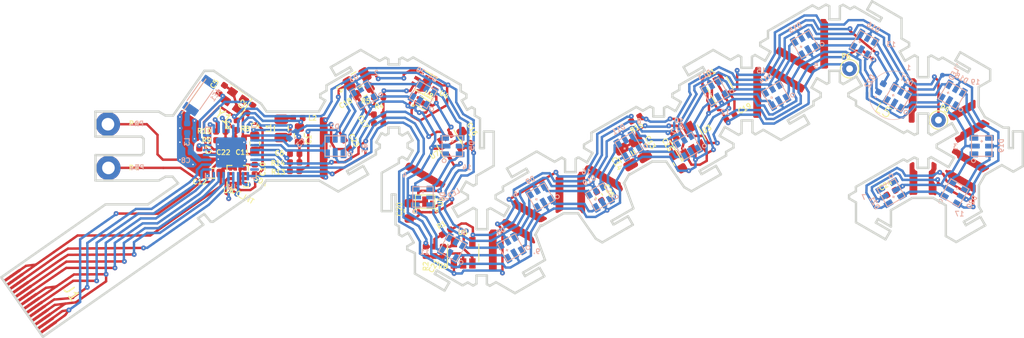
<source format=kicad_pcb>
(kicad_pcb (version 20171130) (host pcbnew "(5.1.10)-1")
  (title_block (title FLX-F020) (date 2020-04-06) (rev 5) (company "Systemic Games, LLC") (comment 1 "Flexible PCB, 0.15mm thickness"))
  (layers (0 F.Cu signal) (31 B.Cu signal hide) (34 B.Paste user hide) (35 F.Paste user hide) (36 B.SilkS user hide) (37 F.SilkS user hide) (38 B.Mask user hide) (39 F.Mask user hide) (44 Edge.Cuts user))
  (net 0 "")
  (net 1 "Net-(C1-Pad1)")
  (net 2 GND)
  (net 3 VDD)
  (net 4 "Net-(C13-Pad1)")
  (net 5 VLED)
  (net 6 "Net-(L1-Pad2)")
  (net 7 "Net-(L1-Pad1)")
  (net 8 +5V)
  (net 9 "Net-(D10-Pad6)")
  (net 10 "Net-(R6-Pad1)")
  (net 11 /ANTENNA)
  (net 12 /ANT_CHIP)
  (net 13 /SDA)
  (net 14 /SCL)
  (net 15 /ACC_INT)
  (net 16 /LED_EN)
  (net 17 "Net-(C2-Pad2)")
  (net 18 "Net-(C3-Pad1)")
  (net 19 "Net-(C5-Pad2)")
  (net 20 "Net-(C7-Pad1)")
  (net 21 "Net-(C17-Pad2)")
  (net 22 "Net-(C19-Pad1)")
  (net 23 "Net-(C19-Pad2)")
  (net 24 "Net-(L4-Pad1)")
  (net 25 RXI)
  (net 26 TXO)
  (net 27 SWO)
  (net 28 RESET)
  (net 29 SWDCLK)
  (net 30 SWDIO)
  (net 31 "Net-(R10-Pad1)")
  (net 32 "Net-(R10-Pad2)")
  (net 33 "Net-(U6-Pad3)")
  (net 34 /LED_DATA)
  (net 35 /LED_CLK)
  (net 36 /Power/LED_EN_OUT)
  (net 37 /STATS)
  (net 38 /VLED_SENSE)
  (net 39 /5V_SENSE)
  (net 40 /VBAT_SENSE)
  (net 41 /Power/MAG1_)
  (net 42 "Net-(D10-Pad3)")
  (net 43 "Net-(D2-Pad6)")
  (net 44 "Net-(D2-Pad1)")
  (net 45 "Net-(D3-Pad6)")
  (net 46 "Net-(D3-Pad1)")
  (net 47 "Net-(D4-Pad6)")
  (net 48 "Net-(D4-Pad1)")
  (net 49 "Net-(D5-Pad6)")
  (net 50 "Net-(D5-Pad1)")
  (net 51 "Net-(D6-Pad6)")
  (net 52 "Net-(D6-Pad1)")
  (net 53 "Net-(D7-Pad6)")
  (net 54 "Net-(D7-Pad1)")
  (net 55 "Net-(D8-Pad6)")
  (net 56 "Net-(D8-Pad1)")
  (net 57 "Net-(D10-Pad4)")
  (net 58 "Net-(D10-Pad1)")
  (net 59 "Net-(D11-Pad6)")
  (net 60 "Net-(D11-Pad1)")
  (net 61 "Net-(D12-Pad6)")
  (net 62 "Net-(D12-Pad1)")
  (net 63 "Net-(D13-Pad6)")
  (net 64 "Net-(D13-Pad1)")
  (net 65 "Net-(D14-Pad6)")
  (net 66 "Net-(D14-Pad1)")
  (net 67 "Net-(D15-Pad6)")
  (net 68 "Net-(D15-Pad1)")
  (net 69 "Net-(D16-Pad6)")
  (net 70 "Net-(D16-Pad1)")
  (net 71 "Net-(D17-Pad6)")
  (net 72 "Net-(D17-Pad1)")
  (net 73 "Net-(D18-Pad6)")
  (net 74 "Net-(D18-Pad1)")
  (net 75 "Net-(D19-Pad6)")
  (net 76 "Net-(D19-Pad1)")
  (net 77 "Net-(D20-Pad6)")
  (net 78 "Net-(D20-Pad1)")
  (net 79 "Net-(D22-Pad1)")
  (net 80 VBAT)
  (module Pixels-dice:CHIP_ANT (layer B.Cu) (at 108.92984 100.335118 145)
    (fp_text reference AE1 (at -1.276815 2.639743 235) (layer B.SilkS) (effects (font (size 0.5 0.5) (thickness 0.1)) (justify mirror)))
    (fp_text value Antenna hide)
    (pad 1 smd roundrect (at 0 0 145) (size 1.6 0.8) (layers B.Cu B.Paste B.Mask) (roundrect_rratio 0.1) (net 11 /ANTENNA))
    (pad 2 smd roundrect (at 0.000001 3.400001 145) (size 1.6 0.8) (layers B.Cu B.Paste B.Mask) (roundrect_rratio 0.1))
  )
  (module Pixels-dice:Crystal_SMD_2016-4Pin_2.0x1.6mm (layer F.Cu) (at 113.491126 99.44903 145)
    (fp_text reference Y1 (at 0 -2 325) (layer F.SilkS))
    (fp_text value "32MHz 40ppm")
    (pad 3 smd custom (at 0.7 -0.55 145) (size 0.5 0.5) (layers F.Cu F.Paste F.Mask) (net 19 "Net-(C5-Pad2)") (options (clearance outline) (anchor rect)) (primitives (gr_poly (pts (xy 0.4 0.35) (xy -0.25 0.35) (xy -0.4 0.2) (xy -0.4 -0.35) (xy 0.4 -0.35)) (width 0.1)) (gr_line (start 0.2 -0.25) (end 0.3 -0.15) (width 0.1))))
    (pad 1 smd custom (at -0.7 0.55 145) (size 0.5 0.5) (layers F.Cu F.Paste F.Mask) (net 17 "Net-(C2-Pad2)") (options (clearance outline) (anchor rect)) (primitives (gr_poly (pts (xy 0.4 -0.2) (xy 0.4 0.35) (xy -0.4 0.35) (xy -0.4 -0.35) (xy 0.25 -0.35)) (width 0.1)) (gr_line (start -0.2 0.25) (end -0.3 0.15) (width 0.1)) (gr_line (start -0.3 -0.25) (end 0.2 0.25) (width 0.1))))
    (pad 2 smd roundrect (at 0.7 0.55 145) (size 0.9 0.8) (layers F.Cu F.Paste F.Mask) (roundrect_rratio 0.075) (net 2 GND))
    (pad 4 smd roundrect (at -0.7 -0.55 145) (size 0.9 0.8) (layers F.Cu F.Paste F.Mask) (roundrect_rratio 0.075) (net 2 GND))
  )
  (module Pixels-dice:TEST_PIN (layer B.Cu) (at 134.53 108.76)
    (fp_text reference W21 hide)
    (fp_text value LED2 (at 1.25 0.375 -150) (layer B.SilkS) (effects (font (size 0.5 0.5) (thickness 0.1)) (justify mirror)))
    (pad 1 smd circle (at 0 0) (size 0.5 0.5) (layers B.Cu B.Mask) (net 36 /Power/LED_EN_OUT))
  )
  (module Pixels-dice:TEST_PIN (layer F.Cu) (at 114.86 108.12)
    (fp_text reference W9 hide)
    (fp_text value SDA (at 1.25 -0.375 150) (layer F.SilkS) (effects (font (size 0.5 0.5) (thickness 0.1))))
    (pad 1 smd circle (at 0 0) (size 0.5 0.5) (layers F.Cu F.Mask) (net 13 /SDA))
  )
  (module Pixels-dice:TEST_PIN (layer F.Cu) (at 112.85 109.56)
    (fp_text reference W7 hide)
    (fp_text value ACC_INT (at 1.25 -0.375 150) (layer F.SilkS) (effects (font (size 0.5 0.5) (thickness 0.1))))
    (pad 1 smd circle (at 0 0) (size 0.5 0.5) (layers F.Cu F.Mask) (net 15 /ACC_INT))
  )
  (module Pixels-dice:TEST_PIN (layer B.Cu) (at 186.25 96.85 30)
    (fp_text reference W3 hide)
    (fp_text value VLED (at 1.25 0.375 -120) (layer B.SilkS) (effects (font (size 0.5 0.5) (thickness 0.1)) (justify mirror)))
    (pad 1 smd circle (at 0 0 30) (size 0.5 0.5) (layers B.Cu B.Mask) (net 5 VLED))
  )
  (module Pixels-dice:VSON04Z1114A (layer F.Cu) (at 132.86 99.76 60)
    (fp_text reference U8 (at 1.05 0 150) (layer F.SilkS) (effects (font (size 0.5 0.5) (thickness 0.1))))
    (fp_text value BU52272NUZ hide)
    (pad "" smd rect (at 0 0 60) (size 0.6 0.4) (layers F.Cu F.Paste F.Mask) (clearance 0.2))
    (pad 4 smd roundrect (at 0.25 -0.7 60) (size 0.3 0.4) (layers F.Cu F.Paste F.Mask))
    (pad 3 smd roundrect (at 0.25 0.7 60) (size 0.3 0.4) (layers F.Cu F.Paste F.Mask) (net 41 /Power/MAG1_))
    (pad 2 smd roundrect (at -0.25 0.7 60) (size 0.3 0.4) (layers F.Cu F.Paste F.Mask) (net 2 GND))
    (pad 1 smd roundrect (at -0.25 -0.7 60) (size 0.3 0.4) (layers F.Cu F.Paste F.Mask) (net 80 VBAT))
  )
  (module Pixels-dice:SOT-353_SC-70-5 (layer F.Cu) (at 135.61 104.12 300)
    (fp_text reference U7 (at 0.035 1.825 30) (layer F.SilkS) (effects (font (size 0.5 0.5) (thickness 0.1))))
    (fp_text value 74AHC1G08 hide)
    (pad 5 smd rect (at 0.95 -0.65 300) (size 0.65 0.4) (layers F.Cu F.Paste F.Mask) (net 80 VBAT))
    (pad 4 smd rect (at 0.95 0.65 300) (size 0.65 0.4) (layers F.Cu F.Paste F.Mask) (net 36 /Power/LED_EN_OUT))
    (pad 2 smd rect (at -0.95 0 300) (size 0.65 0.4) (layers F.Cu F.Paste F.Mask) (net 16 /LED_EN))
    (pad 3 smd rect (at -0.95 0.65 300) (size 0.65 0.4) (layers F.Cu F.Paste F.Mask) (net 2 GND))
    (pad 1 smd rect (at -0.95 -0.65 300) (size 0.65 0.4) (layers F.Cu F.Paste F.Mask) (net 41 /Power/MAG1_))
  )
  (module Pixels-dice:MLF_1.6x1.6_6 (layer F.Cu) (at 133.05 109.89 180)
    (fp_text reference U6 (at -1.575 0.005 90) (layer F.SilkS) (effects (font (size 0.5 0.5) (thickness 0.1))))
    (fp_text value MIC2095-1)
    (pad 7 smd rect (at 0 0 180) (size 0.6 1.1) (layers F.Cu F.Paste F.Mask) (net 2 GND))
    (pad 6 smd roundrect (at 0.7 -0.5 180) (size 0.4 0.25) (layers F.Cu F.Paste F.Mask) (roundrect_rratio 0.15) (net 80 VBAT))
    (pad 5 smd roundrect (at 0.7 0 180) (size 0.4 0.25) (layers F.Cu F.Paste F.Mask) (roundrect_rratio 0.15) (net 2 GND))
    (pad 4 smd roundrect (at 0.7 0.5 180) (size 0.4 0.25) (layers F.Cu F.Paste F.Mask) (roundrect_rratio 0.15) (net 36 /Power/LED_EN_OUT))
    (pad 3 smd roundrect (at -0.7 0.5 180) (size 0.4 0.25) (layers F.Cu F.Paste F.Mask) (roundrect_rratio 0.15) (net 33 "Net-(U6-Pad3)"))
    (pad 2 smd roundrect (at -0.7 0 180) (size 0.4 0.25) (layers F.Cu F.Paste F.Mask) (roundrect_rratio 0.15))
    (pad 1 smd roundrect (at -0.7 -0.5 180) (size 0.4 0.25) (layers F.Cu F.Paste F.Mask) (roundrect_rratio 0.15) (net 5 VLED))
  )
  (module Pixels-dice:BatteryConnector (layer B.Cu) (at 100.43 101.9)
    (fp_text reference P4 (at 3.2 -0.05 -180) (layer B.SilkS) (effects (font (size 0.5 0.5) (thickness 0.1)) (justify mirror)))
    (fp_text value BATT-)
    (pad 1 thru_hole circle (at 0 0) (size 2.5 2.5) (drill 1.3) (layers *.Cu *.Mask) (net 2 GND))
  )
  (module Pixels-dice:BatteryConnector (layer B.Cu) (at 100.48 106.4)
    (fp_text reference P3 (at 3.2 -0.05 -180) (layer B.SilkS) (effects (font (size 0.5 0.5) (thickness 0.1)) (justify mirror)))
    (fp_text value BATT+)
    (pad 1 thru_hole circle (at 0 0) (size 2.5 2.5) (drill 1.3) (layers *.Cu *.Mask) (net 80 VBAT))
  )
  (module Pixels-dice:FPC_14 (layer F.Cu) (at 94.29215 122.817072 125)
    (fp_text reference J1 (at 1.5 4 125) (layer F.SilkS))
    (fp_text value Conn_01x14)
    (pad 1 smd rect (at 0 0 125) (size 0.3 2) (layers F.Cu F.Mask) (net 80 VBAT) (clearance 0.15))
    (pad 2 smd rect (at 0.499999 0 125) (size 0.3 2) (layers F.Cu F.Mask) (net 80 VBAT) (clearance 0.15))
    (pad 3 smd rect (at 1 0 125) (size 0.3 2) (layers F.Cu F.Mask) (net 2 GND) (clearance 0.15))
    (pad 4 smd rect (at 1.5 0 125) (size 0.3 2) (layers F.Cu F.Mask) (net 2 GND) (clearance 0.15))
    (pad 5 smd rect (at 2.000001 0 125) (size 0.3 2) (layers F.Cu F.Mask) (net 30 SWDIO) (clearance 0.15))
    (pad 6 smd rect (at 2.5 0 125) (size 0.3 2) (layers F.Cu F.Mask) (net 29 SWDCLK) (clearance 0.15))
    (pad 7 smd rect (at 3 0 125) (size 0.3 2) (layers F.Cu F.Mask) (net 2 GND) (clearance 0.15))
    (pad 8 smd rect (at 3.5 0 125) (size 0.3 2) (layers F.Cu F.Mask) (net 2 GND) (clearance 0.15))
    (pad 9 smd rect (at 4 0 125) (size 0.3 2) (layers F.Cu F.Mask) (net 28 RESET) (clearance 0.15))
    (pad 10 smd rect (at 4.500001 0 125) (size 0.3 2) (layers F.Cu F.Mask) (net 25 RXI) (clearance 0.15))
    (pad 11 smd rect (at 5 0 125) (size 0.3 2) (layers F.Cu F.Mask) (net 27 SWO) (clearance 0.15))
    (pad 12 smd rect (at 5.5 0 125) (size 0.3 2) (layers F.Cu F.Mask) (net 26 TXO) (clearance 0.15))
    (pad 13 smd rect (at 6 0 125) (size 0.3 2) (layers F.Cu F.Mask) (net 3 VDD) (clearance 0.15))
    (pad 14 smd rect (at 6.5 0 125) (size 0.3 2) (layers F.Cu F.Mask) (net 3 VDD) (clearance 0.15))
  )
  (module Pixels-dice:APA102-2020-256-6 (layer B.Cu) (at 180.97 108.95 210)
    (fp_text reference D21 (at 2 -0.05 120) (layer B.SilkS) (effects (font (size 0.5 0.5) (thickness 0.1)) (justify mirror)))
    (fp_text value APA102 hide)
    (pad 2 smd roundrect (at -0.725 0 210) (size 1.05 0.5) (layers B.Cu B.Paste B.Mask) (roundrect_rratio 0.1) (net 2 GND))
    (pad 5 smd roundrect (at 0.8 0 30) (size 0.9 0.5) (layers B.Cu B.Paste B.Mask) (roundrect_rratio 0.1) (net 5 VLED))
    (pad 6 smd roundrect (at 0.8 0.85 30) (size 0.9 0.6) (layers B.Cu B.Paste B.Mask) (roundrect_rratio 0.1))
    (pad 3 smd roundrect (at -0.8 -0.85 210) (size 0.9 0.6) (layers B.Cu B.Paste B.Mask) (roundrect_rratio 0.1) (net 78 "Net-(D20-Pad1)"))
    (pad 4 smd roundrect (at 0.8 -0.85 210) (size 0.9 0.6) (layers B.Cu B.Paste B.Mask) (roundrect_rratio 0.1) (net 77 "Net-(D20-Pad6)"))
    (pad 1 smd roundrect (at -0.8 0.85 210) (size 0.9 0.6) (layers B.Cu B.Paste B.Mask) (roundrect_rratio 0.1))
  )
  (module Pixels-dice:APA102-2020-256-6 (layer B.Cu) (at 187.52 108.96 330)
    (fp_text reference D20 (at 2 -0.05 60) (layer B.SilkS) (effects (font (size 0.5 0.5) (thickness 0.1)) (justify mirror)))
    (fp_text value APA102 hide)
    (pad 2 smd roundrect (at -0.725 0 330) (size 1.05 0.5) (layers B.Cu B.Paste B.Mask) (roundrect_rratio 0.1) (net 2 GND))
    (pad 5 smd roundrect (at 0.8 0 150) (size 0.9 0.5) (layers B.Cu B.Paste B.Mask) (roundrect_rratio 0.1) (net 5 VLED))
    (pad 6 smd roundrect (at 0.8 0.85 150) (size 0.9 0.6) (layers B.Cu B.Paste B.Mask) (roundrect_rratio 0.1) (net 77 "Net-(D20-Pad6)"))
    (pad 3 smd roundrect (at -0.8 -0.85 330) (size 0.9 0.6) (layers B.Cu B.Paste B.Mask) (roundrect_rratio 0.1) (net 76 "Net-(D19-Pad1)"))
    (pad 4 smd roundrect (at 0.8 -0.85 330) (size 0.9 0.6) (layers B.Cu B.Paste B.Mask) (roundrect_rratio 0.1) (net 75 "Net-(D19-Pad6)"))
    (pad 1 smd roundrect (at -0.8 0.85 330) (size 0.9 0.6) (layers B.Cu B.Paste B.Mask) (roundrect_rratio 0.1) (net 78 "Net-(D20-Pad1)"))
  )
  (module Pixels-dice:APA102-2020-256-6 (layer B.Cu) (at 190.29 104.15)
    (fp_text reference D19 (at 2 -0.05 -270) (layer B.SilkS) (effects (font (size 0.5 0.5) (thickness 0.1)) (justify mirror)))
    (fp_text value APA102 hide)
    (pad 2 smd roundrect (at -0.725 0) (size 1.05 0.5) (layers B.Cu B.Paste B.Mask) (roundrect_rratio 0.1) (net 2 GND))
    (pad 5 smd roundrect (at 0.8 0 180) (size 0.9 0.5) (layers B.Cu B.Paste B.Mask) (roundrect_rratio 0.1) (net 5 VLED))
    (pad 6 smd roundrect (at 0.8 0.85 180) (size 0.9 0.6) (layers B.Cu B.Paste B.Mask) (roundrect_rratio 0.1) (net 75 "Net-(D19-Pad6)"))
    (pad 3 smd roundrect (at -0.8 -0.85) (size 0.9 0.6) (layers B.Cu B.Paste B.Mask) (roundrect_rratio 0.1) (net 74 "Net-(D18-Pad1)"))
    (pad 4 smd roundrect (at 0.8 -0.85) (size 0.9 0.6) (layers B.Cu B.Paste B.Mask) (roundrect_rratio 0.1) (net 73 "Net-(D18-Pad6)"))
    (pad 1 smd roundrect (at -0.8 0.85) (size 0.9 0.6) (layers B.Cu B.Paste B.Mask) (roundrect_rratio 0.1) (net 76 "Net-(D19-Pad1)"))
  )
  (module Pixels-dice:APA102-2020-256-6 (layer B.Cu) (at 187.26 98.91 60)
    (fp_text reference D18 (at 2 -0.05 -210) (layer B.SilkS) (effects (font (size 0.5 0.5) (thickness 0.1)) (justify mirror)))
    (fp_text value APA102 hide)
    (pad 2 smd roundrect (at -0.725 0 60) (size 1.05 0.5) (layers B.Cu B.Paste B.Mask) (roundrect_rratio 0.1) (net 2 GND))
    (pad 5 smd roundrect (at 0.8 0 240) (size 0.9 0.5) (layers B.Cu B.Paste B.Mask) (roundrect_rratio 0.1) (net 5 VLED))
    (pad 6 smd roundrect (at 0.8 0.85 240) (size 0.9 0.6) (layers B.Cu B.Paste B.Mask) (roundrect_rratio 0.1) (net 73 "Net-(D18-Pad6)"))
    (pad 3 smd roundrect (at -0.8 -0.85 60) (size 0.9 0.6) (layers B.Cu B.Paste B.Mask) (roundrect_rratio 0.1) (net 72 "Net-(D17-Pad1)"))
    (pad 4 smd roundrect (at 0.8 -0.85 60) (size 0.9 0.6) (layers B.Cu B.Paste B.Mask) (roundrect_rratio 0.1) (net 71 "Net-(D17-Pad6)"))
    (pad 1 smd roundrect (at -0.8 0.85 60) (size 0.9 0.6) (layers B.Cu B.Paste B.Mask) (roundrect_rratio 0.1) (net 74 "Net-(D18-Pad1)"))
  )
  (module Pixels-dice:APA102-2020-256-6 (layer B.Cu) (at 181.62 99.17 60)
    (fp_text reference D17 (at 2 -0.05 -210) (layer B.SilkS) (effects (font (size 0.5 0.5) (thickness 0.1)) (justify mirror)))
    (fp_text value APA102 hide)
    (pad 2 smd roundrect (at -0.725 0 60) (size 1.05 0.5) (layers B.Cu B.Paste B.Mask) (roundrect_rratio 0.1) (net 2 GND))
    (pad 5 smd roundrect (at 0.8 0 240) (size 0.9 0.5) (layers B.Cu B.Paste B.Mask) (roundrect_rratio 0.1) (net 5 VLED))
    (pad 6 smd roundrect (at 0.8 0.85 240) (size 0.9 0.6) (layers B.Cu B.Paste B.Mask) (roundrect_rratio 0.1) (net 71 "Net-(D17-Pad6)"))
    (pad 3 smd roundrect (at -0.8 -0.85 60) (size 0.9 0.6) (layers B.Cu B.Paste B.Mask) (roundrect_rratio 0.1) (net 70 "Net-(D16-Pad1)"))
    (pad 4 smd roundrect (at 0.8 -0.85 60) (size 0.9 0.6) (layers B.Cu B.Paste B.Mask) (roundrect_rratio 0.1) (net 69 "Net-(D16-Pad6)"))
    (pad 1 smd roundrect (at -0.8 0.85 60) (size 0.9 0.6) (layers B.Cu B.Paste B.Mask) (roundrect_rratio 0.1) (net 72 "Net-(D17-Pad1)"))
  )
  (module Pixels-dice:APA102-2020-256-6 (layer B.Cu) (at 178.19 93.67 60)
    (fp_text reference D16 (at 2 -0.05 -210) (layer B.SilkS) (effects (font (size 0.5 0.5) (thickness 0.1)) (justify mirror)))
    (fp_text value APA102 hide)
    (pad 2 smd roundrect (at -0.725 0 60) (size 1.05 0.5) (layers B.Cu B.Paste B.Mask) (roundrect_rratio 0.1) (net 2 GND))
    (pad 5 smd roundrect (at 0.8 0 240) (size 0.9 0.5) (layers B.Cu B.Paste B.Mask) (roundrect_rratio 0.1) (net 5 VLED))
    (pad 6 smd roundrect (at 0.8 0.85 240) (size 0.9 0.6) (layers B.Cu B.Paste B.Mask) (roundrect_rratio 0.1) (net 69 "Net-(D16-Pad6)"))
    (pad 3 smd roundrect (at -0.8 -0.85 60) (size 0.9 0.6) (layers B.Cu B.Paste B.Mask) (roundrect_rratio 0.1) (net 68 "Net-(D15-Pad1)"))
    (pad 4 smd roundrect (at 0.8 -0.85 60) (size 0.9 0.6) (layers B.Cu B.Paste B.Mask) (roundrect_rratio 0.1) (net 67 "Net-(D15-Pad6)"))
    (pad 1 smd roundrect (at -0.8 0.85 60) (size 0.9 0.6) (layers B.Cu B.Paste B.Mask) (roundrect_rratio 0.1) (net 70 "Net-(D16-Pad1)"))
  )
  (module Pixels-dice:APA102-2020-256-6 (layer B.Cu) (at 172.14 93.67 120)
    (fp_text reference D15 (at 2 -0.05 30) (layer B.SilkS) (effects (font (size 0.5 0.5) (thickness 0.1)) (justify mirror)))
    (fp_text value APA102 hide)
    (pad 2 smd roundrect (at -0.725 0 120) (size 1.05 0.5) (layers B.Cu B.Paste B.Mask) (roundrect_rratio 0.1) (net 2 GND))
    (pad 5 smd roundrect (at 0.8 0 300) (size 0.9 0.5) (layers B.Cu B.Paste B.Mask) (roundrect_rratio 0.1) (net 5 VLED))
    (pad 6 smd roundrect (at 0.8 0.85 300) (size 0.9 0.6) (layers B.Cu B.Paste B.Mask) (roundrect_rratio 0.1) (net 67 "Net-(D15-Pad6)"))
    (pad 3 smd roundrect (at -0.8 -0.85 120) (size 0.9 0.6) (layers B.Cu B.Paste B.Mask) (roundrect_rratio 0.1) (net 66 "Net-(D14-Pad1)"))
    (pad 4 smd roundrect (at 0.8 -0.85 120) (size 0.9 0.6) (layers B.Cu B.Paste B.Mask) (roundrect_rratio 0.1) (net 65 "Net-(D14-Pad6)"))
    (pad 1 smd roundrect (at -0.8 0.85 120) (size 0.9 0.6) (layers B.Cu B.Paste B.Mask) (roundrect_rratio 0.1) (net 68 "Net-(D15-Pad1)"))
  )
  (module Pixels-dice:APA102-2020-256-6 (layer B.Cu) (at 169.12 98.91 120)
    (fp_text reference D14 (at 2 -0.05 30) (layer B.SilkS) (effects (font (size 0.5 0.5) (thickness 0.1)) (justify mirror)))
    (fp_text value APA102 hide)
    (pad 2 smd roundrect (at -0.725 0 120) (size 1.05 0.5) (layers B.Cu B.Paste B.Mask) (roundrect_rratio 0.1) (net 2 GND))
    (pad 5 smd roundrect (at 0.8 0 300) (size 0.9 0.5) (layers B.Cu B.Paste B.Mask) (roundrect_rratio 0.1) (net 5 VLED))
    (pad 6 smd roundrect (at 0.8 0.85 300) (size 0.9 0.6) (layers B.Cu B.Paste B.Mask) (roundrect_rratio 0.1) (net 65 "Net-(D14-Pad6)"))
    (pad 3 smd roundrect (at -0.8 -0.85 120) (size 0.9 0.6) (layers B.Cu B.Paste B.Mask) (roundrect_rratio 0.1) (net 64 "Net-(D13-Pad1)"))
    (pad 4 smd roundrect (at 0.8 -0.85 120) (size 0.9 0.6) (layers B.Cu B.Paste B.Mask) (roundrect_rratio 0.1) (net 63 "Net-(D13-Pad6)"))
    (pad 1 smd roundrect (at -0.8 0.85 120) (size 0.9 0.6) (layers B.Cu B.Paste B.Mask) (roundrect_rratio 0.1) (net 66 "Net-(D14-Pad1)"))
  )
  (module Pixels-dice:APA102-2020-256-6 (layer B.Cu) (at 162.86 98.55 120)
    (fp_text reference D13 (at 2 -0.05 30) (layer B.SilkS) (effects (font (size 0.5 0.5) (thickness 0.1)) (justify mirror)))
    (fp_text value APA102 hide)
    (pad 2 smd roundrect (at -0.725 0 120) (size 1.05 0.5) (layers B.Cu B.Paste B.Mask) (roundrect_rratio 0.1) (net 2 GND))
    (pad 5 smd roundrect (at 0.8 0 300) (size 0.9 0.5) (layers B.Cu B.Paste B.Mask) (roundrect_rratio 0.1) (net 5 VLED))
    (pad 6 smd roundrect (at 0.8 0.85 300) (size 0.9 0.6) (layers B.Cu B.Paste B.Mask) (roundrect_rratio 0.1) (net 63 "Net-(D13-Pad6)"))
    (pad 3 smd roundrect (at -0.8 -0.85 120) (size 0.9 0.6) (layers B.Cu B.Paste B.Mask) (roundrect_rratio 0.1) (net 62 "Net-(D12-Pad1)"))
    (pad 4 smd roundrect (at 0.8 -0.85 120) (size 0.9 0.6) (layers B.Cu B.Paste B.Mask) (roundrect_rratio 0.1) (net 61 "Net-(D12-Pad6)"))
    (pad 1 smd roundrect (at -0.8 0.85 120) (size 0.9 0.6) (layers B.Cu B.Paste B.Mask) (roundrect_rratio 0.1) (net 64 "Net-(D13-Pad1)"))
  )
  (module Pixels-dice:APA102-2020-256-6 (layer B.Cu) (at 160.05 104.15 120)
    (fp_text reference D12 (at 2 -0.05 30) (layer B.SilkS) (effects (font (size 0.5 0.5) (thickness 0.1)) (justify mirror)))
    (fp_text value APA102 hide)
    (pad 2 smd roundrect (at -0.725 0 120) (size 1.05 0.5) (layers B.Cu B.Paste B.Mask) (roundrect_rratio 0.1) (net 2 GND))
    (pad 5 smd roundrect (at 0.8 0 300) (size 0.9 0.5) (layers B.Cu B.Paste B.Mask) (roundrect_rratio 0.1) (net 5 VLED))
    (pad 6 smd roundrect (at 0.8 0.85 300) (size 0.9 0.6) (layers B.Cu B.Paste B.Mask) (roundrect_rratio 0.1) (net 61 "Net-(D12-Pad6)"))
    (pad 3 smd roundrect (at -0.8 -0.85 120) (size 0.9 0.6) (layers B.Cu B.Paste B.Mask) (roundrect_rratio 0.1) (net 60 "Net-(D11-Pad1)"))
    (pad 4 smd roundrect (at 0.8 -0.85 120) (size 0.9 0.6) (layers B.Cu B.Paste B.Mask) (roundrect_rratio 0.1) (net 59 "Net-(D11-Pad6)"))
    (pad 1 smd roundrect (at -0.8 0.85 120) (size 0.9 0.6) (layers B.Cu B.Paste B.Mask) (roundrect_rratio 0.1) (net 62 "Net-(D12-Pad1)"))
  )
  (module Pixels-dice:APA102-2020-256-6 (layer B.Cu) (at 154 104.15 120)
    (fp_text reference D11 (at 2 -0.05 30) (layer B.SilkS) (effects (font (size 0.5 0.5) (thickness 0.1)) (justify mirror)))
    (fp_text value APA102 hide)
    (pad 2 smd roundrect (at -0.725 0 120) (size 1.05 0.5) (layers B.Cu B.Paste B.Mask) (roundrect_rratio 0.1) (net 2 GND))
    (pad 5 smd roundrect (at 0.8 0 300) (size 0.9 0.5) (layers B.Cu B.Paste B.Mask) (roundrect_rratio 0.1) (net 5 VLED))
    (pad 6 smd roundrect (at 0.8 0.85 300) (size 0.9 0.6) (layers B.Cu B.Paste B.Mask) (roundrect_rratio 0.1) (net 59 "Net-(D11-Pad6)"))
    (pad 3 smd roundrect (at -0.8 -0.85 120) (size 0.9 0.6) (layers B.Cu B.Paste B.Mask) (roundrect_rratio 0.1) (net 58 "Net-(D10-Pad1)"))
    (pad 4 smd roundrect (at 0.8 -0.85 120) (size 0.9 0.6) (layers B.Cu B.Paste B.Mask) (roundrect_rratio 0.1) (net 9 "Net-(D10-Pad6)"))
    (pad 1 smd roundrect (at -0.8 0.85 120) (size 0.9 0.6) (layers B.Cu B.Paste B.Mask) (roundrect_rratio 0.1) (net 60 "Net-(D11-Pad1)"))
  )
  (module Pixels-dice:APA102-2020-256-6 (layer B.Cu) (at 150.98 109.39 120)
    (fp_text reference D10 (at 2 -0.05 30) (layer B.SilkS) (effects (font (size 0.5 0.5) (thickness 0.1)) (justify mirror)))
    (fp_text value APA102 hide)
    (pad 2 smd roundrect (at -0.725 0 120) (size 1.05 0.5) (layers B.Cu B.Paste B.Mask) (roundrect_rratio 0.1) (net 2 GND))
    (pad 5 smd roundrect (at 0.8 0 300) (size 0.9 0.5) (layers B.Cu B.Paste B.Mask) (roundrect_rratio 0.1) (net 5 VLED))
    (pad 6 smd roundrect (at 0.8 0.85 300) (size 0.9 0.6) (layers B.Cu B.Paste B.Mask) (roundrect_rratio 0.1) (net 9 "Net-(D10-Pad6)"))
    (pad 3 smd roundrect (at -0.8 -0.85 120) (size 0.9 0.6) (layers B.Cu B.Paste B.Mask) (roundrect_rratio 0.1) (net 42 "Net-(D10-Pad3)"))
    (pad 4 smd roundrect (at 0.8 -0.85 120) (size 0.9 0.6) (layers B.Cu B.Paste B.Mask) (roundrect_rratio 0.1) (net 57 "Net-(D10-Pad4)"))
    (pad 1 smd roundrect (at -0.8 0.85 120) (size 0.9 0.6) (layers B.Cu B.Paste B.Mask) (roundrect_rratio 0.1) (net 58 "Net-(D10-Pad1)"))
  )
  (module Pixels-dice:APA102-2020-256-6 (layer B.Cu) (at 144.92 109.38 120)
    (fp_text reference D9 (at 2 -0.05 30) (layer B.SilkS) (effects (font (size 0.5 0.5) (thickness 0.1)) (justify mirror)))
    (fp_text value APA102 hide)
    (pad 2 smd roundrect (at -0.725 0 120) (size 1.05 0.5) (layers B.Cu B.Paste B.Mask) (roundrect_rratio 0.1) (net 2 GND))
    (pad 5 smd roundrect (at 0.8 0 300) (size 0.9 0.5) (layers B.Cu B.Paste B.Mask) (roundrect_rratio 0.1) (net 5 VLED))
    (pad 6 smd roundrect (at 0.8 0.85 300) (size 0.9 0.6) (layers B.Cu B.Paste B.Mask) (roundrect_rratio 0.1) (net 57 "Net-(D10-Pad4)"))
    (pad 3 smd roundrect (at -0.8 -0.85 120) (size 0.9 0.6) (layers B.Cu B.Paste B.Mask) (roundrect_rratio 0.1) (net 56 "Net-(D8-Pad1)"))
    (pad 4 smd roundrect (at 0.8 -0.85 120) (size 0.9 0.6) (layers B.Cu B.Paste B.Mask) (roundrect_rratio 0.1) (net 55 "Net-(D8-Pad6)"))
    (pad 1 smd roundrect (at -0.8 0.85 120) (size 0.9 0.6) (layers B.Cu B.Paste B.Mask) (roundrect_rratio 0.1) (net 42 "Net-(D10-Pad3)"))
  )
  (module Pixels-dice:APA102-2020-256-6 (layer B.Cu) (at 141.9 114.62 120)
    (fp_text reference D8 (at 2 -0.05 30) (layer B.SilkS) (effects (font (size 0.5 0.5) (thickness 0.1)) (justify mirror)))
    (fp_text value APA102 hide)
    (pad 2 smd roundrect (at -0.725 0 120) (size 1.05 0.5) (layers B.Cu B.Paste B.Mask) (roundrect_rratio 0.1) (net 2 GND))
    (pad 5 smd roundrect (at 0.8 0 300) (size 0.9 0.5) (layers B.Cu B.Paste B.Mask) (roundrect_rratio 0.1) (net 5 VLED))
    (pad 6 smd roundrect (at 0.8 0.85 300) (size 0.9 0.6) (layers B.Cu B.Paste B.Mask) (roundrect_rratio 0.1) (net 55 "Net-(D8-Pad6)"))
    (pad 3 smd roundrect (at -0.8 -0.85 120) (size 0.9 0.6) (layers B.Cu B.Paste B.Mask) (roundrect_rratio 0.1) (net 54 "Net-(D7-Pad1)"))
    (pad 4 smd roundrect (at 0.8 -0.85 120) (size 0.9 0.6) (layers B.Cu B.Paste B.Mask) (roundrect_rratio 0.1) (net 53 "Net-(D7-Pad6)"))
    (pad 1 smd roundrect (at -0.8 0.85 120) (size 0.9 0.6) (layers B.Cu B.Paste B.Mask) (roundrect_rratio 0.1) (net 56 "Net-(D8-Pad1)"))
  )
  (module Pixels-dice:APA102-2020-256-6 (layer B.Cu) (at 135.86 114.63 60)
    (fp_text reference D7 (at 2 -0.05 -210) (layer B.SilkS) (effects (font (size 0.5 0.5) (thickness 0.1)) (justify mirror)))
    (fp_text value APA102 hide)
    (pad 2 smd roundrect (at -0.725 0 60) (size 1.05 0.5) (layers B.Cu B.Paste B.Mask) (roundrect_rratio 0.1) (net 2 GND))
    (pad 5 smd roundrect (at 0.8 0 240) (size 0.9 0.5) (layers B.Cu B.Paste B.Mask) (roundrect_rratio 0.1) (net 5 VLED))
    (pad 6 smd roundrect (at 0.8 0.85 240) (size 0.9 0.6) (layers B.Cu B.Paste B.Mask) (roundrect_rratio 0.1) (net 53 "Net-(D7-Pad6)"))
    (pad 3 smd roundrect (at -0.8 -0.85 60) (size 0.9 0.6) (layers B.Cu B.Paste B.Mask) (roundrect_rratio 0.1) (net 52 "Net-(D6-Pad1)"))
    (pad 4 smd roundrect (at 0.8 -0.85 60) (size 0.9 0.6) (layers B.Cu B.Paste B.Mask) (roundrect_rratio 0.1) (net 51 "Net-(D6-Pad6)"))
    (pad 1 smd roundrect (at -0.8 0.85 60) (size 0.9 0.6) (layers B.Cu B.Paste B.Mask) (roundrect_rratio 0.1) (net 54 "Net-(D7-Pad1)"))
  )
  (module Pixels-dice:APA102-2020-256-6 (layer B.Cu) (at 132.83 109.39)
    (fp_text reference D6 (at 2 -0.05 -270) (layer B.SilkS) (effects (font (size 0.5 0.5) (thickness 0.1)) (justify mirror)))
    (fp_text value APA102 hide)
    (pad 2 smd roundrect (at -0.725 0) (size 1.05 0.5) (layers B.Cu B.Paste B.Mask) (roundrect_rratio 0.1) (net 2 GND))
    (pad 5 smd roundrect (at 0.8 0 180) (size 0.9 0.5) (layers B.Cu B.Paste B.Mask) (roundrect_rratio 0.1) (net 5 VLED))
    (pad 6 smd roundrect (at 0.8 0.85 180) (size 0.9 0.6) (layers B.Cu B.Paste B.Mask) (roundrect_rratio 0.1) (net 51 "Net-(D6-Pad6)"))
    (pad 3 smd roundrect (at -0.8 -0.85) (size 0.9 0.6) (layers B.Cu B.Paste B.Mask) (roundrect_rratio 0.1) (net 50 "Net-(D5-Pad1)"))
    (pad 4 smd roundrect (at 0.8 -0.85) (size 0.9 0.6) (layers B.Cu B.Paste B.Mask) (roundrect_rratio 0.1) (net 49 "Net-(D5-Pad6)"))
    (pad 1 smd roundrect (at -0.8 0.85) (size 0.9 0.6) (layers B.Cu B.Paste B.Mask) (roundrect_rratio 0.1) (net 52 "Net-(D6-Pad1)"))
  )
  (module Pixels-dice:APA102-2020-256-6 (layer B.Cu) (at 135.85 104.15)
    (fp_text reference D5 (at 2 -0.05 -270) (layer B.SilkS) (effects (font (size 0.5 0.5) (thickness 0.1)) (justify mirror)))
    (fp_text value APA102 hide)
    (pad 2 smd roundrect (at -0.725 0) (size 1.05 0.5) (layers B.Cu B.Paste B.Mask) (roundrect_rratio 0.1) (net 2 GND))
    (pad 5 smd roundrect (at 0.8 0 180) (size 0.9 0.5) (layers B.Cu B.Paste B.Mask) (roundrect_rratio 0.1) (net 5 VLED))
    (pad 6 smd roundrect (at 0.8 0.85 180) (size 0.9 0.6) (layers B.Cu B.Paste B.Mask) (roundrect_rratio 0.1) (net 49 "Net-(D5-Pad6)"))
    (pad 3 smd roundrect (at -0.8 -0.85) (size 0.9 0.6) (layers B.Cu B.Paste B.Mask) (roundrect_rratio 0.1) (net 48 "Net-(D4-Pad1)"))
    (pad 4 smd roundrect (at 0.8 -0.85) (size 0.9 0.6) (layers B.Cu B.Paste B.Mask) (roundrect_rratio 0.1) (net 47 "Net-(D4-Pad6)"))
    (pad 1 smd roundrect (at -0.8 0.85) (size 0.9 0.6) (layers B.Cu B.Paste B.Mask) (roundrect_rratio 0.1) (net 50 "Net-(D5-Pad1)"))
  )
  (module Pixels-dice:APA102-2020-256-6 (layer B.Cu) (at 132.8425 98.852132 60)
    (fp_text reference D4 (at 2 -0.05 -210) (layer B.SilkS) (effects (font (size 0.5 0.5) (thickness 0.1)) (justify mirror)))
    (fp_text value APA102 hide)
    (pad 2 smd roundrect (at -0.725 0 60) (size 1.05 0.5) (layers B.Cu B.Paste B.Mask) (roundrect_rratio 0.1) (net 2 GND))
    (pad 5 smd roundrect (at 0.8 0 240) (size 0.9 0.5) (layers B.Cu B.Paste B.Mask) (roundrect_rratio 0.1) (net 5 VLED))
    (pad 6 smd roundrect (at 0.8 0.85 240) (size 0.9 0.6) (layers B.Cu B.Paste B.Mask) (roundrect_rratio 0.1) (net 47 "Net-(D4-Pad6)"))
    (pad 3 smd roundrect (at -0.8 -0.85 60) (size 0.9 0.6) (layers B.Cu B.Paste B.Mask) (roundrect_rratio 0.1) (net 46 "Net-(D3-Pad1)"))
    (pad 4 smd roundrect (at 0.8 -0.85 60) (size 0.9 0.6) (layers B.Cu B.Paste B.Mask) (roundrect_rratio 0.1) (net 45 "Net-(D3-Pad6)"))
    (pad 1 smd roundrect (at -0.8 0.85 60) (size 0.9 0.6) (layers B.Cu B.Paste B.Mask) (roundrect_rratio 0.1) (net 48 "Net-(D4-Pad1)"))
  )
  (module Pixels-dice:APA102-2020-256-6 (layer B.Cu) (at 126.76 98.88 120)
    (fp_text reference D3 (at 2 -0.05 30) (layer B.SilkS) (effects (font (size 0.5 0.5) (thickness 0.1)) (justify mirror)))
    (fp_text value APA102 hide)
    (pad 2 smd roundrect (at -0.725 0 120) (size 1.05 0.5) (layers B.Cu B.Paste B.Mask) (roundrect_rratio 0.1) (net 2 GND))
    (pad 5 smd roundrect (at 0.8 0 300) (size 0.9 0.5) (layers B.Cu B.Paste B.Mask) (roundrect_rratio 0.1) (net 5 VLED))
    (pad 6 smd roundrect (at 0.8 0.85 300) (size 0.9 0.6) (layers B.Cu B.Paste B.Mask) (roundrect_rratio 0.1) (net 45 "Net-(D3-Pad6)"))
    (pad 3 smd roundrect (at -0.8 -0.85 120) (size 0.9 0.6) (layers B.Cu B.Paste B.Mask) (roundrect_rratio 0.1) (net 44 "Net-(D2-Pad1)"))
    (pad 4 smd roundrect (at 0.8 -0.85 120) (size 0.9 0.6) (layers B.Cu B.Paste B.Mask) (roundrect_rratio 0.1) (net 43 "Net-(D2-Pad6)"))
    (pad 1 smd roundrect (at -0.8 0.85 120) (size 0.9 0.6) (layers B.Cu B.Paste B.Mask) (roundrect_rratio 0.1) (net 46 "Net-(D3-Pad1)"))
  )
  (module Pixels-dice:APA102-2020-256-6 (layer B.Cu) (at 123.805 104.15 90)
    (fp_text reference D2 (at 2 -0.05) (layer B.SilkS) (effects (font (size 0.5 0.5) (thickness 0.1)) (justify mirror)))
    (fp_text value APA102 hide)
    (pad 2 smd roundrect (at -0.725 0 90) (size 1.05 0.5) (layers B.Cu B.Paste B.Mask) (roundrect_rratio 0.1) (net 2 GND))
    (pad 5 smd roundrect (at 0.8 0 270) (size 0.9 0.5) (layers B.Cu B.Paste B.Mask) (roundrect_rratio 0.1) (net 5 VLED))
    (pad 6 smd roundrect (at 0.8 0.85 270) (size 0.9 0.6) (layers B.Cu B.Paste B.Mask) (roundrect_rratio 0.1) (net 43 "Net-(D2-Pad6)"))
    (pad 3 smd roundrect (at -0.8 -0.85 90) (size 0.9 0.6) (layers B.Cu B.Paste B.Mask) (roundrect_rratio 0.1) (net 34 /LED_DATA))
    (pad 4 smd roundrect (at 0.8 -0.85 90) (size 0.9 0.6) (layers B.Cu B.Paste B.Mask) (roundrect_rratio 0.1) (net 35 /LED_CLK))
    (pad 1 smd roundrect (at -0.8 0.85 90) (size 0.9 0.6) (layers B.Cu B.Paste B.Mask) (roundrect_rratio 0.1) (net 44 "Net-(D2-Pad1)"))
  )
  (module Package_TO_SOT_SMD:SOT-23-5 (layer F.Cu) (at 160.09 103.56 120)
    (fp_text reference U3 (at 0.022269 2.241429 210) (layer F.SilkS) (effects (font (size 0.5 0.5) (thickness 0.1))))
    (fp_text value AP2204K-5.0)
    (pad 5 smd rect (at 1.1 -0.95 120) (size 1.06 0.65) (layers F.Cu F.Paste F.Mask) (net 8 +5V))
    (pad 4 smd rect (at 1.1 0.95 120) (size 1.06 0.65) (layers F.Cu F.Paste F.Mask))
    (pad 3 smd rect (at -1.1 0.95 120) (size 1.06 0.65) (layers F.Cu F.Paste F.Mask) (net 4 "Net-(C13-Pad1)"))
    (pad 2 smd rect (at -1.1 0 120) (size 1.06 0.65) (layers F.Cu F.Paste F.Mask) (net 2 GND))
    (pad 1 smd rect (at -1.1 -0.95 120) (size 1.06 0.65) (layers F.Cu F.Paste F.Mask) (net 4 "Net-(C13-Pad1)"))
  )
  (module Capacitor_SMD:C_0402_1005Metric (layer B.Cu) (at 119.43 103.03 45)
    (fp_text reference C3 (at 0 1.16 45) (layer B.SilkS) (effects (font (size 0.5 0.5) (thickness 0.1)) (justify mirror)))
    (fp_text value "0.1uF 10V 20%")
    (pad 2 smd roundrect (at 0.48 0 45) (size 0.56 0.62) (layers B.Cu B.Paste B.Mask) (net 2 GND))
    (pad 1 smd roundrect (at -0.48 0 45) (size 0.56 0.62) (layers B.Cu B.Paste B.Mask) (net 18 "Net-(C3-Pad1)"))
  )
  (module Capacitor_SMD:C_0402_1005Metric (layer F.Cu) (at 119.64 104.95)
    (fp_text reference C6 (at -1.569423 -0.078277 -180) (layer F.SilkS) (effects (font (size 0.5 0.5) (thickness 0.1))))
    (fp_text value "10nF 25V 10%")
    (pad 2 smd roundrect (at 0.485 0) (size 0.59 0.64) (layers F.Cu F.Paste F.Mask) (net 2 GND))
    (pad 1 smd roundrect (at -0.485 0) (size 0.59 0.64) (layers F.Cu F.Paste F.Mask) (net 38 /VLED_SENSE))
  )
  (module Resistor_SMD:R_0402_1005Metric (layer F.Cu) (at 119.63 106.71 180)
    (fp_text reference R13 (at 1.69 -0.1) (layer F.SilkS) (effects (font (size 0.5 0.5) (thickness 0.1))))
    (fp_text value "4M 1%")
    (pad 1 smd roundrect (at -0.485 0 180) (size 0.59 0.64) (layers F.Cu F.Paste F.Mask) (net 5 VLED))
    (pad 2 smd roundrect (at 0.485 0 180) (size 0.59 0.64) (layers F.Cu F.Paste F.Mask) (net 38 /VLED_SENSE))
  )
  (module Resistor_SMD:R_0402_1005Metric (layer F.Cu) (at 119.64 105.83)
    (fp_text reference R14 (at -1.73 0.07 -180) (layer F.SilkS) (effects (font (size 0.5 0.5) (thickness 0.1))))
    (fp_text value "10M 1%")
    (pad 2 smd roundrect (at 0.485 0) (size 0.59 0.64) (layers F.Cu F.Paste F.Mask) (net 2 GND))
    (pad 1 smd roundrect (at -0.485 0) (size 0.59 0.64) (layers F.Cu F.Paste F.Mask) (net 38 /VLED_SENSE))
  )
  (module Capacitor_SMD:C_0402_1005Metric (layer F.Cu) (at 150.94 109.31 300)
    (fp_text reference C25 (at 0 -1.16 120) (layer F.SilkS) (effects (font (size 0.5 0.5) (thickness 0.1))))
    (fp_text value "0.1uF 10V 20%")
    (pad 1 smd roundrect (at -0.48 0 300) (size 0.56 0.62) (layers F.Cu F.Paste F.Mask) (net 5 VLED))
    (pad 2 smd roundrect (at 0.48 0 300) (size 0.56 0.62) (layers F.Cu F.Paste F.Mask) (net 2 GND))
  )
  (module Resistor_SMD:R_0402_1005Metric (layer F.Cu) (at 154.7 101.34 210)
    (fp_text reference R15 (at 0.368397 -0.838083 30) (layer F.SilkS) (effects (font (size 0.5 0.5) (thickness 0.1))))
    (fp_text value "200 5%")
    (pad 1 smd roundrect (at -0.485 0 210) (size 0.59 0.64) (layers F.Cu F.Paste F.Mask) (net 79 "Net-(D22-Pad1)"))
    (pad 2 smd roundrect (at 0.485 0 210) (size 0.59 0.64) (layers F.Cu F.Paste F.Mask) (net 37 /STATS))
  )
  (module LED_SMD:LED_0402_1005Metric (layer B.Cu) (at 179.93 98.15 60)
    (fp_text reference D22 (at 0.013897 -1.335929 60) (layer B.SilkS) (effects (font (size 0.5 0.5) (thickness 0.1)) (justify mirror)))
    (fp_text value LED)
    (pad 1 smd roundrect (at -0.485 0 60) (size 0.59 0.64) (layers B.Cu B.Paste B.Mask) (net 79 "Net-(D22-Pad1)"))
    (pad 2 smd roundrect (at 0.485 0 60) (size 0.59 0.64) (layers B.Cu B.Paste B.Mask) (net 8 +5V))
  )
  (module Capacitor_SMD:C_0805_2012Metric (layer F.Cu) (at 155.19125 104.428101 300)
    (fp_text reference C13 (at -0.067596 -1.206718 300) (layer F.SilkS) (effects (font (size 0.5 0.5) (thickness 0.1))))
    (fp_text value "10uF 25V 20%")
    (pad 2 smd roundrect (at 0.9375 0 300) (size 0.975 1.4) (layers F.Cu F.Paste F.Mask) (net 2 GND))
    (pad 1 smd roundrect (at -0.9375 0 300) (size 0.975 1.4) (layers F.Cu F.Paste F.Mask) (net 4 "Net-(C13-Pad1)"))
  )
  (module Capacitor_SMD:C_0402_1005Metric (layer F.Cu) (at 134.010095 114.990027 270)
    (fp_text reference C21 (at 1.519973 0.070095 240) (layer F.SilkS) (effects (font (size 0.5 0.5) (thickness 0.1))))
    (fp_text value "10nF 25V 10%")
    (pad 1 smd roundrect (at -0.485 0 270) (size 0.59 0.64) (layers F.Cu F.Paste F.Mask) (net 39 /5V_SENSE))
    (pad 2 smd roundrect (at 0.485 0 270) (size 0.59 0.64) (layers F.Cu F.Paste F.Mask) (net 2 GND))
  )
  (module Resistor_SMD:R_0402_1005Metric (layer F.Cu) (at 134.89 114.99 270)
    (fp_text reference R6 (at 1.55 0.01) (layer F.SilkS) (effects (font (size 0.5 0.5) (thickness 0.1))))
    (fp_text value "10k 5%")
    (pad 2 smd roundrect (at 0.485 0 270) (size 0.59 0.64) (layers F.Cu F.Paste F.Mask) (net 2 GND))
    (pad 1 smd roundrect (at -0.485 0 270) (size 0.59 0.64) (layers F.Cu F.Paste F.Mask) (net 10 "Net-(R6-Pad1)"))
  )
  (module Capacitor_SMD:C_0603_1608Metric (layer F.Cu) (at 120.12 103.02 270)
    (fp_text reference C1 (at 0.45 -0.96 90) (layer F.SilkS) (effects (font (size 0.5 0.5) (thickness 0.1))))
    (fp_text value "4.7uF 6.3V 20%")
    (pad 2 smd roundrect (at 0.7875 0 270) (size 0.875 0.95) (layers F.Cu F.Paste F.Mask) (net 2 GND))
    (pad 1 smd roundrect (at -0.7875 0 270) (size 0.875 0.95) (layers F.Cu F.Paste F.Mask) (net 1 "Net-(C1-Pad1)"))
  )
  (module Inductor_SMD:L_0805_2012Metric (layer F.Cu) (at 118.26 102.33 90)
    (fp_text reference L1 (at 0.04 -1.31 270) (layer F.SilkS) (effects (font (size 0.5 0.5) (thickness 0.1))))
    (fp_text value "10uH 100mA 10%")
    (pad 1 smd roundrect (at -0.9375 0 90) (size 0.975 1.4) (layers F.Cu F.Paste F.Mask) (net 7 "Net-(L1-Pad1)"))
    (pad 2 smd roundrect (at 0.9375 0 90) (size 0.975 1.4) (layers F.Cu F.Paste F.Mask) (net 6 "Net-(L1-Pad2)"))
  )
  (module Inductor_SMD:L_0402_1005Metric (layer F.Cu) (at 119.97 101.26)
    (fp_text reference L2 (at 1.5 0) (layer F.SilkS) (effects (font (size 0.5 0.5) (thickness 0.1))))
    (fp_text value "15nH 100mA 5%")
    (pad 2 smd roundrect (at 0.485 0) (size 0.59 0.64) (layers F.Cu F.Paste F.Mask) (net 1 "Net-(C1-Pad1)"))
    (pad 1 smd roundrect (at -0.485 0) (size 0.59 0.64) (layers F.Cu F.Paste F.Mask) (net 6 "Net-(L1-Pad2)"))
  )
  (module Capacitor_SMD:C_0402_1005Metric (layer F.Cu) (at 124.98 103.95 300)
    (fp_text reference C23 (at 0.02859 -0.849519 120) (layer F.SilkS) (effects (font (size 0.5 0.5) (thickness 0.1))))
    (fp_text value "0.1uF 10V 20%")
    (pad 2 smd roundrect (at 0.485 0 300) (size 0.59 0.64) (layers F.Cu F.Paste F.Mask) (net 2 GND))
    (pad 1 smd roundrect (at -0.485 0 300) (size 0.59 0.64) (layers F.Cu F.Paste F.Mask) (net 5 VLED))
  )
  (module Capacitor_SMD:C_0402_1005Metric (layer F.Cu) (at 115.051815 100.347289 55)
    (fp_text reference C2 (at -0.035289 -0.961122 55) (layer F.SilkS) (effects (font (size 0.5 0.5) (thickness 0.1))))
    (fp_text value "6pF 10V 10%")
    (pad 2 smd roundrect (at 0.485 0 55) (size 0.59 0.64) (layers F.Cu F.Paste F.Mask) (net 17 "Net-(C2-Pad2)"))
    (pad 1 smd roundrect (at -0.485 0 55) (size 0.59 0.64) (layers F.Cu F.Paste F.Mask) (net 2 GND))
  )
  (module Capacitor_SMD:C_0402_1005Metric (layer F.Cu) (at 112.13 98.3 235)
    (fp_text reference C5 (at -0.020692 0.92416 55) (layer F.SilkS) (effects (font (size 0.5 0.5) (thickness 0.1))))
    (fp_text value "6pF 10V 10%")
    (pad 2 smd roundrect (at 0.485 0 235) (size 0.59 0.64) (layers F.Cu F.Paste F.Mask) (net 19 "Net-(C5-Pad2)"))
    (pad 1 smd roundrect (at -0.485 0 235) (size 0.59 0.64) (layers F.Cu F.Paste F.Mask) (net 2 GND))
  )
  (module Capacitor_SMD:C_0402_1005Metric (layer F.Cu) (at 109.83 104.9 270)
    (fp_text reference C7 (at -0.39 -0.94 90) (layer F.SilkS) (effects (font (size 0.5 0.5) (thickness 0.1))))
    (fp_text value "100pF NP0 10V 5%")
    (pad 2 smd roundrect (at 0.485 0 270) (size 0.59 0.64) (layers F.Cu F.Paste F.Mask) (net 2 GND))
    (pad 1 smd roundrect (at -0.485 0 270) (size 0.59 0.64) (layers F.Cu F.Paste F.Mask) (net 20 "Net-(C7-Pad1)"))
  )
  (module Capacitor_SMD:C_0402_1005Metric (layer B.Cu) (at 108.445 104.75 180)
    (fp_text reference C8 (at 0.01 -0.88 180) (layer B.SilkS) (effects (font (size 0.5 0.5) (thickness 0.1)) (justify mirror)))
    (fp_text value "0.8pF NP0 10V 5%")
    (pad 2 smd roundrect (at 0.485 0 180) (size 0.59 0.64) (layers B.Cu B.Paste B.Mask) (net 2 GND))
    (pad 1 smd roundrect (at -0.485 0 180) (size 0.59 0.64) (layers B.Cu B.Paste B.Mask) (net 12 /ANT_CHIP))
  )
  (module Capacitor_SMD:C_0402_1005Metric (layer F.Cu) (at 113.63 105.64 180)
    (fp_text reference C11 (at -0.65 0.85) (layer F.SilkS) (effects (font (size 0.5 0.5) (thickness 0.1))))
    (fp_text value "0.1uF 10V 20%")
    (pad 2 smd roundrect (at 0.485 0 180) (size 0.59 0.64) (layers F.Cu F.Paste F.Mask) (net 3 VDD))
    (pad 1 smd roundrect (at -0.485 0 180) (size 0.59 0.64) (layers F.Cu F.Paste F.Mask) (net 2 GND))
  )
  (module Capacitor_SMD:C_0402_1005Metric (layer F.Cu) (at 115.53 106.55 90)
    (fp_text reference C10 (at 0.03 0.83 270) (layer F.SilkS) (effects (font (size 0.5 0.5) (thickness 0.1))))
    (fp_text value "0.1uF 10V 20%")
    (pad 2 smd roundrect (at 0.485 0 90) (size 0.59 0.64) (layers F.Cu F.Paste F.Mask) (net 2 GND))
    (pad 1 smd roundrect (at -0.485 0 90) (size 0.59 0.64) (layers F.Cu F.Paste F.Mask) (net 3 VDD))
  )
  (module Capacitor_SMD:C_0402_1005Metric (layer F.Cu) (at 128.27 101.79)
    (fp_text reference C17 (at -1.59 -0.13 -60) (layer F.SilkS) (effects (font (size 0.5 0.5) (thickness 0.1))))
    (fp_text value "22pF 10V 5%")
    (pad 2 smd roundrect (at 0.485 0) (size 0.59 0.64) (layers F.Cu F.Paste F.Mask) (net 21 "Net-(C17-Pad2)"))
    (pad 1 smd roundrect (at -0.485 0) (size 0.59 0.64) (layers F.Cu F.Paste F.Mask) (net 3 VDD))
  )
  (module Capacitor_SMD:C_0402_1005Metric (layer F.Cu) (at 164.45 101.17 210)
    (fp_text reference C19 (at -1.709397 0.040763 30) (layer F.SilkS) (effects (font (size 0.5 0.5) (thickness 0.1))))
    (fp_text value "500pF 50V 10%")
    (pad 2 smd roundrect (at 0.485 0 210) (size 0.59 0.64) (layers F.Cu F.Paste F.Mask) (net 23 "Net-(C19-Pad2)"))
    (pad 1 smd roundrect (at -0.485 0 210) (size 0.59 0.64) (layers F.Cu F.Paste F.Mask) (net 22 "Net-(C19-Pad1)"))
  )
  (module Capacitor_SMD:C_0402_1005Metric (layer F.Cu) (at 113.95 104.24)
    (fp_text reference C22 (at -1.65 0.56) (layer F.SilkS) (effects (font (size 0.5 0.5) (thickness 0.1))))
    (fp_text value "10nF 25V 10%")
    (pad 2 smd roundrect (at 0.485 0) (size 0.59 0.64) (layers F.Cu F.Paste F.Mask) (net 2 GND))
    (pad 1 smd roundrect (at -0.485 0) (size 0.59 0.64) (layers F.Cu F.Paste F.Mask) (net 40 /VBAT_SENSE))
  )
  (module Capacitor_SMD:C_0402_1005Metric (layer F.Cu) (at 180.97 108.95 30)
    (fp_text reference C24 (at -0.118634 -0.934519 30) (layer F.SilkS) (effects (font (size 0.5 0.5) (thickness 0.1))))
    (fp_text value "0.1uF 10V 20%")
    (pad 2 smd roundrect (at 0.485 0 30) (size 0.59 0.64) (layers F.Cu F.Paste F.Mask) (net 2 GND))
    (pad 1 smd roundrect (at -0.485 0 30) (size 0.59 0.64) (layers F.Cu F.Paste F.Mask) (net 5 VLED))
  )
  (module Package_LGA:LGA-12_2x2mm_P0.5mm (layer F.Cu) (at 113.77 107.25 90)
    (fp_text reference U2 (at -1.47 -0.98) (layer F.SilkS) (effects (font (size 0.5 0.5) (thickness 0.1))))
    (fp_text value LIS2DE12)
    (pad 12 smd rect (at -0.25 -0.7625 180) (size 0.375 0.35) (layers F.Cu F.Paste F.Mask) (net 15 /ACC_INT))
    (pad 11 smd rect (at 0.25 -0.7625 180) (size 0.375 0.35) (layers F.Cu F.Paste F.Mask))
    (pad 6 smd rect (at 0.25 0.7625 180) (size 0.375 0.35) (layers F.Cu F.Paste F.Mask) (net 2 GND))
    (pad 5 smd rect (at -0.25 0.7625 180) (size 0.375 0.35) (layers F.Cu F.Paste F.Mask) (net 2 GND))
    (pad 10 smd rect (at 0.7625 -0.75 90) (size 0.375 0.35) (layers F.Cu F.Paste F.Mask) (net 3 VDD))
    (pad 1 smd rect (at -0.7625 -0.75 90) (size 0.375 0.35) (layers F.Cu F.Paste F.Mask) (net 14 /SCL))
    (pad 7 smd rect (at 0.7625 0.75 90) (size 0.375 0.35) (layers F.Cu F.Paste F.Mask) (net 2 GND))
    (pad 4 smd rect (at -0.7625 0.75 90) (size 0.375 0.35) (layers F.Cu F.Paste F.Mask) (net 13 /SDA))
    (pad 8 smd rect (at 0.7625 0.25 90) (size 0.375 0.35) (layers F.Cu F.Paste F.Mask) (net 2 GND))
    (pad 9 smd rect (at 0.7625 -0.25 90) (size 0.375 0.35) (layers F.Cu F.Paste F.Mask) (net 3 VDD))
    (pad 3 smd rect (at -0.7625 0.25 90) (size 0.375 0.35) (layers F.Cu F.Paste F.Mask) (net 2 GND))
    (pad 2 smd rect (at -0.7625 -0.25 90) (size 0.375 0.35) (layers F.Cu F.Paste F.Mask) (net 3 VDD))
  )
  (module Package_TO_SOT_SMD:SOT-363_SC-70-6 (layer F.Cu) (at 163.39 98.2 120)
    (fp_text reference D1 (at 1.84698 -0.019064 210) (layer F.SilkS) (effects (font (size 0.5 0.5) (thickness 0.1))))
    (fp_text value BAV99S)
    (pad 6 smd rect (at 0.95 -0.65 120) (size 0.65 0.4) (layers F.Cu F.Paste F.Mask) (net 23 "Net-(C19-Pad2)"))
    (pad 4 smd rect (at 0.95 0.65 120) (size 0.65 0.4) (layers F.Cu F.Paste F.Mask) (net 2 GND))
    (pad 2 smd rect (at -0.95 0 120) (size 0.65 0.4) (layers F.Cu F.Paste F.Mask) (net 4 "Net-(C13-Pad1)"))
    (pad 5 smd rect (at 0.95 0 120) (size 0.65 0.4) (layers F.Cu F.Paste F.Mask) (net 4 "Net-(C13-Pad1)"))
    (pad 3 smd rect (at -0.95 0.65 120) (size 0.65 0.4) (layers F.Cu F.Paste F.Mask) (net 22 "Net-(C19-Pad1)"))
    (pad 1 smd rect (at -0.95 -0.65 120) (size 0.65 0.4) (layers F.Cu F.Paste F.Mask) (net 2 GND))
  )
  (module Package_TO_SOT_SMD:SOT-23-5 (layer F.Cu) (at 136.96 115.14 90)
    (fp_text reference U5 (at 2.1 -0.04 180) (layer F.SilkS) (effects (font (size 0.5 0.5) (thickness 0.1))))
    (fp_text value MCP73832T-2ACI/OT)
    (pad 5 smd rect (at 1.1 -0.95 90) (size 1.06 0.65) (layers F.Cu F.Paste F.Mask) (net 10 "Net-(R6-Pad1)"))
    (pad 4 smd rect (at 1.1 0.95 90) (size 1.06 0.65) (layers F.Cu F.Paste F.Mask) (net 8 +5V))
    (pad 3 smd rect (at -1.1 0.95 90) (size 1.06 0.65) (layers F.Cu F.Paste F.Mask) (net 80 VBAT))
    (pad 2 smd rect (at -1.1 0 90) (size 1.06 0.65) (layers F.Cu F.Paste F.Mask) (net 2 GND))
    (pad 1 smd rect (at -1.1 -0.95 90) (size 1.06 0.65) (layers F.Cu F.Paste F.Mask) (net 37 /STATS))
  )
  (module Package_DFN_QFN:DFN-6-1EP_2x2mm_P0.65mm_EP1x1.6mm (layer F.Cu) (at 133.16 97.73 150)
    (fp_text reference U4 (at -2.149826 -0.063609 330) (layer F.SilkS) (effects (font (size 0.5 0.5) (thickness 0.1))))
    (fp_text value AP3401)
    (pad 7 smd rect (at 0 0 150) (size 1 1.6) (layers F.Cu F.Mask) (net 2 GND))
    (pad 6 smd rect (at 1.05 -0.65 150) (size 0.65 0.35) (layers F.Cu F.Paste F.Mask) (net 21 "Net-(C17-Pad2)"))
    (pad 5 smd rect (at 1.05 0 150) (size 0.65 0.35) (layers F.Cu F.Paste F.Mask) (net 2 GND))
    (pad 4 smd rect (at 1.05 0.65 150) (size 0.65 0.35) (layers F.Cu F.Paste F.Mask) (net 24 "Net-(L4-Pad1)"))
    (pad 3 smd rect (at -1.05 0.65 150) (size 0.65 0.35) (layers F.Cu F.Paste F.Mask) (net 80 VBAT))
    (pad 2 smd rect (at -1.05 0 150) (size 0.65 0.35) (layers F.Cu F.Paste F.Mask))
    (pad 1 smd rect (at -1.05 -0.65 150) (size 0.65 0.35) (layers F.Cu F.Paste F.Mask) (net 41 /Power/MAG1_))
  )
  (module Capacitor_SMD:C_0603_1608Metric (layer F.Cu) (at 137.21 103.37 120)
    (fp_text reference C16 (at 0.505045 1.065237 300) (layer F.SilkS) (effects (font (size 0.5 0.5) (thickness 0.1))))
    (fp_text value "4.7uF 6.3V 20%")
    (pad 1 smd roundrect (at -0.7875 0 120) (size 0.875 0.95) (layers F.Cu F.Paste F.Mask) (net 80 VBAT))
    (pad 2 smd roundrect (at 0.7875 0 120) (size 0.875 0.95) (layers F.Cu F.Paste F.Mask) (net 2 GND))
  )
  (module Capacitor_SMD:C_0603_1608Metric (layer F.Cu) (at 115.53 103.87 90)
    (fp_text reference C4 (at 1.82 0.05) (layer F.SilkS) (effects (font (size 0.5 0.5) (thickness 0.1))))
    (fp_text value "4.7uF 6.3V 20%")
    (pad 1 smd roundrect (at -0.7875 0 90) (size 0.875 0.95) (layers F.Cu F.Paste F.Mask) (net 3 VDD))
    (pad 2 smd roundrect (at 0.7875 0 90) (size 0.875 0.95) (layers F.Cu F.Paste F.Mask) (net 2 GND))
  )
  (module Capacitor_SMD:C_0603_1608Metric (layer F.Cu) (at 111.2425 106.95)
    (fp_text reference C12 (at -1.37 0.88) (layer F.SilkS) (effects (font (size 0.5 0.5) (thickness 0.1))))
    (fp_text value "4.7uF 6.3V 20%")
    (pad 2 smd roundrect (at 0.7875 0) (size 0.875 0.95) (layers F.Cu F.Paste F.Mask) (net 3 VDD))
    (pad 1 smd roundrect (at -0.7875 0) (size 0.875 0.95) (layers F.Cu F.Paste F.Mask) (net 2 GND))
  )
  (module Capacitor_SMD:C_0805_2012Metric (layer F.Cu) (at 153.72125 105.268101 300)
    (fp_text reference C14 (at 0.111538 1.183013 300) (layer F.SilkS) (effects (font (size 0.5 0.5) (thickness 0.1))))
    (fp_text value "10uF 25V 20%")
    (pad 1 smd roundrect (at -0.9375 0 300) (size 0.975 1.4) (layers F.Cu F.Paste F.Mask) (net 4 "Net-(C13-Pad1)"))
    (pad 2 smd roundrect (at 0.9375 0 300) (size 0.975 1.4) (layers F.Cu F.Paste F.Mask) (net 2 GND))
  )
  (module Capacitor_SMD:C_0603_1608Metric (layer F.Cu) (at 159.08625 105.758005 300)
    (fp_text reference C15 (at -2.081942 0.110019 300) (layer F.SilkS) (effects (font (size 0.5 0.5) (thickness 0.1))))
    (fp_text value "4.7uF 6.3V 20%")
    (pad 2 smd roundrect (at 0.7875 0 300) (size 0.875 0.95) (layers F.Cu F.Paste F.Mask) (net 2 GND))
    (pad 1 smd roundrect (at -0.7875 0 300) (size 0.875 0.95) (layers F.Cu F.Paste F.Mask) (net 8 +5V))
  )
  (module Capacitor_SMD:C_0603_1608Metric (layer F.Cu) (at 126.66 98.52 30)
    (fp_text reference C18 (at -2.160185 0.161551 30) (layer F.SilkS) (effects (font (size 0.5 0.5) (thickness 0.1))))
    (fp_text value "4.7uF 6.3V 20%")
    (pad 1 smd roundrect (at -0.7875 0 30) (size 0.875 0.95) (layers F.Cu F.Paste F.Mask) (net 3 VDD))
    (pad 2 smd roundrect (at 0.7875 0 30) (size 0.875 0.95) (layers F.Cu F.Paste F.Mask) (net 2 GND))
  )
  (module Capacitor_SMD:C_0603_1608Metric (layer F.Cu) (at 131.41 110.82 90)
    (fp_text reference C20 (at 0.16 -0.98 90) (layer F.SilkS) (effects (font (size 0.5 0.5) (thickness 0.1))))
    (fp_text value "4.7uF 6.3V 20%")
    (pad 1 smd roundrect (at -0.7875 0 90) (size 0.875 0.95) (layers F.Cu F.Paste F.Mask) (net 80 VBAT))
    (pad 2 smd roundrect (at 0.7875 0 90) (size 0.875 0.95) (layers F.Cu F.Paste F.Mask) (net 2 GND))
  )
  (module Inductor_SMD:L_0805_2012Metric (layer F.Cu) (at 126.051899 97.25 210)
    (fp_text reference L4 (at 2.0175 0 300) (layer F.SilkS) (effects (font (size 0.5 0.5) (thickness 0.1))))
    (fp_text value "2.2uH 20mA 10%")
    (pad 2 smd roundrect (at 0.9375 0 210) (size 0.975 1.4) (layers F.Cu F.Paste F.Mask) (net 3 VDD))
    (pad 1 smd roundrect (at -0.9375 0 210) (size 0.975 1.4) (layers F.Cu F.Paste F.Mask) (net 24 "Net-(L4-Pad1)"))
  )
  (module Resistor_SMD:R_0402_1005Metric (layer F.Cu) (at 128.27 99.11)
    (fp_text reference R5 (at -1.32 0.41 180) (layer F.SilkS) (effects (font (size 0.5 0.5) (thickness 0.1))))
    (fp_text value "100k 1%")
    (pad 2 smd roundrect (at 0.485 0) (size 0.59 0.64) (layers F.Cu F.Paste F.Mask) (net 21 "Net-(C17-Pad2)"))
    (pad 1 smd roundrect (at -0.485 0) (size 0.59 0.64) (layers F.Cu F.Paste F.Mask) (net 2 GND))
  )
  (module Resistor_SMD:R_0402_1005Metric (layer F.Cu) (at 128.27 100.9 180)
    (fp_text reference R4 (at -0.057032 0.841218) (layer F.SilkS) (effects (font (size 0.5 0.5) (thickness 0.1))))
    (fp_text value "402k 1%")
    (pad 1 smd roundrect (at -0.485 0 180) (size 0.59 0.64) (layers F.Cu F.Paste F.Mask) (net 21 "Net-(C17-Pad2)"))
    (pad 2 smd roundrect (at 0.485 0 180) (size 0.59 0.64) (layers F.Cu F.Paste F.Mask) (net 3 VDD))
  )
  (module Resistor_SMD:R_0402_1005Metric (layer F.Cu) (at 113.68 101.99 270)
    (fp_text reference R7 (at -0.01 0.87 90) (layer F.SilkS) (effects (font (size 0.5 0.5) (thickness 0.1))))
    (fp_text value "4M 1%")
    (pad 2 smd roundrect (at 0.485 0 270) (size 0.59 0.64) (layers F.Cu F.Paste F.Mask) (net 40 /VBAT_SENSE))
    (pad 1 smd roundrect (at -0.485 0 270) (size 0.59 0.64) (layers F.Cu F.Paste F.Mask) (net 80 VBAT))
  )
  (module Resistor_SMD:R_0402_1005Metric (layer F.Cu) (at 113.94 103.32)
    (fp_text reference R8 (at 0.61 -0.95) (layer F.SilkS) (effects (font (size 0.5 0.5) (thickness 0.1))))
    (fp_text value "10M 1%")
    (pad 1 smd roundrect (at -0.485 0) (size 0.59 0.64) (layers F.Cu F.Paste F.Mask) (net 40 /VBAT_SENSE))
    (pad 2 smd roundrect (at 0.485 0) (size 0.59 0.64) (layers F.Cu F.Paste F.Mask) (net 2 GND))
  )
  (module Resistor_SMD:R_0402_1005Metric (layer F.Cu) (at 135.23 113.03 210)
    (fp_text reference R1 (at 0.054352 0.885859 30) (layer F.SilkS) (effects (font (size 0.5 0.5) (thickness 0.1))))
    (fp_text value "4M 1%")
    (pad 1 smd roundrect (at -0.485 0 210) (size 0.59 0.64) (layers F.Cu F.Paste F.Mask) (net 8 +5V))
    (pad 2 smd roundrect (at 0.485 0 210) (size 0.59 0.64) (layers F.Cu F.Paste F.Mask) (net 39 /5V_SENSE))
  )
  (module Package_DFN_QFN:QFN-32-1EP_5x5mm_P0.5mm_EP3.1x3.1mm (layer B.Cu) (at 113.07 104.81 180)
    (fp_text reference U1 (at -0.01 -3.54 180) (layer B.SilkS) (effects (font (size 0.5 0.5) (thickness 0.1)) (justify mirror)))
    (fp_text value N52810_QFN32)
    (pad 33 smd roundrect (at 0 0 180) (size 3.1 3.1) (layers B.Cu B.Mask) (roundrect_rratio 0.08064483870967742) (net 2 GND))
    (pad 1 smd roundrect (at -2.4375 1.75 180) (size 0.875 0.25) (layers B.Cu B.Paste B.Mask) (net 18 "Net-(C3-Pad1)"))
    (pad 2 smd roundrect (at -2.4375 1.25 180) (size 0.875 0.25) (layers B.Cu B.Paste B.Mask) (net 35 /LED_CLK))
    (pad 3 smd roundrect (at -2.4375 0.75 180) (size 0.875 0.25) (layers B.Cu B.Paste B.Mask) (net 34 /LED_DATA))
    (pad 4 smd roundrect (at -2.4375 0.25 180) (size 0.875 0.25) (layers B.Cu B.Paste B.Mask) (net 38 /VLED_SENSE))
    (pad 5 smd roundrect (at -2.4375 -0.25 180) (size 0.875 0.25) (layers B.Cu B.Paste B.Mask) (net 39 /5V_SENSE))
    (pad 6 smd roundrect (at -2.4375 -0.75 180) (size 0.875 0.25) (layers B.Cu B.Paste B.Mask) (net 37 /STATS))
    (pad 7 smd roundrect (at -2.4375 -1.25 180) (size 0.875 0.25) (layers B.Cu B.Paste B.Mask) (net 16 /LED_EN))
    (pad 8 smd roundrect (at -2.4375 -1.75 180) (size 0.875 0.25) (layers B.Cu B.Paste B.Mask))
    (pad 9 smd roundrect (at -1.75 -2.4375 180) (size 0.25 0.875) (layers B.Cu B.Paste B.Mask) (net 3 VDD))
    (pad 10 smd roundrect (at -1.25 -2.4375 180) (size 0.25 0.875) (layers B.Cu B.Paste B.Mask) (net 13 /SDA))
    (pad 11 smd roundrect (at -0.75 -2.4375 180) (size 0.25 0.875) (layers B.Cu B.Paste B.Mask) (net 14 /SCL))
    (pad 12 smd roundrect (at -0.25 -2.4375 180) (size 0.25 0.875) (layers B.Cu B.Paste B.Mask) (net 15 /ACC_INT))
    (pad 13 smd roundrect (at 0.25 -2.4375 180) (size 0.25 0.875) (layers B.Cu B.Paste B.Mask) (net 26 TXO))
    (pad 14 smd roundrect (at 0.75 -2.4375 180) (size 0.25 0.875) (layers B.Cu B.Paste B.Mask) (net 27 SWO))
    (pad 15 smd roundrect (at 1.25 -2.4375 180) (size 0.25 0.875) (layers B.Cu B.Paste B.Mask) (net 25 RXI))
    (pad 16 smd roundrect (at 1.75 -2.4375 180) (size 0.25 0.875) (layers B.Cu B.Paste B.Mask) (net 28 RESET))
    (pad 17 smd roundrect (at 2.4375 -1.75 180) (size 0.875 0.25) (layers B.Cu B.Paste B.Mask) (net 29 SWDCLK))
    (pad 18 smd roundrect (at 2.4375 -1.25 180) (size 0.875 0.25) (layers B.Cu B.Paste B.Mask) (net 30 SWDIO))
    (pad 19 smd roundrect (at 2.4375 -0.75 180) (size 0.875 0.25) (layers B.Cu B.Paste B.Mask) (net 12 /ANT_CHIP))
    (pad 20 smd roundrect (at 2.4375 -0.25 180) (size 0.875 0.25) (layers B.Cu B.Paste B.Mask) (net 2 GND))
    (pad 21 smd roundrect (at 2.4375 0.25 180) (size 0.875 0.25) (layers B.Cu B.Paste B.Mask))
    (pad 22 smd roundrect (at 2.4375 0.75 180) (size 0.875 0.25) (layers B.Cu B.Paste B.Mask) (net 20 "Net-(C7-Pad1)"))
    (pad 23 smd roundrect (at 2.4375 1.25 180) (size 0.875 0.25) (layers B.Cu B.Paste B.Mask) (net 19 "Net-(C5-Pad2)"))
    (pad 24 smd roundrect (at 2.4375 1.75 180) (size 0.875 0.25) (layers B.Cu B.Paste B.Mask) (net 17 "Net-(C2-Pad2)"))
    (pad 25 smd roundrect (at 1.75 2.4375 180) (size 0.25 0.875) (layers B.Cu B.Paste B.Mask) (net 3 VDD))
    (pad 26 smd roundrect (at 1.25 2.4375 180) (size 0.25 0.875) (layers B.Cu B.Paste B.Mask) (net 32 "Net-(R10-Pad2)"))
    (pad 27 smd roundrect (at 0.75 2.4375 180) (size 0.25 0.875) (layers B.Cu B.Paste B.Mask) (net 31 "Net-(R10-Pad1)"))
    (pad 28 smd roundrect (at 0.25 2.4375 180) (size 0.25 0.875) (layers B.Cu B.Paste B.Mask) (net 40 /VBAT_SENSE))
    (pad 29 smd roundrect (at -0.25 2.4375 180) (size 0.25 0.875) (layers B.Cu B.Paste B.Mask) (net 2 GND))
    (pad 30 smd roundrect (at -0.75 2.4375 180) (size 0.25 0.875) (layers B.Cu B.Paste B.Mask) (net 1 "Net-(C1-Pad1)"))
    (pad 31 smd roundrect (at -1.25 2.4375 180) (size 0.25 0.875) (layers B.Cu B.Paste B.Mask) (net 7 "Net-(L1-Pad1)"))
    (pad 32 smd roundrect (at -1.75 2.4375 180) (size 0.25 0.875) (layers B.Cu B.Paste B.Mask) (net 3 VDD))
  )
  (module Resistor_SMD:R_0402_1005Metric (layer F.Cu) (at 133.120095 114.990026 90)
    (fp_text reference R2 (at -1.54 0 90) (layer F.SilkS) (effects (font (size 0.5 0.5) (thickness 0.1))))
    (fp_text value "10M 1%")
    (pad 2 smd roundrect (at 0.485 0 90) (size 0.59 0.64) (layers F.Cu F.Paste F.Mask) (net 39 /5V_SENSE))
    (pad 1 smd roundrect (at -0.485 0 90) (size 0.59 0.64) (layers F.Cu F.Paste F.Mask) (net 2 GND))
  )
  (module Inductor_SMD:L_0402_1005Metric (layer B.Cu) (at 108.58 102.3 90)
    (fp_text reference L3 (at -1.41 -0.01 90) (layer B.SilkS) (effects (font (size 0.5 0.5) (thickness 0.1)) (justify mirror)))
    (fp_text value "3.9nH 100 mA 5%")
    (pad 1 smd roundrect (at -0.485 0 90) (size 0.59 0.64) (layers B.Cu B.Paste B.Mask) (net 12 /ANT_CHIP))
    (pad 2 smd roundrect (at 0.485 0 90) (size 0.59 0.64) (layers B.Cu B.Paste B.Mask) (net 11 /ANTENNA))
  )
  (module Resistor_SMD:R_0402_1005Metric (layer F.Cu) (at 112.04 103.55)
    (fp_text reference R9 (at -1.46 0) (layer F.SilkS) (effects (font (size 0.5 0.5) (thickness 0.1))))
    (fp_text value "68K 1%")
    (pad 2 smd roundrect (at 0.485 0) (size 0.59 0.64) (layers F.Cu F.Paste F.Mask) (net 31 "Net-(R10-Pad1)"))
    (pad 1 smd roundrect (at -0.485 0) (size 0.59 0.64) (layers F.Cu F.Paste F.Mask) (net 2 GND))
  )
  (module Resistor_SMD:R_0402_1005Metric (layer F.Cu) (at 112.04 102.65 180)
    (fp_text reference R10 (at 1.71 0.05 180) (layer F.SilkS) (effects (font (size 0.5 0.5) (thickness 0.1))))
    (fp_text value "100k 1%")
    (pad 1 smd roundrect (at -0.485 0 180) (size 0.59 0.64) (layers F.Cu F.Paste F.Mask) (net 31 "Net-(R10-Pad1)"))
    (pad 2 smd roundrect (at 0.485 0 180) (size 0.59 0.64) (layers F.Cu F.Paste F.Mask) (net 32 "Net-(R10-Pad2)"))
  )
  (module TestPoint:TestPoint_THTPad_D1.5mm_Drill0.7mm (layer F.Cu) (at 185.84 101.47 120)
    (fp_text reference P5 (at 0.7 1.12 330) (layer F.SilkS) (effects (font (size 0.5 0.5) (thickness 0.1))))
    (fp_text value COILA)
    (pad 1 thru_hole circle (at 0 0 120) (size 1.5 1.5) (drill 0.7) (layers *.Cu *.Mask) (net 22 "Net-(C19-Pad1)"))
  )
  (module TestPoint:TestPoint_THTPad_D1.5mm_Drill0.7mm (layer F.Cu) (at 176.7 96.19 120)
    (fp_text reference P6 (at 1.310833 0.329571) (layer F.SilkS) (effects (font (size 0.5 0.5) (thickness 0.1))))
    (fp_text value COILB)
    (pad 1 thru_hole circle (at 0 0 120) (size 1.5 1.5) (drill 0.7) (layers *.Cu *.Mask) (net 23 "Net-(C19-Pad2)"))
  )
  (gr_text L5 (at 180.18 100.47 -30) (layer F.SilkS) (effects (font (size 1 1) (thickness 0.1))))
  (gr_line (start 122.91 98.430495) (end 122.91 97.894226) (layer Edge.Cuts) (width 0.25))
  (gr_line (start 122.27 98.8) (end 122.91 98.430495) (layer Edge.Cuts) (width 0.25))
  (gr_line (start 122.27 99.158231) (end 122.27 98.8) (layer Edge.Cuts) (width 0.25))
  (gr_line (start 122.784974 99.455551) (end 122.27 99.158231) (layer Edge.Cuts) (width 0.25))
  (gr_line (start 122.124226 100.6) (end 122.784974 99.455551) (layer Edge.Cuts) (width 0.25))
  (gr_line (start 132 115.173046) (end 132 117.283811) (layer Edge.Cuts) (width 0.25))
  (gr_line (start 131.21 114.804663) (end 132 115.173046) (layer Edge.Cuts) (width 0.25))
  (gr_line (start 131.21 114.476824) (end 131.21 114.804663) (layer Edge.Cuts) (width 0.25))
  (gr_line (start 131.881182 114.089317) (end 131.21 114.476824) (layer Edge.Cuts) (width 0.25))
  (gr_line (start 131.299724 113.082202) (end 131.881182 114.089317) (layer Edge.Cuts) (width 0.25))
  (gr_line (start 130.683205 113.438149) (end 131.299724 113.082202) (layer Edge.Cuts) (width 0.25))
  (gr_line (start 130.36 113.251546) (end 130.683205 113.438149) (layer Edge.Cuts) (width 0.25))
  (gr_line (start 130.36 112.423619) (end 130.36 113.251546) (layer Edge.Cuts) (width 0.25))
  (gr_line (start 130.006883 112.219747) (end 130.36 112.423619) (layer Edge.Cuts) (width 0.25))
  (gr_line (start 177.36 109.955692) (end 177.36 112.005773) (layer Edge.Cuts) (width 0.25))
  (gr_line (start 176.65 109.545773) (end 177.36 109.955692) (layer Edge.Cuts) (width 0.25))
  (gr_line (start 176.65 109.204144) (end 176.65 109.545773) (layer Edge.Cuts) (width 0.25))
  (gr_line (start 177.35 108.8) (end 176.65 109.204144) (layer Edge.Cuts) (width 0.25))
  (gr_line (start 177.35 108.35) (end 177.35 108.8) (layer Edge.Cuts) (width 0.25))
  (gr_line (start 158.800599 100.556867) (end 159.350456 99.604486) (layer Edge.Cuts) (width 0.25))
  (gr_line (start 149.39 104.355773) (end 150.262409 104.859458) (layer Edge.Cuts) (width 0.25))
  (gr_line (start 164 104.748786) (end 164 105.121961) (layer Edge.Cuts) (width 0.25))
  (gr_line (start 164.76 104.31) (end 164 104.748786) (layer Edge.Cuts) (width 0.25))
  (gr_line (start 164.76 103.919835) (end 164.76 104.31) (layer Edge.Cuts) (width 0.25))
  (gr_line (start 163.339116 103.099488) (end 164.76 103.919835) (layer Edge.Cuts) (width 0.25))
  (gr_line (start 165.59 102.818858) (end 165.285877 102.994443) (layer Edge.Cuts) (width 0.25))
  (gr_line (start 165.59 101.51) (end 165.59 102.818858) (layer Edge.Cuts) (width 0.25))
  (gr_line (start 167.013614 102.945555) (end 166.71 102.734335) (layer Edge.Cuts) (width 0.25))
  (gr_line (start 167.829323 102.474605) (end 167.013614 102.945555) (layer Edge.Cuts) (width 0.25))
  (gr_line (start 169.634833 103.517017) (end 167.829323 102.474605) (layer Edge.Cuts) (width 0.25))
  (gr_line (start 172.99 99.531465) (end 172.99 99.958149) (layer Edge.Cuts) (width 0.25))
  (gr_line (start 173.73 99.104226) (end 172.99 99.531465) (layer Edge.Cuts) (width 0.25))
  (gr_line (start 173.73 98.67848) (end 173.73 99.104226) (layer Edge.Cuts) (width 0.25))
  (gr_line (start 172.784274 98.132465) (end 173.73 98.67848) (layer Edge.Cuts) (width 0.25))
  (gr_line (start 174.6 97.599998) (end 174.352415 97.742941) (layer Edge.Cuts) (width 0.25))
  (gr_line (start 175.7 97.555245) (end 175.7 96.4) (layer Edge.Cuts) (width 0.25))
  (gr_line (start 176.056817 97.761253) (end 175.7 97.555245) (layer Edge.Cuts) (width 0.25))
  (gr_line (start 176.58 99.039667) (end 176.58 98.711547) (layer Edge.Cuts) (width 0.25))
  (gr_line (start 177.36 99.49) (end 176.58 99.039667) (layer Edge.Cuts) (width 0.25))
  (gr_line (start 177.36 99.970132) (end 177.36 99.49) (layer Edge.Cuts) (width 0.25))
  (gr_line (start 182.64126 102.573486) (end 182.255203 102.796376) (layer Edge.Cuts) (width 0.25))
  (gr_line (start 183.369669 102.994034) (end 182.64126 102.573486) (layer Edge.Cuts) (width 0.25))
  (gr_line (start 183.71 102.835336) (end 183.369669 102.994034) (layer Edge.Cuts) (width 0.25))
  (gr_line (start 185.110773 103.017493) (end 184.79 102.794338) (layer Edge.Cuts) (width 0.25))
  (gr_line (start 185.66 104.326541) (end 185.66 104.003094) (layer Edge.Cuts) (width 0.25))
  (gr_line (start 187.444526 105.356837) (end 185.66 104.326541) (layer Edge.Cuts) (width 0.25))
  (gr_line (start 185.097223 105.292623) (end 186.885506 106.325088) (layer Edge.Cuts) (width 0.25))
  (gr_line (start 184.8 105.464226) (end 185.097223 105.292623) (layer Edge.Cuts) (width 0.25))
  (gr_line (start 184.8 106.39) (end 184.8 105.464226) (layer Edge.Cuts) (width 0.25))
  (gr_line (start 183.69 105.473203) (end 183.69 106.39) (layer Edge.Cuts) (width 0.25))
  (gr_line (start 183.353702 105.316385) (end 183.69 105.473203) (layer Edge.Cuts) (width 0.25))
  (gr_line (start 182.629176 105.73469) (end 183.353702 105.316385) (layer Edge.Cuts) (width 0.25))
  (gr_line (start 182.254511 105.518378) (end 182.629176 105.73469) (layer Edge.Cuts) (width 0.25))
  (gr_line (start 185.862381 95.26016) (end 186.251891 95.035277) (layer Edge.Cuts) (width 0.25))
  (gr_line (start 185.098563 94.81917) (end 185.862381 95.26016) (layer Edge.Cuts) (width 0.25))
  (gr_line (start 184.8 94.991546) (end 185.098563 94.81917) (layer Edge.Cuts) (width 0.25))
  (gr_line (start 183.384968 94.801318) (end 183.71 94.988975) (layer Edge.Cuts) (width 0.25))
  (gr_line (start 182.398857 95.37065) (end 183.384968 94.801318) (layer Edge.Cuts) (width 0.25))
  (gr_line (start 182.82 93.87) (end 181.854342 94.427522) (layer Edge.Cuts) (width 0.25))
  (gr_line (start 182.82 93.516106) (end 182.82 93.87) (layer Edge.Cuts) (width 0.25))
  (gr_line (start 182.041025 93.066365) (end 182.82 93.516106) (layer Edge.Cuts) (width 0.25))
  (gr_line (start 182.041025 90.9804) (end 182.041025 93.066365) (layer Edge.Cuts) (width 0.25))
  (gr_line (start 176.76872 90.0265) (end 177.18421 89.786616) (layer Edge.Cuts) (width 0.25))
  (gr_line (start 176.035216 89.603011) (end 176.76872 90.0265) (layer Edge.Cuts) (width 0.25))
  (gr_line (start 175.7 89.759326) (end 176.035216 89.603011) (layer Edge.Cuts) (width 0.25))
  (gr_line (start 175.7 91.1) (end 175.7 89.759326) (layer Edge.Cuts) (width 0.25))
  (gr_line (start 174.62 89.748541) (end 174.62 91.1) (layer Edge.Cuts) (width 0.25))
  (gr_line (start 174.267523 89.584178) (end 174.62 89.748541) (layer Edge.Cuts) (width 0.25))
  (gr_line (start 173.511759 90.020519) (end 174.267523 89.584178) (layer Edge.Cuts) (width 0.25))
  (gr_line (start 172.879967 89.655754) (end 173.511759 90.020519) (layer Edge.Cuts) (width 0.25))
  (gr_line (start 168.31 93.02812) (end 168.31 92.294226) (layer Edge.Cuts) (width 0.25))
  (gr_line (start 167.51 93.49) (end 168.31 93.02812) (layer Edge.Cuts) (width 0.25))
  (gr_line (start 167.51 93.828005) (end 167.51 93.49) (layer Edge.Cuts) (width 0.25))
  (gr_line (start 168.559297 94.433817) (end 167.51 93.828005) (layer Edge.Cuts) (width 0.25))
  (gr_line (start 166.979544 94.769737) (end 168.018902 95.36981) (layer Edge.Cuts) (width 0.25))
  (gr_line (start 166.66 94.954226) (end 166.979544 94.769737) (layer Edge.Cuts) (width 0.25))
  (gr_line (start 166.66 96.09) (end 166.66 94.954226) (layer Edge.Cuts) (width 0.25))
  (gr_line (start 165.56 94.988976) (end 165.56 96.09) (layer Edge.Cuts) (width 0.25))
  (gr_line (start 165.252023 94.811165) (end 165.56 94.988976) (layer Edge.Cuts) (width 0.25))
  (gr_line (start 164.450656 95.273835) (end 165.252023 94.811165) (layer Edge.Cuts) (width 0.25))
  (gr_line (start 162.676135 94.249315) (end 164.450656 95.273835) (layer Edge.Cuts) (width 0.25))
  (gr_line (start 159.19 98.355855) (end 159.19 97.874225) (layer Edge.Cuts) (width 0.25))
  (gr_line (start 158.48 98.765773) (end 159.19 98.355855) (layer Edge.Cuts) (width 0.25))
  (gr_line (start 158.48 99.101929) (end 158.48 98.765773) (layer Edge.Cuts) (width 0.25))
  (gr_line (start 159.350456 99.604486) (end 158.48 99.101929) (layer Edge.Cuts) (width 0.25))
  (gr_line (start 157.95033 100.065964) (end 158.800599 100.556867) (layer Edge.Cuts) (width 0.25))
  (gr_line (start 157.62 100.22) (end 157.95033 100.065964) (layer Edge.Cuts) (width 0.25))
  (gr_line (start 157.62 101.11) (end 157.62 100.22) (layer Edge.Cuts) (width 0.25))
  (gr_line (start 156.51 100.23854) (end 156.51 101.11) (layer Edge.Cuts) (width 0.25))
  (gr_line (start 156.172637 100.081225) (end 156.51 100.23854) (layer Edge.Cuts) (width 0.25))
  (gr_line (start 155.439009 100.504786) (end 156.172637 100.081225) (layer Edge.Cuts) (width 0.25))
  (gr_line (start 154.764897 100.115587) (end 155.439009 100.504786) (layer Edge.Cuts) (width 0.25))
  (gr_line (start 150.15 102.78) (end 150.15 103.551214) (layer Edge.Cuts) (width 0.25))
  (gr_line (start 149.39 103.99) (end 150.15 103.551214) (layer Edge.Cuts) (width 0.25))
  (gr_line (start 149.39 104.355773) (end 149.39 103.99) (layer Edge.Cuts) (width 0.25))
  (gr_line (start 148.812224 105.31551) (end 149.702386 105.829445) (layer Edge.Cuts) (width 0.25))
  (gr_line (start 148.53 105.478452) (end 148.812224 105.31551) (layer Edge.Cuts) (width 0.25))
  (gr_line (start 148.53 106.83) (end 148.53 105.478452) (layer Edge.Cuts) (width 0.25))
  (gr_line (start 147.44 105.537843) (end 147.44 106.83) (layer Edge.Cuts) (width 0.25))
  (gr_line (start 147.101043 105.342146) (end 147.44 105.537843) (layer Edge.Cuts) (width 0.25))
  (gr_line (start 146.361714 105.768998) (end 147.101043 105.342146) (layer Edge.Cuts) (width 0.25))
  (gr_line (start 144.517552 104.704271) (end 146.361714 105.768998) (layer Edge.Cuts) (width 0.25))
  (gr_line (start 140.33676 118.172353) (end 142.290491 119.300341) (layer Edge.Cuts) (width 0.25))
  (gr_line (start 139.698554 118.540822) (end 140.33676 118.172353) (layer Edge.Cuts) (width 0.25))
  (gr_line (start 139.4 118.368452) (end 139.698554 118.540822) (layer Edge.Cuts) (width 0.25))
  (gr_line (start 139.4 117.47) (end 139.4 118.368452) (layer Edge.Cuts) (width 0.25))
  (gr_line (start 138.33 118.313689) (end 138.33 117.47) (layer Edge.Cuts) (width 0.25))
  (gr_line (start 137.983457 118.513764) (end 138.33 118.313689) (layer Edge.Cuts) (width 0.25))
  (gr_line (start 137.431146 118.194888) (end 137.983457 118.513764) (layer Edge.Cuts) (width 0.25))
  (gr_line (start 136.901376 118.500752) (end 137.431146 118.194888) (layer Edge.Cuts) (width 0.25))
  (gr_line (start 141.0701 108.761155) (end 141.033928 108.347715) (layer Edge.Cuts) (width 0.25))
  (gr_line (start 140.3 109.205773) (end 141.0701 108.761155) (layer Edge.Cuts) (width 0.25))
  (gr_line (start 140.3 109.571706) (end 140.3 109.205773) (layer Edge.Cuts) (width 0.25))
  (gr_line (start 141.725683 110.394825) (end 140.3 109.571706) (layer Edge.Cuts) (width 0.25))
  (gr_line (start 141.1714 111.354872) (end 141.725683 110.394825) (layer Edge.Cuts) (width 0.25))
  (gr_line (start 139.775443 110.548916) (end 141.1714 111.354872) (layer Edge.Cuts) (width 0.25))
  (gr_line (start 139.45 110.700673) (end 139.775443 110.548916) (layer Edge.Cuts) (width 0.25))
  (gr_line (start 139.45 112.71) (end 139.45 110.700673) (layer Edge.Cuts) (width 0.25))
  (gr_line (start 138.34 112.71) (end 139.45 112.71) (layer Edge.Cuts) (width 0.25))
  (gr_line (start 138.34 110.710522) (end 138.34 112.71) (layer Edge.Cuts) (width 0.25))
  (gr_line (start 138.013074 110.521771) (end 138.34 110.710522) (layer Edge.Cuts) (width 0.25))
  (gr_line (start 136.418366 111.442476) (end 138.013074 110.521771) (layer Edge.Cuts) (width 0.25))
  (gr_line (start 135.874128 110.499829) (end 136.418366 111.442476) (layer Edge.Cuts) (width 0.25))
  (gr_line (start 137.45 109.59) (end 135.874128 110.499829) (layer Edge.Cuts) (width 0.25))
  (gr_line (start 137.45 109.217236) (end 137.45 109.59) (layer Edge.Cuts) (width 0.25))
  (gr_line (start 136.702468 108.785648) (end 137.45 109.217236) (layer Edge.Cuts) (width 0.25))
  (gr_line (start 137.265624 107.810234) (end 136.702468 108.785648) (layer Edge.Cuts) (width 0.25))
  (gr_line (start 138.010455 108.240262) (end 137.265624 107.810234) (layer Edge.Cuts) (width 0.25))
  (gr_line (start 138.33 108.055773) (end 138.010455 108.240262) (layer Edge.Cuts) (width 0.25))
  (gr_line (start 138.33 107.203782) (end 138.33 108.055773) (layer Edge.Cuts) (width 0.25))
  (gr_line (start 140.1 106.181873) (end 138.33 107.203782) (layer Edge.Cuts) (width 0.25))
  (gr_line (start 131.25 104.3) (end 131.780557 104.606317) (layer Edge.Cuts) (width 0.25))
  (gr_line (start 128.39 103.995773) (end 128.007227 103.774779) (layer Edge.Cuts) (width 0.25))
  (gr_line (start 130.35 105.894226) (end 128.59 106.910362) (layer Edge.Cuts) (width 0.25))
  (gr_line (start 130.35 105.466286) (end 130.35 105.894226) (layer Edge.Cuts) (width 0.25))
  (gr_line (start 130.703844 105.261994) (end 130.35 105.466286) (layer Edge.Cuts) (width 0.25))
  (gr_line (start 131.227463 105.564305) (end 130.703844 105.261994) (layer Edge.Cuts) (width 0.25))
  (gr_line (start 131.25 103.864426) (end 131.25 104.3) (layer Edge.Cuts) (width 0.25))
  (gr_line (start 131.276057 102.723175) (end 131.763719 103.56783) (layer Edge.Cuts) (width 0.25))
  (gr_line (start 130.39 102.871546) (end 130.704536 103.053143) (layer Edge.Cuts) (width 0.25))
  (gr_line (start 130.39 102.23) (end 130.39 102.871546) (layer Edge.Cuts) (width 0.25))
  (gr_line (start 129.28 102.861009) (end 129.28 102.23) (layer Edge.Cuts) (width 0.25))
  (gr_line (start 128.977839 103.035461) (end 129.28 102.861009) (layer Edge.Cuts) (width 0.25))
  (gr_line (start 128.570014 102.800004) (end 128.977839 103.035461) (layer Edge.Cuts) (width 0.25))
  (gr_line (start 128.007227 103.774779) (end 128.570014 102.800004) (layer Edge.Cuts) (width 0.25))
  (gr_line (start 128.39 104.344833) (end 128.39 103.995773) (layer Edge.Cuts) (width 0.25))
  (gr_line (start 127.99 104.575773) (end 128.39 104.344833) (layer Edge.Cuts) (width 0.25))
  (gr_line (start 127.99 105.01) (end 127.99 104.575773) (layer Edge.Cuts) (width 0.25))
  (gr_line (start 138.16 101) (end 138.693834 101.308209) (layer Edge.Cuts) (width 0.25))
  (gr_line (start 138.16 100.334749) (end 138.16 101) (layer Edge.Cuts) (width 0.25))
  (gr_line (start 137.837477 100.14854) (end 138.16 100.334749) (layer Edge.Cuts) (width 0.25))
  (gr_line (start 137.365016 100.421316) (end 137.837477 100.14854) (layer Edge.Cuts) (width 0.25))
  (gr_line (start 136.808756 99.457846) (end 137.365016 100.421316) (layer Edge.Cuts) (width 0.25))
  (gr_line (start 137.29 99.18) (end 136.808756 99.457846) (layer Edge.Cuts) (width 0.25))
  (gr_line (start 137.29 98.820636) (end 137.29 99.18) (layer Edge.Cuts) (width 0.25))
  (gr_line (start 136.71 98.485773) (end 137.29 98.820636) (layer Edge.Cuts) (width 0.25))
  (gr_line (start 136.71 97.839149) (end 136.71 98.485773) (layer Edge.Cuts) (width 0.25))
  (gr_line (start 131.243458 95.347991) (end 131.819323 95.015515) (layer Edge.Cuts) (width 0.25))
  (gr_line (start 130.715862 95.043384) (end 131.243458 95.347991) (layer Edge.Cuts) (width 0.25))
  (gr_line (start 130.39 95.195336) (end 130.715862 95.043384) (layer Edge.Cuts) (width 0.25))
  (gr_line (start 130.39 95.74) (end 130.39 95.195336) (layer Edge.Cuts) (width 0.25))
  (gr_line (start 129.27 95.74) (end 130.39 95.74) (layer Edge.Cuts) (width 0.25))
  (gr_line (start 129.27 95.214748) (end 129.27 95.74) (layer Edge.Cuts) (width 0.25))
  (gr_line (start 128.958101 95.034674) (end 129.27 95.214748) (layer Edge.Cuts) (width 0.25))
  (gr_line (start 128.373597 95.372137) (end 128.958101 95.034674) (layer Edge.Cuts) (width 0.25))
  (gr_line (start 126.423596 94.246303) (end 128.373597 95.372137) (layer Edge.Cuts) (width 0.25))
  (gr_line (start 183.69 106.39) (end 184.8 106.39) (layer Edge.Cuts) (width 0.25))
  (gr_line (start 165.56 96.09) (end 166.66 96.09) (layer Edge.Cuts) (width 0.25))
  (gr_line (start 153.489296 107.993815) (end 153.542534 108.024551) (layer Edge.Cuts) (width 0.25))
  (gr_line (start 154.040575 107.038973) (end 153.489296 107.993815) (layer Edge.Cuts) (width 0.25))
  (gr_line (start 154.110853 107.071745) (end 154.040575 107.038973) (layer Edge.Cuts) (width 0.25))
  (gr_line (start 144.935779 112.312689) (end 145.043463 112.362902) (layer Edge.Cuts) (width 0.25))
  (gr_line (start 144.361505 113.30736) (end 144.935779 112.312689) (layer Edge.Cuts) (width 0.25))
  (gr_line (start 144.464228 113.366667) (end 144.361505 113.30736) (layer Edge.Cuts) (width 0.25))
  (gr_line (start 131.780557 104.606317) (end 131.227463 105.564305) (layer Edge.Cuts) (width 0.25))
  (gr_line (start 131.763719 103.56783) (end 131.25 103.864426) (layer Edge.Cuts) (width 0.25))
  (gr_line (start 130.704536 103.053143) (end 131.276057 102.723175) (layer Edge.Cuts) (width 0.25))
  (gr_line (start 129.28 102.23) (end 130.39 102.23) (layer Edge.Cuts) (width 0.25))
  (gr_line (start 110.994452 111.936111) (end 111.242635 111.936111) (layer Edge.Cuts) (width 0.25))
  (gr_line (start 109.689455 111.595515) (end 110.235729 112.246539) (layer Edge.Cuts) (width 0.25))
  (gr_line (start 110.331456 111.145982) (end 109.689455 111.595515) (layer Edge.Cuts) (width 0.25))
  (gr_line (start 110.331456 111.145982) (end 110.994452 111.936111) (layer Edge.Cuts) (width 0.25))
  (gr_line (start 107.07839 107.3) (end 107.647754 107.978541) (layer Edge.Cuts) (width 0.25))
  (gr_line (start 100.191407 110.15) (end 89.454537 117.668036) (layer Edge.Cuts) (width 0.25))
  (gr_line (start 104.546589 110.15) (end 100.191407 110.15) (layer Edge.Cuts) (width 0.25))
  (gr_line (start 107.647754 107.978541) (end 104.546589 110.15) (layer Edge.Cuts) (width 0.25))
  (gr_line (start 186.6 110.251851) (end 186.6 113.419999) (layer Edge.Cuts) (width 0.25))
  (gr_line (start 185.280435 109.49) (end 186.6 110.251851) (layer Edge.Cuts) (width 0.25))
  (gr_line (start 180.953193 112.439163) (end 179.618454 111.668551) (layer Edge.Cuts) (width 0.25))
  (gr_line (start 180.953193 110.757912) (end 180.953193 112.439163) (layer Edge.Cuts) (width 0.25))
  (gr_line (start 183.149282 109.49) (end 180.953193 110.757912) (layer Edge.Cuts) (width 0.25))
  (gr_line (start 183.149282 109.49) (end 185.280435 109.49) (layer Edge.Cuts) (width 0.25))
  (gr_line (start 128.59 106.910362) (end 128.59 110.85) (layer Edge.Cuts) (width 0.25))
  (gr_line (start 127.99 105.01) (end 125.016716 106.726625) (layer Edge.Cuts) (width 0.25))
  (gr_line (start 126.686909 106.191448) (end 125.202526 107.048457) (layer Edge.Cuts) (width 0.25))
  (gr_line (start 125.202526 107.048457) (end 125.016716 106.726625) (layer Edge.Cuts) (width 0.25))
  (gr_line (start 129.602198 110.85) (end 129.602198 109.130288) (layer Edge.Cuts) (width 0.25))
  (gr_line (start 130.006883 112.219747) (end 130.006883 109.130288) (layer Edge.Cuts) (width 0.25))
  (gr_line (start 129.602198 109.130288) (end 130.006883 109.130288) (layer Edge.Cuts) (width 0.25))
  (gr_line (start 136.901376 118.500752) (end 134.247063 116.968284) (layer Edge.Cuts) (width 0.25))
  (gr_line (start 134.044724 117.318743) (end 134.247063 116.968284) (layer Edge.Cuts) (width 0.25))
  (gr_line (start 135.538324 118.181073) (end 134.044724 117.318743) (layer Edge.Cuts) (width 0.25))
  (gr_line (start 180.892198 112.897537) (end 179.404724 112.038743) (layer Edge.Cuts) (width 0.25))
  (gr_line (start 179.404724 112.038743) (end 179.618454 111.668551) (layer Edge.Cuts) (width 0.25))
  (gr_line (start 145.377896 115.876949) (end 143.116914 117.182328) (layer Edge.Cuts) (width 0.25))
  (gr_line (start 143.322525 117.538457) (end 143.116914 117.182328) (layer Edge.Cuts) (width 0.25))
  (gr_line (start 144.807689 116.680997) (end 143.322525 117.538457) (layer Edge.Cuts) (width 0.25))
  (gr_line (start 152.422525 112.238457) (end 152.210084 111.870499) (layer Edge.Cuts) (width 0.25))
  (gr_line (start 153.907689 111.380997) (end 152.422525 112.238457) (layer Edge.Cuts) (width 0.25))
  (gr_line (start 154.467892 110.566953) (end 152.210084 111.870499) (layer Edge.Cuts) (width 0.25))
  (gr_line (start 161.472525 107.048457) (end 161.270196 106.698013) (layer Edge.Cuts) (width 0.25))
  (gr_line (start 164 105.121961) (end 161.270196 106.698013) (layer Edge.Cuts) (width 0.25))
  (gr_line (start 162.960479 106.189386) (end 161.472525 107.048457) (layer Edge.Cuts) (width 0.25))
  (gr_line (start 172.032981 100.977941) (end 170.542525 101.838457) (layer Edge.Cuts) (width 0.25))
  (gr_line (start 170.542525 101.838457) (end 170.340196 101.488013) (layer Edge.Cuts) (width 0.25))
  (gr_line (start 172.99 99.958149) (end 170.340196 101.488013) (layer Edge.Cuts) (width 0.25))
  (gr_line (start 190.287913 110.881168) (end 188.455168 111.939303) (layer Edge.Cuts) (width 0.25))
  (gr_line (start 190.151372 111.43887) (end 188.662524 112.298456) (layer Edge.Cuts) (width 0.25))
  (gr_line (start 188.662524 112.298456) (end 188.455168 111.939303) (layer Edge.Cuts) (width 0.25))
  (gr_line (start 139.09852 102.65) (end 139.09852 104.367752) (layer Edge.Cuts) (width 0.25))
  (gr_line (start 138.693834 101.308209) (end 138.693834 104.367752) (layer Edge.Cuts) (width 0.25))
  (gr_line (start 139.09852 104.367752) (end 138.693834 104.367752) (layer Edge.Cuts) (width 0.25))
  (gr_line (start 193.08 102.25) (end 193.08 104.357752) (layer Edge.Cuts) (width 0.25))
  (gr_line (start 193.49852 104.357752) (end 193.08 104.357752) (layer Edge.Cuts) (width 0.25))
  (gr_line (start 193.49852 102.637436) (end 193.49852 104.357752) (layer Edge.Cuts) (width 0.25))
  (gr_line (start 186.251891 95.035277) (end 188.874824 96.549628) (layer Edge.Cuts) (width 0.25))
  (gr_line (start 189.07717 96.199154) (end 188.874824 96.549628) (layer Edge.Cuts) (width 0.25))
  (gr_line (start 187.588142 95.339464) (end 189.07717 96.199154) (layer Edge.Cuts) (width 0.25))
  (gr_line (start 180.00717 90.949154) (end 179.804824 91.299629) (layer Edge.Cuts) (width 0.25))
  (gr_line (start 178.514392 90.087298) (end 180.00717 90.949154) (layer Edge.Cuts) (width 0.25))
  (gr_line (start 177.18421 89.786616) (end 179.804824 91.299629) (layer Edge.Cuts) (width 0.25))
  (gr_line (start 160.121301 96.869213) (end 161.608315 96.010686) (layer Edge.Cuts) (width 0.25))
  (gr_line (start 161.608315 96.010686) (end 161.810672 96.361179) (layer Edge.Cuts) (width 0.25))
  (gr_line (start 159.19 97.874225) (end 161.810672 96.361179) (layer Edge.Cuts) (width 0.25))
  (gr_line (start 141.969135 107.340464) (end 143.458315 106.480686) (layer Edge.Cuts) (width 0.25))
  (gr_line (start 143.458315 106.480686) (end 143.660666 106.831168) (layer Edge.Cuts) (width 0.25))
  (gr_line (start 141.033928 108.347715) (end 143.660666 106.831168) (layer Edge.Cuts) (width 0.25))
  (gr_line (start 123.84133 96.889197) (end 125.328315 96.030686) (layer Edge.Cuts) (width 0.25))
  (gr_line (start 125.328315 96.030686) (end 125.530672 96.381181) (layer Edge.Cuts) (width 0.25))
  (gr_line (start 107.07839 107.3) (end 106.35 107.3) (layer Edge.Cuts) (width 0.25))
  (gr_line (start 106.35 107.3) (end 105.657178 107.7) (layer Edge.Cuts) (width 0.25))
  (gr_line (start 105.657178 107.7) (end 99.15 107.7) (layer Edge.Cuts) (width 0.25))
  (gr_line (start 105.647178 100.6) (end 99.14 100.6) (layer Edge.Cuts) (width 0.25))
  (gr_line (start 106.34 101) (end 105.647178 100.6) (layer Edge.Cuts) (width 0.25))
  (gr_line (start 107.129045 101) (end 106.34 101) (layer Edge.Cuts) (width 0.25))
  (gr_line (start 193.533236 106.787589) (end 192.353208 106.1063) (layer Edge.Cuts) (width 0.25))
  (gr_line (start 190.001621 108.194551) (end 190.001621 110.385296) (layer Edge.Cuts) (width 0.25))
  (gr_line (start 190.001621 110.385296) (end 190.287913 110.881168) (layer Edge.Cuts) (width 0.25))
  (gr_line (start 192.353208 106.1063) (end 190.634305 107.098708) (layer Edge.Cuts) (width 0.25))
  (gr_line (start 190.634305 107.098708) (end 190.001621 108.194551) (layer Edge.Cuts) (width 0.25))
  (gr_line (start 194.513208 106.221803) (end 193.533236 106.787589) (layer Edge.Cuts) (width 0.25))
  (gr_line (start 192.509898 102.25) (end 193.08 102.25) (layer Edge.Cuts) (width 0.25))
  (gr_line (start 190.612724 101.154666) (end 192.509898 102.25) (layer Edge.Cuts) (width 0.25))
  (gr_line (start 189.98 100.058756) (end 190.612724 101.154666) (layer Edge.Cuts) (width 0.25))
  (gr_line (start 189.98 98.073952) (end 189.98 100.058756) (layer Edge.Cuts) (width 0.25))
  (gr_line (start 191.16 97.392679) (end 189.98 98.073952) (layer Edge.Cuts) (width 0.25))
  (gr_line (start 191.16 96.260399) (end 191.16 97.392679) (layer Edge.Cuts) (width 0.25))
  (gr_line (start 186.6 113.419999) (end 187.666139 114.035534) (layer Edge.Cuts) (width 0.25))
  (gr_line (start 150.602938 113.691987) (end 151.263754 114.07351) (layer Edge.Cuts) (width 0.25))
  (gr_line (start 148.767002 111.07) (end 150.602938 113.691987) (layer Edge.Cuts) (width 0.25))
  (gr_line (start 144.464228 113.366667) (end 145.377896 115.876949) (layer Edge.Cuts) (width 0.25))
  (gr_line (start 159.692938 108.381987) (end 160.437094 108.811626) (layer Edge.Cuts) (width 0.25))
  (gr_line (start 157.85 105.75) (end 159.692938 108.381987) (layer Edge.Cuts) (width 0.25))
  (gr_line (start 153.542534 108.024551) (end 154.467892 110.566953) (layer Edge.Cuts) (width 0.25))
  (gr_line (start 156.400182 105.75) (end 157.85 105.75) (layer Edge.Cuts) (width 0.25))
  (gr_line (start 154.110853 107.071745) (end 156.400182 105.75) (layer Edge.Cuts) (width 0.25))
  (gr_line (start 147.282836 111.07) (end 148.767002 111.07) (layer Edge.Cuts) (width 0.25))
  (gr_line (start 145.043463 112.362902) (end 147.282836 111.07) (layer Edge.Cuts) (width 0.25))
  (gr_line (start 122.91 97.894226) (end 125.530672 96.381181) (layer Edge.Cuts) (width 0.25))
  (gr_line (start 93.744069 123.794124) (end 89.454537 117.668036) (layer Edge.Cuts) (width 0.25))
  (gr_line (start 110.235729 112.246539) (end 93.744069 123.794124) (layer Edge.Cuts) (width 0.25))
  (gr_line (start 110.35 96.4) (end 107.129045 101) (layer Edge.Cuts) (width 0.25))
  (gr_line (start 111.31269 96.4) (end 110.35 96.4) (layer Edge.Cuts) (width 0.25))
  (gr_line (start 116.180202 99.786244) (end 111.31269 96.4) (layer Edge.Cuts) (width 0.25))
  (gr_line (start 116.75 100.6) (end 116.180202 99.786244) (layer Edge.Cuts) (width 0.25))
  (gr_line (start 99.14 103.18) (end 99.14 100.6) (layer Edge.Cuts) (width 0.25))
  (gr_line (start 116.13732 108.508815) (end 111.242635 111.936111) (layer Edge.Cuts) (width 0.25))
  (gr_line (start 116.7 107.7) (end 116.13732 108.508815) (layer Edge.Cuts) (width 0.25))
  (gr_line (start 103.87 105.08) (end 104.1 104.85) (layer Edge.Cuts) (width 0.25))
  (gr_circle (center 181.22 98.92) (end 183.72 98.92) (layer B.SilkS) (width 0.05))
  (gr_line (start 131.819323 95.015515) (end 136.71 97.839149) (layer Edge.Cuts) (width 0.25))
  (gr_line (start 150.15 102.78) (end 154.764897 100.115587) (layer Edge.Cuts) (width 0.25))
  (gr_line (start 168.31 92.294226) (end 172.879967 89.655754) (layer Edge.Cuts) (width 0.25))
  (gr_line (start 163.465096 107.063409) (end 162.960479 106.189386) (layer Edge.Cuts) (width 0.25))
  (gr_line (start 160.437094 108.811626) (end 163.465096 107.063409) (layer Edge.Cuts) (width 0.25))
  (gr_line (start 154.412598 112.255525) (end 153.907689 111.380997) (layer Edge.Cuts) (width 0.25))
  (gr_line (start 151.263754 114.07351) (end 154.412598 112.255525) (layer Edge.Cuts) (width 0.25))
  (gr_line (start 122.15 107.7) (end 124.10942 108.831272) (layer Edge.Cuts) (width 0.25))
  (gr_line (start 126.423596 94.246303) (end 123.34249 96.02518) (layer Edge.Cuts) (width 0.25))
  (gr_line (start 141.464734 106.466815) (end 141.969135 107.340464) (layer Edge.Cuts) (width 0.25))
  (gr_line (start 144.517552 104.704271) (end 141.464734 106.466815) (layer Edge.Cuts) (width 0.25))
  (gr_line (start 162.676135 94.249315) (end 159.62556 96.010565) (layer Edge.Cuts) (width 0.25))
  (gr_line (start 159.62556 96.010565) (end 160.121301 96.869213) (layer Edge.Cuts) (width 0.25))
  (gr_line (start 182.041025 90.9804) (end 179.009326 89.230047) (layer Edge.Cuts) (width 0.25))
  (gr_line (start 179.009326 89.230047) (end 178.514392 90.087298) (layer Edge.Cuts) (width 0.25))
  (gr_line (start 191.16 96.260399) (end 188.08233 94.483505) (layer Edge.Cuts) (width 0.25))
  (gr_line (start 188.08233 94.483505) (end 187.588142 95.339464) (layer Edge.Cuts) (width 0.25))
  (gr_line (start 194.513208 106.221803) (end 194.513208 102.637436) (layer Edge.Cuts) (width 0.25))
  (gr_line (start 194.513208 102.637436) (end 193.49852 102.637436) (layer Edge.Cuts) (width 0.25))
  (gr_line (start 190.654453 112.310231) (end 190.151372 111.43887) (layer Edge.Cuts) (width 0.25))
  (gr_line (start 187.666139 114.035534) (end 190.654453 112.310231) (layer Edge.Cuts) (width 0.25))
  (gr_line (start 180.395293 113.758201) (end 180.892198 112.897537) (layer Edge.Cuts) (width 0.25))
  (gr_line (start 177.36 112.005773) (end 180.395293 113.758201) (layer Edge.Cuts) (width 0.25))
  (gr_line (start 169.634833 103.517017) (end 172.532896 101.843819) (layer Edge.Cuts) (width 0.25))
  (gr_line (start 172.532896 101.843819) (end 172.032981 100.977941) (layer Edge.Cuts) (width 0.25))
  (gr_line (start 145.312599 117.555526) (end 144.807689 116.680997) (layer Edge.Cuts) (width 0.25))
  (gr_line (start 142.290491 119.300341) (end 145.312599 117.555526) (layer Edge.Cuts) (width 0.25))
  (gr_line (start 132 117.283811) (end 135.042269 119.040266) (layer Edge.Cuts) (width 0.25))
  (gr_line (start 135.042269 119.040266) (end 135.538324 118.181073) (layer Edge.Cuts) (width 0.25))
  (gr_line (start 127.185614 107.05523) (end 126.686909 106.191448) (layer Edge.Cuts) (width 0.25))
  (gr_line (start 124.10942 108.831272) (end 127.185614 107.05523) (layer Edge.Cuts) (width 0.25))
  (gr_line (start 123.34249 96.02518) (end 123.84133 96.889197) (layer Edge.Cuts) (width 0.25))
  (gr_line (start 128.59 110.85) (end 129.602198 110.85) (layer Edge.Cuts) (width 0.25))
  (gr_line (start 179.75 101.35) (end 177.36 99.970132) (layer Edge.Cuts) (width 0.25))
  (gr_line (start 139.4 117.47) (end 138.33 117.47) (layer Edge.Cuts) (width 0.25))
  (gr_line (start 163.871292 102.177732) (end 163.339116 103.099488) (layer Edge.Cuts) (width 0.25))
  (gr_line (start 165.285877 102.994443) (end 163.871292 102.177732) (layer Edge.Cuts) (width 0.25))
  (gr_line (start 166.71 101.51) (end 165.59 101.51) (layer Edge.Cuts) (width 0.25))
  (gr_line (start 166.71 102.734335) (end 166.71 101.51) (layer Edge.Cuts) (width 0.25))
  (gr_line (start 147.44 106.83) (end 148.53 106.83) (layer Edge.Cuts) (width 0.25))
  (gr_line (start 149.702386 105.829445) (end 150.262409 104.859458) (layer Edge.Cuts) (width 0.25))
  (gr_line (start 156.51 101.11) (end 157.62 101.11) (layer Edge.Cuts) (width 0.25))
  (gr_line (start 173.344979 97.161297) (end 172.784274 98.132465) (layer Edge.Cuts) (width 0.25))
  (gr_line (start 174.352415 97.742941) (end 173.344979 97.161297) (layer Edge.Cuts) (width 0.25))
  (gr_line (start 168.018902 95.36981) (end 168.559297 94.433817) (layer Edge.Cuts) (width 0.25))
  (gr_line (start 174.62 91.1) (end 175.7 91.1) (layer Edge.Cuts) (width 0.25))
  (gr_line (start 175.7 96.4) (end 174.6 96.4) (layer Edge.Cuts) (width 0.25))
  (gr_line (start 174.6 96.4) (end 174.6 97.599998) (layer Edge.Cuts) (width 0.25))
  (gr_line (start 177.403657 96.983655) (end 176.056817 97.761253) (layer Edge.Cuts) (width 0.25))
  (gr_line (start 177.945942 97.922919) (end 177.403657 96.983655) (layer Edge.Cuts) (width 0.25))
  (gr_line (start 176.58 98.711547) (end 177.945942 97.922919) (layer Edge.Cuts) (width 0.25))
  (gr_line (start 184.79 100.8) (end 183.71 100.8) (layer Edge.Cuts) (width 0.25))
  (gr_line (start 184.79 102.794338) (end 184.79 100.8) (layer Edge.Cuts) (width 0.25))
  (gr_line (start 183.71 100.8) (end 183.71 102.835336) (layer Edge.Cuts) (width 0.25))
  (gr_line (start 187.224979 101.796856) (end 185.110773 103.017493) (layer Edge.Cuts) (width 0.25))
  (gr_line (start 187.789063 102.773878) (end 187.224979 101.796856) (layer Edge.Cuts) (width 0.25))
  (gr_line (start 185.66 104.003094) (end 187.789063 102.773878) (layer Edge.Cuts) (width 0.25))
  (gr_line (start 184.8 97.05) (end 184.8 94.991546) (layer Edge.Cuts) (width 0.25))
  (gr_line (start 183.71 97.05) (end 184.8 97.05) (layer Edge.Cuts) (width 0.25))
  (gr_line (start 183.71 94.988975) (end 183.71 97.05) (layer Edge.Cuts) (width 0.25))
  (gr_line (start 181.854342 94.427522) (end 182.398857 95.37065) (layer Edge.Cuts) (width 0.25))
  (gr_line (start 186.885506 106.325088) (end 187.444526 105.356837) (layer Edge.Cuts) (width 0.25))
  (gr_line (start 110.5 97.25) (end 108 100.8) (layer F.SilkS) (width 0.1))
  (gr_line (start 116.75 100.6) (end 122.124226 100.6) (layer Edge.Cuts) (width 0.25))
  (gr_line (start 103.879998 103.18) (end 99.14 103.18) (layer Edge.Cuts) (width 0.25))
  (gr_line (start 104.1 103.4) (end 103.879998 103.18) (layer Edge.Cuts) (width 0.25))
  (gr_line (start 104.1 104.85) (end 104.1 103.4) (layer Edge.Cuts) (width 0.25))
  (gr_line (start 99.15 105.08) (end 103.87 105.08) (layer Edge.Cuts) (width 0.25))
  (gr_line (start 99.15 107.7) (end 99.15 105.08) (layer Edge.Cuts) (width 0.25))
  (gr_line (start 122.15 107.7) (end 116.7 107.7) (layer Edge.Cuts) (width 0.25))
  (gr_line (start 182.255203 102.796376) (end 179.750041 101.350021) (layer Edge.Cuts) (width 0.25))
  (gr_line (start 177.35 108.35) (end 182.254511 105.518378) (layer Edge.Cuts) (width 0.25))
  (gr_line (start 140.1 106.181873) (end 140.1 102.65) (layer Edge.Cuts) (width 0.25))
  (gr_line (start 140.1 102.65) (end 139.09852 102.65) (layer Edge.Cuts) (width 0.25))
  (gr_text P- (at 103.16 101.83) (layer F.SilkS) (effects (font (size 0.5 0.5) (thickness 0.1))))
  (gr_text P+ (at 103.14 106.39) (layer F.SilkS) (effects (font (size 0.5 0.5) (thickness 0.1))))
  (gr_text P+ (at 103.14 106.39) (layer B.SilkS) (effects (font (size 0.5 0.5) (thickness 0.1)) (justify mirror)))
  (gr_text P- (at 103.08 101.88) (layer B.SilkS) (effects (font (size 0.5 0.5) (thickness 0.1)) (justify mirror)))
  (gr_line (start 110.5 97.25) (end 108 100.8) (layer B.SilkS) (width 0.1))
  (gr_text 7 (at 178.17 109.42) (layer B.SilkS) (effects (font (size 0.5 0.5) (thickness 0.1)) (justify mirror)))
  (gr_text 17 (at 188 111.13) (layer B.SilkS) (effects (font (size 0.5 0.5) (thickness 0.1)) (justify mirror)))
  (gr_text 3 (at 187.6 104.2) (layer B.SilkS) (effects (font (size 0.5 0.5) (thickness 0.1)) (justify mirror)))
  (gr_text 19 (at 189.64 97.55) (layer B.SilkS) (effects (font (size 0.5 0.5) (thickness 0.1)) (justify mirror)))
  (gr_text 1 (at 182.77 96.08) (layer B.SilkS) (effects (font (size 0.5 0.5) (thickness 0.1)) (justify mirror)))
  (gr_text 13 (at 180.975 93.675) (layer B.SilkS) (effects (font (size 0.5 0.5) (thickness 0.1)) (justify mirror)))
  (gr_text 5 (at 173.25 95.9) (layer B.SilkS) (effects (font (size 0.5 0.5) (thickness 0.1)) (justify mirror)))
  (gr_text 15 (at 167.61 96.37) (layer B.SilkS) (effects (font (size 0.5 0.5) (thickness 0.1)) (justify mirror)))
  (gr_text 12 (at 163.9 100.65) (layer B.SilkS) (effects (font (size 0.5 0.5) (thickness 0.1)) (justify mirror)))
  (gr_text 10 (at 159.13 101.53) (layer B.SilkS) (effects (font (size 0.5 0.5) (thickness 0.1)) (justify mirror)))
  (gr_text 8 (at 155.05 101.6) (layer B.SilkS) (effects (font (size 0.5 0.5) (thickness 0.1)) (justify mirror)))
  (gr_text 16 (at 149.61 106.8) (layer B.SilkS) (effects (font (size 0.5 0.5) (thickness 0.1)) (justify mirror)))
  (gr_text 6. (at 142.21 109.12) (layer B.SilkS) (effects (font (size 0.5 0.5) (thickness 0.1)) (justify mirror)))
  (gr_text 9. (at 144.525 115) (layer B.SilkS) (effects (font (size 0.5 0.5) (thickness 0.1)) (justify mirror)))
  (gr_text 11 (at 133 115.05) (layer B.SilkS) (effects (font (size 0.5 0.5) (thickness 0.1)) (justify mirror)))
  (gr_text 4 (at 130.95 107.15) (layer B.SilkS) (effects (font (size 0.5 0.5) (thickness 0.1)) (justify mirror)))
  (gr_text 14 (at 137.35 106.35) (layer B.SilkS) (effects (font (size 0.5 0.5) (thickness 0.1)) (justify mirror)))
  (gr_text 20 (at 132.59 96.42 -30) (layer B.SilkS) (effects (font (size 0.5 0.5) (thickness 0.1)) (justify mirror)))
  (gr_text 2 (at 128.04 96.64) (layer B.SilkS) (effects (font (size 0.5 0.5) (thickness 0.1)) (justify mirror)))
  (gr_text 18 (at 126.8 104.375 270) (layer B.SilkS) (effects (font (size 0.5 0.5) (thickness 0.1)) (justify mirror)))
  (segment (start 115.57 100.77) (end 116.35 101.55) (width 0.25) (layer B.Cu) (net 1))
  (segment (start 114.569999 100.77) (end 115.57 100.77) (width 0.25) (layer B.Cu) (net 1))
  (segment (start 113.82 101.52) (end 114.569999 100.77) (width 0.25) (layer B.Cu) (net 1))
  (segment (start 113.82 101.952512) (end 113.82 101.52) (width 0.25) (layer B.Cu) (net 1))
  (segment (start 116.35 101.55) (end 120.263701 101.55) (width 0.25) (layer B.Cu) (net 1))
  (via (at 120.26 101.67) (size 0.5) (drill 0.15) (layers F.Cu B.Cu) (net 1))
  (segment (start 120.46 101.21) (end 120.263701 101.55) (width 0.25) (layer F.Cu) (net 1))
  (segment (start 120.26 101.67) (end 120.122436 102.183396) (width 0.25) (layer F.Cu) (net 1))
  (via (at 135.14 115.88) (size 0.5) (drill 0.15) (layers F.Cu B.Cu) (net 2))
  (via (at 133.71 104.33) (size 0.5) (drill 0.15) (layers F.Cu B.Cu) (net 2))
  (via (at 114.49 105.65) (size 0.5) (drill 0.15) (layers F.Cu B.Cu) (net 2))
  (segment (start 114.52 105.65) (end 114.02 105.65) (width 0.25) (layer F.Cu) (net 2))
  (via (at 115.4 102.48) (size 0.5) (drill 0.15) (layers F.Cu B.Cu) (net 2))
  (via (at 114.42 103.76) (size 0.5) (drill 0.15) (layers F.Cu B.Cu) (net 2))
  (via (at 111.76 103.97) (size 0.5) (drill 0.15) (layers F.Cu B.Cu) (net 2))
  (via (at 182.15 108.27) (size 0.5) (drill 0.15) (layers F.Cu B.Cu) (net 2))
  (segment (start 182.35564 108.15) (end 186.1 108.15) (width 0.25) (layer B.Cu) (net 2))
  (segment (start 186.1 108.15) (end 186.82295 108.567395) (width 0.25) (layer B.Cu) (net 2))
  (segment (start 186.1 108.15) (end 186.734957 107.050221) (width 0.25) (layer B.Cu) (net 2))
  (segment (start 186.734957 107.050221) (end 187.306433 106.72028) (width 0.25) (layer B.Cu) (net 2))
  (segment (start 187.306433 106.72028) (end 188.25 105.085974) (width 0.25) (layer B.Cu) (net 2))
  (segment (start 188.25 105.085974) (end 188.25 104.51) (width 0.25) (layer B.Cu) (net 2))
  (segment (start 188.25 104.51) (end 188.61 104.15) (width 0.25) (layer B.Cu) (net 2))
  (segment (start 186.90435 100.691793) (end 187.637607 101.115138) (width 0.25) (layer B.Cu) (net 2))
  (segment (start 187.637607 101.115138) (end 188.61 102.799373) (width 0.25) (layer B.Cu) (net 2))
  (segment (start 186.90435 100.691793) (end 186.90435 100.691793) (width 0.25) (layer B.Cu) (net 2))
  (segment (start 172.44 94.189615) (end 172.961046 95.092093) (width 0.25) (layer B.Cu) (net 2))
  (segment (start 151.28 109.919615) (end 151.763894 110.757745) (width 0.25) (layer B.Cu) (net 2))
  (segment (start 186.96 99.429615) (end 186.567817 100.108897) (width 0.25) (layer B.Cu) (net 2))
  (segment (start 181.489615 108.65) (end 182.35564 108.15) (width 0.25) (layer B.Cu) (net 2))
  (segment (start 135.525136 115.21) (end 135.089279 115.964929) (width 0.25) (layer B.Cu) (net 2))
  (segment (start 132.041423 100.209495) (end 132.401679 99.585513) (width 0.25) (layer B.Cu) (net 2))
  (via (at 111.78 105.5) (size 0.5) (drill 0.15) (layers F.Cu B.Cu) (net 2))
  (segment (start 114.02 108.0125) (end 114.02 107.48) (width 0.25) (layer F.Cu) (net 2))
  (segment (start 114.02 107.48) (end 114.53289 107.48) (width 0.25) (layer F.Cu) (net 2))
  (segment (start 114.02 107.48) (end 114.02 107) (width 0.25) (layer F.Cu) (net 2))
  (segment (start 114.02 107) (end 114.5325 107) (width 0.25) (layer F.Cu) (net 2))
  (segment (start 114.02 107) (end 114.02 106.4875) (width 0.25) (layer F.Cu) (net 2))
  (segment (start 114.02 106.4875) (end 114.52 106.4875) (width 0.25) (layer F.Cu) (net 2))
  (segment (start 114.02 106.4875) (end 114.02 105.65) (width 0.25) (layer F.Cu) (net 2))
  (segment (start 115.53 106.065) (end 114.53 106.065) (width 0.25) (layer F.Cu) (net 2))
  (segment (start 114.52 106.4875) (end 114.52 105.65) (width 0.25) (layer F.Cu) (net 2))
  (segment (start 113.32 102.385358) (end 113.32 103.818539) (width 0.25) (layer B.Cu) (net 2))
  (segment (start 111.76 103.97) (end 111.526321 103.565256) (width 0.25) (layer F.Cu) (net 2))
  (segment (start 114.360692 103.08) (end 115.4 103.08) (width 0.25) (layer F.Cu) (net 2))
  (segment (start 115.4 102.5) (end 115.4 103.08) (width 0.25) (layer F.Cu) (net 2))
  (via (at 110.65 107.22) (size 0.5) (drill 0.15) (layers F.Cu B.Cu) (net 2))
  (segment (start 181.829089 101.2) (end 182.2 101.2) (width 0.25) (layer B.Cu) (net 2))
  (segment (start 183.291103 100.108897) (end 186.567817 100.108897) (width 0.25) (layer B.Cu) (net 2))
  (segment (start 182.2 101.2) (end 183.291103 100.108897) (width 0.25) (layer B.Cu) (net 2))
  (segment (start 142.525 115.7) (end 142.301097 115.312187) (width 0.25) (layer B.Cu) (net 2))
  (segment (start 142.754467 116.097451) (end 142.524999 115.700001) (width 0.25) (layer B.Cu) (net 2))
  (segment (start 151.763894 110.757745) (end 150.571482 111.446184) (width 0.25) (layer B.Cu) (net 2))
  (via (at 131.45 109.4) (size 0.5) (drill 0.15) (layers F.Cu B.Cu) (net 2))
  (segment (start 188.61 104.15) (end 188.61 102.799373) (width 0.25) (layer B.Cu) (net 2))
  (segment (start 132.105 109.39) (end 131.449924 109.39) (width 0.25) (layer B.Cu) (net 2))
  (segment (start 153.09 109.992118) (end 153.09 108.722679) (width 0.25) (layer B.Cu) (net 2))
  (segment (start 154.3625 104.777868) (end 154.233146 104.553821) (width 0.25) (layer B.Cu) (net 2))
  (segment (start 189.565 104.15) (end 188.61 104.15) (width 0.25) (layer B.Cu) (net 2))
  (segment (start 163.2225 99.177868) (end 163.586143 99.807717) (width 0.25) (layer B.Cu) (net 2))
  (segment (start 178.49 97.743153) (end 178.49 99.146602) (width 0.25) (layer B.Cu) (net 2))
  (segment (start 177.389996 95.069999) (end 177.81 95.312488) (width 0.25) (layer B.Cu) (net 2))
  (segment (start 177.81 95.312488) (end 177.81 96.565359) (width 0.25) (layer B.Cu) (net 2))
  (segment (start 177.81 96.565359) (end 178.49 97.743153) (width 0.25) (layer B.Cu) (net 2))
  (segment (start 177.389996 95.069999) (end 177.514441 94.854453) (width 0.25) (layer B.Cu) (net 2))
  (segment (start 177.389996 95.069999) (end 177.896218 94.193196) (width 0.25) (layer B.Cu) (net 2))
  (segment (start 181.829089 101.2) (end 180.785634 100.597561) (width 0.25) (layer B.Cu) (net 2))
  (segment (start 178.49 98.63621) (end 178.49 99.146602) (width 0.25) (layer B.Cu) (net 2))
  (segment (start 132.105 109.39) (end 131.449924 109.39) (width 0.25) (layer B.Cu) (net 2))
  (segment (start 131.45 109.4) (end 131.41 109.4) (width 0.25) (layer B.Cu) (net 2))
  (segment (start 151.763895 110.757745) (end 153.09 109.992118) (width 0.25) (layer B.Cu) (net 2))
  (segment (start 186.90435 100.691793) (end 186.567815 100.108898) (width 0.25) (layer B.Cu) (net 2))
  (segment (start 114.37 104.28) (end 114.37 103.837705) (width 0.25) (layer F.Cu) (net 2))
  (segment (start 110.6325 105.06) (end 111.580052 105.06) (width 0.25) (layer B.Cu) (net 2))
  (segment (start 111.78 105.5) (end 111.48 105.5) (width 0.25) (layer F.Cu) (net 2))
  (segment (start 111.48 105.5) (end 110.830001 106.149999) (width 0.25) (layer F.Cu) (net 2))
  (segment (start 110.830001 106.149999) (end 110.65 106.33) (width 0.25) (layer F.Cu) (net 2))
  (segment (start 110.65 107.19) (end 110.65 106.33) (width 0.25) (layer F.Cu) (net 2))
  (via (at 107.83 101.15) (size 0.5) (drill 0.15) (layers F.Cu B.Cu) (net 2))
  (via (at 107.83 102.3) (size 0.5) (drill 0.15) (layers F.Cu B.Cu) (net 2))
  (via (at 107.83 103.75) (size 0.5) (drill 0.15) (layers F.Cu B.Cu) (net 2))
  (via (at 107.83 105.55) (size 0.5) (drill 0.15) (layers F.Cu B.Cu) (net 2))
  (via (at 109.18 106.05) (size 0.5) (drill 0.15) (layers F.Cu B.Cu) (net 2))
  (via (at 109.33 101.55) (size 0.5) (drill 0.15) (layers F.Cu B.Cu) (net 2))
  (via (at 109.33 103.4) (size 0.5) (drill 0.15) (layers F.Cu B.Cu) (net 2))
  (segment (start 101.429602 101.9) (end 100.479602 100.950001) (width 0.25) (layer F.Cu) (net 2))
  (segment (start 107.83 105.55) (end 106.08 105.55) (width 0.25) (layer F.Cu) (net 2))
  (segment (start 106.08 105.55) (end 105.53 105.000001) (width 0.25) (layer F.Cu) (net 2))
  (segment (start 105.53 105.000001) (end 105.53 103) (width 0.25) (layer F.Cu) (net 2))
  (segment (start 105.53 103) (end 104.43 101.9) (width 0.25) (layer F.Cu) (net 2))
  (segment (start 104.43 101.9) (end 100.43 101.9) (width 0.25) (layer F.Cu) (net 2))
  (segment (start 174.073179 94.45) (end 176.316124 94.45) (width 0.25) (layer B.Cu) (net 2))
  (segment (start 164.723871 99.32) (end 166.852078 99.32) (width 0.25) (layer B.Cu) (net 2))
  (segment (start 166.852078 99.32) (end 167.227355 99.969999) (width 0.25) (layer B.Cu) (net 2))
  (segment (start 167.227355 99.97) (end 167.903811 99.97) (width 0.25) (layer B.Cu) (net 2))
  (segment (start 167.903811 99.97) (end 168.434972 100.89) (width 0.25) (layer B.Cu) (net 2))
  (segment (start 170.95 97.75) (end 170.734526 97.376789) (width 0.25) (layer B.Cu) (net 2))
  (segment (start 168.434972 100.89) (end 168.811729 100.89) (width 0.25) (layer B.Cu) (net 2))
  (segment (start 176.316124 94.45) (end 177.389995 95.069999) (width 0.25) (layer B.Cu) (net 2))
  (segment (start 170.734526 97.376789) (end 171.599873 95.877963) (width 0.25) (layer B.Cu) (net 2))
  (segment (start 171.22 99.499584) (end 171.22 99.23) (width 0.25) (layer B.Cu) (net 2))
  (segment (start 171.22 99.23) (end 170.95 98.762345) (width 0.25) (layer B.Cu) (net 2))
  (segment (start 170.95 98.762345) (end 170.95 97.75) (width 0.25) (layer B.Cu) (net 2))
  (segment (start 171.599873 95.877963) (end 174.073179 94.45) (width 0.25) (layer B.Cu) (net 2))
  (segment (start 114.37 103.114737) (end 114.360692 103.08) (width 0.25) (layer F.Cu) (net 2))
  (segment (start 114.313218 100.626782) (end 114.715928 100.859286) (width 0.25) (layer F.Cu) (net 2))
  (segment (start 114.37 103.837705) (end 114.37 103.114737) (width 0.25) (layer F.Cu) (net 2))
  (segment (start 163.51 99.67) (end 163.588682 99.806282) (width 0.25) (layer B.Cu) (net 2))
  (via (at 120.06 103.18) (size 0.5) (drill 0.15) (layers F.Cu B.Cu) (net 2))
  (segment (start 118.817497 102.5) (end 119.061861 102.67) (width 0.25) (layer B.Cu) (net 2))
  (segment (start 119.061861 102.67) (end 119.805072 102.67) (width 0.25) (layer B.Cu) (net 2))
  (segment (start 115.4 102.5) (end 118.817497 102.5) (width 0.25) (layer B.Cu) (net 2))
  (segment (start 119.805072 102.67) (end 120.878943 102.05) (width 0.25) (layer B.Cu) (net 2))
  (segment (start 120.878943 102.05) (end 122.840023 102.05) (width 0.25) (layer B.Cu) (net 2))
  (segment (start 123.83 105.29464) (end 123.83 104.899445) (width 0.25) (layer B.Cu) (net 2))
  (via (at 125.42 104.7) (size 0.5) (drill 0.15) (layers F.Cu B.Cu) (net 2))
  (via (at 123.38 101.91) (size 0.5) (drill 0.15) (layers F.Cu B.Cu) (net 2))
  (segment (start 122.840023 102.05) (end 123.38 101.905313) (width 0.25) (layer B.Cu) (net 2))
  (segment (start 124.121769 105.8) (end 124.836267 105.8) (width 0.25) (layer B.Cu) (net 2))
  (segment (start 123.83 105.29464) (end 124.121769 105.8) (width 0.25) (layer B.Cu) (net 2))
  (segment (start 127.839999 100.07) (end 127.447047 100.07) (width 0.25) (layer B.Cu) (net 2))
  (segment (start 128.706025 99.57) (end 127.839999 100.07) (width 0.25) (layer B.Cu) (net 2))
  (segment (start 130.751437 99.57) (end 128.706025 99.57) (width 0.25) (layer B.Cu) (net 2))
  (segment (start 127.45 100.357843) (end 125.79 103.233048) (width 0.25) (layer B.Cu) (net 2))
  (segment (start 127.45 100.075115) (end 127.45 100.357843) (width 0.25) (layer B.Cu) (net 2))
  (segment (start 125.79 103.233048) (end 125.79 104.26) (width 0.25) (layer B.Cu) (net 2))
  (segment (start 125.79 104.26) (end 125.389948 104.660052) (width 0.25) (layer B.Cu) (net 2))
  (segment (start 141.81392 116.66) (end 142.519996 116.252347) (width 0.25) (layer B.Cu) (net 2))
  (segment (start 133.68 113.493488) (end 133.68 115.268867) (width 0.25) (layer B.Cu) (net 2))
  (segment (start 132.7561 111.893246) (end 133.68 113.493488) (width 0.25) (layer B.Cu) (net 2))
  (segment (start 133.68 115.268867) (end 135.98559 116.6) (width 0.25) (layer B.Cu) (net 2))
  (segment (start 131.27 111.035247) (end 132.7561 111.893246) (width 0.25) (layer B.Cu) (net 2))
  (segment (start 132.636632 106.714482) (end 131.27 107.503507) (width 0.25) (layer B.Cu) (net 2))
  (segment (start 133.71 104.855355) (end 132.636632 106.714482) (width 0.25) (layer B.Cu) (net 2))
  (segment (start 133.71 104.42) (end 133.71 104.855355) (width 0.25) (layer B.Cu) (net 2))
  (segment (start 133.05 109.89) (end 132.31 109.89) (width 0.25) (layer F.Cu) (net 2))
  (segment (start 132.31 109.89) (end 131.41 109.89) (width 0.25) (layer F.Cu) (net 2))
  (segment (start 136.81625 102.688005) (end 136.327771 103.534076) (width 0.25) (layer F.Cu) (net 2))
  (segment (start 134.772154 104.42) (end 133.71 104.42) (width 0.25) (layer F.Cu) (net 2))
  (segment (start 164.723871 99.32) (end 163.650001 99.939999) (width 0.25) (layer B.Cu) (net 2))
  (segment (start 163.586143 99.807717) (end 163.650668 99.919479) (width 0.25) (layer B.Cu) (net 2))
  (segment (start 153.513056 106.3605) (end 154.841563 105.593487) (width 0.25) (layer B.Cu) (net 2))
  (via (at 154.79 105.51) (size 0.5) (drill 0.15) (layers F.Cu B.Cu) (net 2))
  (via (at 151.763895 110.757745) (size 0.5) (drill 0.15) (layers F.Cu B.Cu) (net 2))
  (segment (start 136.96 116.24) (end 136.96 115.52) (width 0.25) (layer F.Cu) (net 2))
  (segment (start 136.96 115.52) (end 136.65 115.21) (width 0.25) (layer F.Cu) (net 2))
  (segment (start 136.65 115.21) (end 135.55 115.21) (width 0.25) (layer F.Cu) (net 2))
  (segment (start 135.38166 115.501574) (end 134.889648 115.501574) (width 0.25) (layer F.Cu) (net 2))
  (segment (start 135.55 115.21) (end 135.38166 115.501573) (width 0.25) (layer F.Cu) (net 2))
  (segment (start 134.889648 115.501574) (end 134.069511 115.501574) (width 0.25) (layer F.Cu) (net 2))
  (segment (start 134.069511 115.501574) (end 133.229402 115.501574) (width 0.25) (layer F.Cu) (net 2))
  (segment (start 134.572083 103.622276) (end 134.972813 104.316361) (width 0.25) (layer F.Cu) (net 2))
  (segment (start 135.239806 104.15) (end 134.772154 104.42) (width 0.25) (layer F.Cu) (net 2))
  (segment (start 136.327771 103.534076) (end 134.972813 104.316361) (width 0.25) (layer F.Cu) (net 2))
  (via (at 132.45 100.7) (size 0.5) (drill 0.15) (layers F.Cu B.Cu) (net 2))
  (segment (start 131.321087 99.898888) (end 130.751437 99.57) (width 0.25) (layer B.Cu) (net 2))
  (segment (start 119.769411 102.690589) (end 120.12 103.297827) (width 0.25) (layer B.Cu) (net 2))
  (segment (start 120.12 103.8075) (end 120.12 103.297827) (width 0.25) (layer F.Cu) (net 2))
  (segment (start 120.125 104.95) (end 120.125 105.800014) (width 0.25) (layer F.Cu) (net 2))
  (segment (start 124.836267 105.8) (end 125.43 105.457207) (width 0.25) (layer B.Cu) (net 2))
  (segment (start 125.43 105.457207) (end 125.43 104.699935) (width 0.25) (layer B.Cu) (net 2))
  (via (at 127.45 100.075115) (size 0.5) (drill 0.15) (layers F.Cu B.Cu) (net 2))
  (segment (start 127.1225 99.507868) (end 127.447047 100.07) (width 0.25) (layer B.Cu) (net 2))
  (via (at 100.24 117.35) (size 0.5) (drill 0.15) (layers F.Cu B.Cu) (net 2))
  (segment (start 93.431786 121.588345) (end 94.951793 120.513334) (width 0.25) (layer F.Cu) (net 2))
  (segment (start 94.951793 120.513334) (end 96.033333 120.377793) (width 0.25) (layer F.Cu) (net 2))
  (segment (start 93.718574 121.997922) (end 96.033333 120.377793) (width 0.25) (layer F.Cu) (net 2))
  (segment (start 92.284633 119.950041) (end 94.064205 118.74396) (width 0.25) (layer F.Cu) (net 2))
  (segment (start 94.064205 118.74396) (end 95.120755 118.615142) (width 0.25) (layer F.Cu) (net 2))
  (segment (start 92.571421 120.359617) (end 95.120755 118.615142) (width 0.25) (layer F.Cu) (net 2))
  (segment (start 96.033333 120.377793) (end 97.12 120.25) (width 0.25) (layer F.Cu) (net 2))
  (segment (start 97.12 120.25) (end 100.24 118.08) (width 0.25) (layer F.Cu) (net 2))
  (segment (start 100.24 118.08) (end 100.24 117.35) (width 0.25) (layer F.Cu) (net 2))
  (segment (start 100.24 117.35) (end 96.934215 117.374215) (width 0.25) (layer F.Cu) (net 2))
  (segment (start 95.120755 118.615142) (end 96.934215 117.374215) (width 0.25) (layer F.Cu) (net 2))
  (segment (start 100.21 114.11473) (end 100.21 115.317545) (width 0.25) (layer B.Cu) (net 2))
  (segment (start 103.801407 111.6) (end 100.21 114.11473) (width 0.25) (layer B.Cu) (net 2))
  (segment (start 105.353091 111.6) (end 103.801407 111.6) (width 0.25) (layer B.Cu) (net 2))
  (segment (start 109.454461 108.72819) (end 105.353091 111.6) (width 0.25) (layer B.Cu) (net 2))
  (segment (start 100.21 115.317545) (end 100.21 117.350255) (width 0.25) (layer B.Cu) (net 2))
  (segment (start 110.410006 107.772646) (end 109.454462 108.72819) (width 0.25) (layer B.Cu) (net 2))
  (segment (start 110.65 107.532652) (end 110.410006 107.772646) (width 0.25) (layer B.Cu) (net 2))
  (segment (start 133.529986 97.340742) (end 132.906876 98.42) (width 0.25) (layer F.Cu) (net 2))
  (segment (start 132.906876 98.42) (end 132.228867 98.42) (width 0.25) (layer F.Cu) (net 2))
  (segment (start 132.228867 98.42) (end 131.411886 99.835054) (width 0.25) (layer F.Cu) (net 2))
  (via (at 131.27 100.01) (size 0.5) (drill 0.15) (layers F.Cu B.Cu) (net 2))
  (segment (start 133.341218 100.326506) (end 133.119807 100.71) (width 0.25) (layer F.Cu) (net 2))
  (segment (start 133.119807 100.71) (end 132.449925 100.71) (width 0.25) (layer F.Cu) (net 2))
  (segment (start 132.772679 100.71) (end 132.449925 100.71) (width 0.25) (layer B.Cu) (net 2))
  (segment (start 132.250673 97.205) (end 133.159999 97.73) (width 0.25) (layer F.Cu) (net 2))
  (segment (start 131.41 109.89) (end 131.41 109.4) (width 0.25) (layer F.Cu) (net 2))
  (segment (start 169.4825 99.537868) (end 169.900297 100.261514) (width 0.25) (layer B.Cu) (net 2))
  (segment (start 169.920088 100.250088) (end 171.22 99.499584) (width 0.25) (layer B.Cu) (net 2))
  (segment (start 168.811729 100.89) (end 169.900297 100.261514) (width 0.25) (layer B.Cu) (net 2))
  (via (at 163.547901 99.742099) (size 0.5) (drill 0.15) (layers F.Cu B.Cu) (net 2))
  (segment (start 163.184333 99.105924) (end 163.51 99.67) (width 0.25) (layer B.Cu) (net 2))
  (segment (start 163.302083 99.347724) (end 163.534439 99.750177) (width 0.25) (layer F.Cu) (net 2))
  (segment (start 163.534439 99.750177) (end 163.636938 99.927711) (width 0.25) (layer B.Cu) (net 2))
  (segment (start 163.650001 99.94) (end 162.189636 100.783142) (width 0.25) (layer B.Cu) (net 2))
  (segment (start 163.25 96.69) (end 163.557902 97.223303) (width 0.25) (layer F.Cu) (net 2))
  (segment (start 162.370422 96.69) (end 163.25 96.69) (width 0.25) (layer F.Cu) (net 2))
  (via (at 162.2 100.78) (size 0.5) (drill 0.15) (layers F.Cu B.Cu) (net 2))
  (segment (start 161.888849 104.940211) (end 161.971064 104.892744) (width 0.25) (layer B.Cu) (net 2))
  (via (at 160.851884 105.538903) (size 0.5) (drill 0.15) (layers F.Cu B.Cu) (net 2))
  (via (at 160.16 106.69) (size 0.5) (drill 0.15) (layers F.Cu B.Cu) (net 2))
  (segment (start 159.48 106.68) (end 160.160073 106.68) (width 0.25) (layer F.Cu) (net 2))
  (segment (start 154.19 106.08) (end 154.799405 105.470594) (width 0.25) (layer F.Cu) (net 2))
  (segment (start 155.66 105.24) (end 154.799405 105.470594) (width 0.25) (layer F.Cu) (net 2))
  (segment (start 154.415293 105.839594) (end 154.841563 105.593487) (width 0.25) (layer B.Cu) (net 2))
  (segment (start 125.274448 104.46) (end 125.389948 104.660052) (width 0.25) (layer F.Cu) (net 2))
  (segment (start 123.38 103.739282) (end 123.796106 104.46) (width 0.25) (layer F.Cu) (net 2))
  (segment (start 123.38 101.905313) (end 123.38 103.739282) (width 0.25) (layer F.Cu) (net 2))
  (segment (start 123.796106 104.46) (end 125.274448 104.46) (width 0.25) (layer F.Cu) (net 2))
  (segment (start 113.595582 99.728261) (end 113.749065 100.301067) (width 0.25) (layer F.Cu) (net 2))
  (segment (start 113.425371 99.093024) (end 113.595582 99.728261) (width 0.25) (layer F.Cu) (net 2))
  (segment (start 113.32 98.54) (end 113.425371 99.093024) (width 0.25) (layer F.Cu) (net 2))
  (segment (start 112.408185 97.902711) (end 113.32 98.54) (width 0.25) (layer F.Cu) (net 2))
  (segment (start 114.31 100.624923) (end 114.31 103.01) (width 0.25) (layer F.Cu) (net 2))
  (segment (start 113.81 100.27) (end 114.31 100.624923) (width 0.25) (layer F.Cu) (net 2))
  (segment (start 120.125 104.95) (end 120.125 103.77999) (width 0.25) (layer F.Cu) (net 2))
  (segment (start 127.872868 99.83257) (end 127.450691 100.076314) (width 0.25) (layer F.Cu) (net 2))
  (segment (start 127.872868 99.04575) (end 127.872868 99.83257) (width 0.25) (layer F.Cu) (net 2))
  (segment (start 127.341995 98.12625) (end 127.872868 99.04575) (width 0.25) (layer F.Cu) (net 2))
  (segment (start 135.38166 115.501573) (end 135.187196 115.838394) (width 0.25) (layer F.Cu) (net 2))
  (segment (start 151.763895 110.757745) (end 151.166061 109.722265) (width 0.25) (layer F.Cu) (net 2))
  (segment (start 154.79 105.51) (end 155.56 105.07) (width 0.25) (layer F.Cu) (net 2))
  (segment (start 154.79 105.51) (end 154.01 105.96) (width 0.25) (layer F.Cu) (net 2))
  (segment (start 160.851884 105.538903) (end 160.851884 104.897904) (width 0.25) (layer F.Cu) (net 2))
  (segment (start 160.851884 104.897904) (end 160.635257 104.522695) (width 0.25) (layer F.Cu) (net 2))
  (segment (start 161.571346 97.151346) (end 161.571346 97.839651) (width 0.25) (layer F.Cu) (net 2))
  (segment (start 161.571346 97.151346) (end 162.370421 96.69) (width 0.25) (layer F.Cu) (net 2))
  (segment (start 161.571346 97.839651) (end 162.08 98.720666) (width 0.25) (layer F.Cu) (net 2))
  (segment (start 162.08 98.720666) (end 162.08 99.461445) (width 0.25) (layer F.Cu) (net 2))
  (segment (start 162.08 99.461445) (end 162.24 99.804567) (width 0.25) (layer F.Cu) (net 2))
  (segment (start 162.24 99.804567) (end 162.24 100.780791) (width 0.25) (layer F.Cu) (net 2))
  (segment (start 110.65 107.19) (end 110.65 107.532652) (width 0.25) (layer B.Cu) (net 2))
  (segment (start 134.021764 104.15) (end 135.239806 104.15) (width 0.25) (layer B.Cu) (net 2))
  (segment (start 133.597419 104.394995) (end 134.021764 104.15) (width 0.25) (layer B.Cu) (net 2))
  (segment (start 134.082609 103.554622) (end 133.59742 104.394995) (width 0.25) (layer B.Cu) (net 2))
  (segment (start 134.082609 102.978865) (end 134.082609 103.554622) (width 0.25) (layer B.Cu) (net 2))
  (segment (start 132.772679 100.71) (end 134.082609 102.978865) (width 0.25) (layer B.Cu) (net 2))
  (segment (start 132.041423 100.209495) (end 132.07 100.48) (width 0.25) (layer B.Cu) (net 2))
  (segment (start 132.07 100.48) (end 132.45 100.7) (width 0.25) (layer B.Cu) (net 2))
  (segment (start 132.041423 100.209495) (end 131.49 100.2) (width 0.25) (layer B.Cu) (net 2))
  (segment (start 131.49 100.2) (end 131.23 100.05) (width 0.25) (layer B.Cu) (net 2))
  (segment (start 131.41 110.0325) (end 131.42 109.42) (width 0.25) (layer F.Cu) (net 2))
  (segment (start 131.41 110.0325) (end 131.45 109.4) (width 0.25) (layer F.Cu) (net 2))
  (segment (start 131.45 109.4) (end 131.27 109.42) (width 0.25) (layer B.Cu) (net 2))
  (segment (start 131.27 109.42) (end 131.27 111.035247) (width 0.25) (layer B.Cu) (net 2))
  (segment (start 131.27 107.503507) (end 131.27 109.42) (width 0.25) (layer B.Cu) (net 2))
  (segment (start 136.53 116.6) (end 136.714751 116.28) (width 0.25) (layer B.Cu) (net 2))
  (segment (start 135.98559 116.6) (end 136.53 116.6) (width 0.25) (layer B.Cu) (net 2))
  (segment (start 136.714751 116.28) (end 141.052997 116.28) (width 0.25) (layer B.Cu) (net 2))
  (segment (start 141.052997 116.28) (end 141.319076 116.66) (width 0.25) (layer B.Cu) (net 2))
  (segment (start 141.319076 116.66) (end 141.81392 116.66) (width 0.25) (layer B.Cu) (net 2))
  (segment (start 145.782895 110.874579) (end 145.2825 110.007868) (width 0.25) (layer B.Cu) (net 2))
  (segment (start 143.93 113.012679) (end 144.8552 111.410184) (width 0.25) (layer B.Cu) (net 2))
  (segment (start 144.8552 111.410184) (end 145.782895 110.87458) (width 0.25) (layer B.Cu) (net 2))
  (segment (start 143.93 115.438281) (end 143.93 113.012679) (width 0.25) (layer B.Cu) (net 2))
  (segment (start 142.519996 116.252347) (end 143.929999 115.438281) (width 0.25) (layer B.Cu) (net 2))
  (segment (start 149.643816 111.446184) (end 149.149498 110.59) (width 0.25) (layer B.Cu) (net 2))
  (segment (start 149.643816 111.446184) (end 150.571482 111.446184) (width 0.25) (layer B.Cu) (net 2))
  (segment (start 146.275801 110.59) (end 149.149498 110.59) (width 0.25) (layer B.Cu) (net 2))
  (segment (start 145.782896 110.874579) (end 146.275801 110.59) (width 0.25) (layer B.Cu) (net 2))
  (segment (start 152.730314 108.099684) (end 152.730314 107.716249) (width 0.25) (layer B.Cu) (net 2))
  (segment (start 152.730314 107.716249) (end 153.513056 106.360501) (width 0.25) (layer B.Cu) (net 2))
  (segment (start 153.09 108.722679) (end 152.730314 108.099684) (width 0.25) (layer B.Cu) (net 2))
  (segment (start 154.3625 104.777868) (end 154.79 105.51) (width 0.25) (layer B.Cu) (net 2))
  (segment (start 155.409296 105.259992) (end 154.909695 105.548436) (width 0.25) (layer B.Cu) (net 2))
  (segment (start 158.250157 105.259992) (end 155.409296 105.259992) (width 0.25) (layer B.Cu) (net 2))
  (segment (start 159.075773 106.69) (end 158.250157 105.259992) (width 0.25) (layer B.Cu) (net 2))
  (segment (start 160.171819 106.69) (end 159.075773 106.69) (width 0.25) (layer B.Cu) (net 2))
  (segment (start 160.851884 106.297365) (end 160.171819 106.69) (width 0.25) (layer B.Cu) (net 2))
  (segment (start 160.851884 105.538903) (end 160.851884 106.297365) (width 0.25) (layer B.Cu) (net 2))
  (segment (start 160.851883 105.538903) (end 160.35 104.669615) (width 0.25) (layer B.Cu) (net 2))
  (segment (start 161.99 104.88181) (end 160.851883 105.538902) (width 0.25) (layer B.Cu) (net 2))
  (segment (start 161.99 104.58) (end 161.99 104.88181) (width 0.25) (layer B.Cu) (net 2))
  (segment (start 161.89 103.71) (end 161.99 103.984747) (width 0.25) (layer B.Cu) (net 2))
  (segment (start 161.99 103.984747) (end 161.99 104.58) (width 0.25) (layer B.Cu) (net 2))
  (segment (start 161.355777 102.242237) (end 161.89 103.71) (width 0.25) (layer B.Cu) (net 2))
  (segment (start 162.2 100.78) (end 161.355777 102.242237) (width 0.25) (layer B.Cu) (net 2))
  (segment (start 178.49 99.146602) (end 178.49 99.272175) (width 0.25) (layer B.Cu) (net 2))
  (segment (start 180.785634 100.59756) (end 178.49 99.272175) (width 0.25) (layer B.Cu) (net 2))
  (segment (start 181.325011 99.663333) (end 180.785634 100.59756) (width 0.25) (layer B.Cu) (net 2))
  (segment (start 120.12 103.8075) (end 120.13 103.19) (width 0.25) (layer F.Cu) (net 2))
  (segment (start 181.489615 108.65) (end 182.15 108.27) (width 0.25) (layer F.Cu) (net 2))
  (via (at 110.94 101.94) (size 0.5) (drill 0.15) (layers F.Cu B.Cu) (net 3))
  (segment (start 116.33 104.15) (end 115.420075 104.675346) (width 0.25) (layer F.Cu) (net 3))
  (segment (start 125.24 97.71875) (end 125.24 98.353204) (width 0.25) (layer F.Cu) (net 3))
  (segment (start 110.93 104.13) (end 110.93 101.88) (width 0.25) (layer F.Cu) (net 3))
  (segment (start 112.749998 104.5) (end 111.3 104.5) (width 0.25) (layer F.Cu) (net 3))
  (segment (start 111.3 104.5) (end 110.93 104.13) (width 0.25) (layer F.Cu) (net 3))
  (segment (start 113.219998 104.97) (end 112.749998 104.5) (width 0.25) (layer F.Cu) (net 3))
  (segment (start 113.01 105.62) (end 113.01 104.760001) (width 0.25) (layer F.Cu) (net 3))
  (segment (start 115.51 104.97) (end 113.219998 104.97) (width 0.25) (layer F.Cu) (net 3))
  (segment (start 113.02 106.4475) (end 112.2625 106.4475) (width 0.25) (layer F.Cu) (net 3))
  (segment (start 113.01 105.567501) (end 113.01 104.760001) (width 0.25) (layer F.Cu) (net 3))
  (segment (start 112.2625 106.4475) (end 111.72 106.99) (width 0.25) (layer F.Cu) (net 3))
  (segment (start 113.52 106.4475) (end 113.02 106.4475) (width 0.25) (layer F.Cu) (net 3))
  (segment (start 115.53 107.035) (end 115.53 107.510001) (width 0.25) (layer F.Cu) (net 3))
  (segment (start 115.53 107.510001) (end 115.720002 107.700003) (width 0.25) (layer F.Cu) (net 3))
  (segment (start 116.33 106.59) (end 116.33 104.15) (width 0.25) (layer F.Cu) (net 3))
  (segment (start 115.53 107.035) (end 115.885 107.035) (width 0.25) (layer F.Cu) (net 3))
  (segment (start 115.885 107.035) (end 116.33 106.59) (width 0.25) (layer F.Cu) (net 3))
  (segment (start 114.82 101.98) (end 114.82 102.3725) (width 0.25) (layer B.Cu) (net 3))
  (segment (start 114.97 101.83) (end 114.82 101.98) (width 0.25) (layer B.Cu) (net 3))
  (segment (start 116.33 105.84) (end 116.33 104.15) (width 0.25) (layer F.Cu) (net 3))
  (segment (start 113.02 106.4875) (end 113.02 105.72) (width 0.25) (layer F.Cu) (net 3))
  (via (at 115.68 107.7) (size 0.5) (drill 0.15) (layers F.Cu B.Cu) (net 3))
  (segment (start 115.720002 107.700003) (end 115.679998 107.700003) (width 0.25) (layer F.Cu) (net 3))
  (via (at 115.12 101.83) (size 0.5) (drill 0.15) (layers F.Cu B.Cu) (net 3))
  (segment (start 115.951354 107.23) (end 121.11 107.23) (width 0.25) (layer B.Cu) (net 3))
  (segment (start 115.679998 107.700003) (end 115.951354 107.23) (width 0.25) (layer B.Cu) (net 3))
  (segment (start 121.11 107.23) (end 122.610133 107.23) (width 0.25) (layer B.Cu) (net 3))
  (via (at 122.83 107.36) (size 0.5) (drill 0.15) (layers F.Cu B.Cu) (net 3))
  (segment (start 122.610133 107.23) (end 122.829029 107.356379) (width 0.25) (layer B.Cu) (net 3))
  (segment (start 122.829029 107.356379) (end 122.67 106.762867) (width 0.25) (layer F.Cu) (net 3))
  (segment (start 122.67 106.762867) (end 122.67 103.169987) (width 0.25) (layer F.Cu) (net 3))
  (segment (start 125.24 97.71875) (end 124.16 98.342287) (width 0.25) (layer F.Cu) (net 3))
  (via (at 124.12 99.09) (size 0.5) (drill 0.15) (layers F.Cu B.Cu) (net 3))
  (segment (start 124.16 98.342287) (end 124.16 99.090999) (width 0.25) (layer F.Cu) (net 3))
  (segment (start 124.16 99.090999) (end 124.16 99.370717) (width 0.25) (layer B.Cu) (net 3))
  (via (at 122.81 101.47) (size 0.5) (drill 0.15) (layers F.Cu B.Cu) (net 3))
  (segment (start 124.16 99.370717) (end 123.029193 101.329332) (width 0.25) (layer B.Cu) (net 3))
  (segment (start 123.029193 101.329332) (end 122.858731 101.427748) (width 0.25) (layer B.Cu) (net 3))
  (segment (start 122.67 103.169987) (end 122.67 101.754641) (width 0.25) (layer F.Cu) (net 3))
  (segment (start 122.67 101.754641) (end 122.858731 101.427748) (width 0.25) (layer F.Cu) (net 3))
  (segment (start 114.82 107.23) (end 115.951489 107.23) (width 0.25) (layer B.Cu) (net 3))
  (segment (start 127.785 101.998384) (end 127.785 100.919986) (width 0.25) (layer F.Cu) (net 3))
  (segment (start 127.785 100.919986) (end 127.785 100.88) (width 0.25) (layer F.Cu) (net 3))
  (segment (start 127.785 100.88) (end 127.111547 100.88) (width 0.25) (layer F.Cu) (net 3))
  (segment (start 127.111547 100.88) (end 125.950805 98.869536) (width 0.25) (layer F.Cu) (net 3))
  (segment (start 126.668444 100.112523) (end 125.950805 98.869536) (width 0.25) (layer F.Cu) (net 3))
  (segment (start 112.03 106.95) (end 112.03 108.283515) (width 0.25) (layer F.Cu) (net 3))
  (segment (start 90.563903 117.492585) (end 92.009456 116.484445) (width 0.25) (layer F.Cu) (net 3))
  (segment (start 92.009456 116.484445) (end 93.024575 116.357784) (width 0.25) (layer F.Cu) (net 3))
  (segment (start 93.024575 116.357784) (end 94.874189 115.062671) (width 0.25) (layer F.Cu) (net 3))
  (segment (start 90.850692 117.902161) (end 93.024575 116.357784) (width 0.25) (layer F.Cu) (net 3))
  (segment (start 94.874189 115.062671) (end 97.305856 113.36) (width 0.25) (layer F.Cu) (net 3))
  (segment (start 97.305856 113.36) (end 104.780029 113.36) (width 0.25) (layer F.Cu) (net 3))
  (segment (start 104.780029 113.36) (end 112.03 108.283515) (width 0.25) (layer F.Cu) (net 3))
  (segment (start 116.329999 102.459998) (end 116.329999 104.15) (width 0.25) (layer F.Cu) (net 3))
  (segment (start 115.7 101.83) (end 116.329999 102.459998) (width 0.25) (layer F.Cu) (net 3))
  (segment (start 115.12 101.83) (end 115.7 101.83) (width 0.25) (layer F.Cu) (net 3))
  (segment (start 115.57 107.85) (end 115.584907 107.835092) (width 0.25) (layer F.Cu) (net 3))
  (segment (start 115.57 108.3339) (end 115.57 107.85) (width 0.25) (layer F.Cu) (net 3))
  (segment (start 115.075718 108.68) (end 115.57 108.3339) (width 0.25) (layer F.Cu) (net 3))
  (segment (start 114.070001 108.68) (end 115.075718 108.68) (width 0.25) (layer F.Cu) (net 3))
  (segment (start 113.52 108.362457) (end 114.070001 108.68) (width 0.25) (layer F.Cu) (net 3))
  (segment (start 113.52 108.0125) (end 113.52 108.362457) (width 0.25) (layer F.Cu) (net 3))
  (segment (start 125.978005 98.91375) (end 125.277194 97.69991) (width 0.25) (layer F.Cu) (net 3))
  (segment (start 111.32 102.3725) (end 111.32 102.07) (width 0.25) (layer B.Cu) (net 3))
  (segment (start 111.32 102.07) (end 111.32 102.1) (width 0.25) (layer B.Cu) (net 3))
  (segment (start 111.32 102.01) (end 111.32 102.06) (width 0.25) (layer B.Cu) (net 3))
  (segment (start 110.94 101.94) (end 111.32 102.01) (width 0.25) (layer B.Cu) (net 3))
  (segment (start 162.915 97.377276) (end 163.393039 98.205265) (width 0.25) (layer F.Cu) (net 4))
  (segment (start 163.393039 98.205265) (end 163.87191 99.034695) (width 0.25) (layer F.Cu) (net 4))
  (segment (start 163.87191 99.034695) (end 164.26 99.706888) (width 0.25) (layer F.Cu) (net 4))
  (via (at 164.28 100.26) (size 0.5) (drill 0.15) (layers F.Cu B.Cu) (net 4))
  (segment (start 164.26 99.706888) (end 164.26 100.271547) (width 0.25) (layer F.Cu) (net 4))
  (via (at 162.7 104.52) (size 0.5) (drill 0.15) (layers F.Cu B.Cu) (net 4))
  (segment (start 153.2525 104.456202) (end 154.695898 103.622856) (width 0.25) (layer F.Cu) (net 4))
  (segment (start 154.695898 103.622856) (end 154.81 103.55698) (width 0.25) (layer F.Cu) (net 4))
  (segment (start 159.817276 104.987628) (end 160.153585 105.570132) (width 0.25) (layer F.Cu) (net 4))
  (segment (start 159.486199 104.414185) (end 159.742618 103.457214) (width 0.25) (layer F.Cu) (net 4))
  (segment (start 159.742618 103.457214) (end 158.930162 102.05) (width 0.25) (layer F.Cu) (net 4))
  (via (at 158.11 102.07) (size 0.5) (drill 0.15) (layers F.Cu B.Cu) (net 4))
  (via (at 155.67 102.05) (size 0.5) (drill 0.15) (layers F.Cu B.Cu) (net 4))
  (segment (start 155.67 102.05) (end 154.81 102.54652) (width 0.25) (layer F.Cu) (net 4))
  (segment (start 154.81 102.54652) (end 154.81 103.55698) (width 0.25) (layer F.Cu) (net 4))
  (segment (start 158.930162 102.05) (end 158.109601 102.05) (width 0.25) (layer F.Cu) (net 4))
  (segment (start 159.817276 104.987628) (end 159.486199 104.414185) (width 0.25) (layer F.Cu) (net 4))
  (segment (start 162.7 104.52) (end 162.01 104.918371) (width 0.25) (layer F.Cu) (net 4))
  (segment (start 162.01 104.918371) (end 162.01 105.67) (width 0.25) (layer F.Cu) (net 4))
  (segment (start 162.01 104.91) (end 161.489496 104.00846) (width 0.25) (layer F.Cu) (net 4))
  (segment (start 161.30732 106.07) (end 162.01 105.67) (width 0.25) (layer F.Cu) (net 4))
  (segment (start 160.442183 106.07) (end 161.30732 106.07) (width 0.25) (layer F.Cu) (net 4))
  (segment (start 159.817276 104.987628) (end 160.442183 106.07) (width 0.25) (layer F.Cu) (net 4))
  (segment (start 158.11 102.07) (end 158.06 102.19) (width 0.25) (layer B.Cu) (net 4))
  (segment (start 158.050021 102.15) (end 155.71 102.15) (width 0.25) (layer B.Cu) (net 4))
  (segment (start 162.7 104.52) (end 162.735021 104.502652) (width 0.25) (layer B.Cu) (net 4))
  (segment (start 161.977148 102.414691) (end 162.732116 104.488949) (width 0.25) (layer B.Cu) (net 4))
  (segment (start 162.691743 101.176979) (end 161.977148 102.414691) (width 0.25) (layer B.Cu) (net 4))
  (segment (start 164.26 100.271547) (end 162.691743 101.176979) (width 0.25) (layer B.Cu) (net 4))
  (segment (start 180.549978 109.1925) (end 179.596069 109.743239) (width 0.25) (layer F.Cu) (net 5))
  (via (at 153.236842 102.789173) (size 0.5) (drill 0.15) (layers F.Cu B.Cu) (net 5))
  (segment (start 133.529986 97.340742) (end 132.246984 96.6) (width 0.25) (layer B.Cu) (net 5))
  (segment (start 133.668822 97.420899) (end 132.246984 96.6) (width 0.25) (layer B.Cu) (net 5))
  (segment (start 171.340121 92.284569) (end 172.352624 91.7) (width 0.25) (layer B.Cu) (net 5))
  (segment (start 170.03 95.084641) (end 169.129363 96.644591) (width 0.25) (layer B.Cu) (net 5))
  (segment (start 170.03 95.084641) (end 170.03 93.040967) (width 0.25) (layer B.Cu) (net 5))
  (segment (start 170.03 93.040967) (end 171.340121 92.284569) (width 0.25) (layer B.Cu) (net 5))
  (segment (start 135.16 108.76) (end 136.211846 106.938147) (width 0.25) (layer B.Cu) (net 5))
  (segment (start 135.16 109.229996) (end 135.16 108.76) (width 0.25) (layer B.Cu) (net 5))
  (via (at 134.550047 109.95) (size 0.5) (drill 0.15) (layers F.Cu B.Cu) (net 5))
  (via (at 179.596069 109.74324) (size 0.5) (drill 0.15) (layers F.Cu B.Cu) (net 5))
  (segment (start 126.36 98.18718) (end 125.922954 97.430194) (width 0.25) (layer B.Cu) (net 5))
  (segment (start 125.922954 97.430194) (end 127.360893 96.6) (width 0.25) (layer B.Cu) (net 5))
  (segment (start 132.246982 96.6) (end 127.360893 96.6) (width 0.25) (layer B.Cu) (net 5))
  (segment (start 133.2425 98.159312) (end 133.668822 97.420899) (width 0.25) (layer B.Cu) (net 5))
  (segment (start 136.65 104.15) (end 137.47 104.15) (width 0.25) (layer B.Cu) (net 5))
  (segment (start 136.499994 106.649999) (end 137.187322 106.649999) (width 0.25) (layer B.Cu) (net 5))
  (segment (start 136.211846 106.938147) (end 136.499994 106.649999) (width 0.25) (layer B.Cu) (net 5))
  (segment (start 137.187322 106.649999) (end 137.47 106.486795) (width 0.25) (layer B.Cu) (net 5))
  (segment (start 137.47 106.486795) (end 137.47 104.15) (width 0.25) (layer B.Cu) (net 5))
  (segment (start 134.6964 109.693596) (end 135.16 109.229996) (width 0.25) (layer B.Cu) (net 5))
  (segment (start 134.6964 109.693596) (end 134.6964 109.693595) (width 0.25) (layer B.Cu) (net 5))
  (segment (start 134.54 110.887954) (end 134.54 109.584791) (width 0.25) (layer B.Cu) (net 5))
  (segment (start 136.25732 113.03) (end 135.536406 112.613781) (width 0.25) (layer B.Cu) (net 5))
  (segment (start 135.536406 112.613781) (end 134.54 110.887954) (width 0.25) (layer B.Cu) (net 5))
  (segment (start 187.66 98.21718) (end 188.109338 97.438904) (width 0.25) (layer B.Cu) (net 5))
  (segment (start 191.09 104.15) (end 192 104.15) (width 0.25) (layer B.Cu) (net 5))
  (segment (start 153.6 103.45718) (end 153.219832 102.798709) (width 0.25) (layer B.Cu) (net 5))
  (segment (start 154.257317 102.2) (end 154.257317 102.2) (width 0.25) (layer B.Cu) (net 5))
  (segment (start 178.59 92.97718) (end 178.992436 92.280141) (width 0.25) (layer B.Cu) (net 5))
  (segment (start 182.510897 97.62692) (end 180.24 93.693609) (width 0.25) (layer B.Cu) (net 5))
  (segment (start 180.24 92.99) (end 180.24 93.693609) (width 0.25) (layer B.Cu) (net 5))
  (segment (start 178.005653 91.7) (end 180.24 92.99) (width 0.25) (layer B.Cu) (net 5))
  (segment (start 134.26 109.39) (end 134.539999 109.584791) (width 0.25) (layer B.Cu) (net 5))
  (segment (start 133.63 109.39) (end 134.26 109.39) (width 0.25) (layer B.Cu) (net 5))
  (segment (start 136.652148 113.257954) (end 136.25732 113.03) (width 0.25) (layer B.Cu) (net 5))
  (segment (start 141.5 113.92718) (end 141.1211 113.270906) (width 0.25) (layer B.Cu) (net 5))
  (segment (start 171.74 92.97718) (end 171.340121 92.28457) (width 0.25) (layer B.Cu) (net 5))
  (segment (start 172.780384 91.7) (end 172.352624 91.7) (width 0.25) (layer B.Cu) (net 5))
  (segment (start 173.3 92.6) (end 172.780384 91.7) (width 0.25) (layer B.Cu) (net 5))
  (segment (start 177.059252 92.6) (end 173.3 92.6) (width 0.25) (layer B.Cu) (net 5))
  (segment (start 177.578867 91.7) (end 177.059252 92.6) (width 0.25) (layer B.Cu) (net 5))
  (segment (start 178.005653 91.7) (end 177.578867 91.7) (width 0.25) (layer B.Cu) (net 5))
  (via (at 121 102.65) (size 0.5) (drill 0.15) (layers F.Cu B.Cu) (net 5))
  (segment (start 123.85 102.967654) (end 123.85 103.353455) (width 0.25) (layer B.Cu) (net 5))
  (segment (start 124.824429 99.695709) (end 125.281743 100.487803) (width 0.25) (layer B.Cu) (net 5))
  (segment (start 124.824429 98.064428) (end 124.824429 99.695709) (width 0.25) (layer B.Cu) (net 5))
  (segment (start 125.922954 97.430195) (end 124.824429 98.064428) (width 0.25) (layer B.Cu) (net 5))
  (segment (start 121 102.65) (end 121.089442 102.495081) (width 0.25) (layer B.Cu) (net 5))
  (segment (start 121.03 102.49) (end 124.125775 102.49) (width 0.25) (layer B.Cu) (net 5))
  (segment (start 124.12 102.5) (end 123.85 102.967654) (width 0.25) (layer B.Cu) (net 5))
  (segment (start 125.281743 100.487803) (end 124.125775 102.49) (width 0.25) (layer B.Cu) (net 5))
  (segment (start 169.129363 96.644591) (end 168.470714 97.785405) (width 0.25) (layer B.Cu) (net 5))
  (via (at 188.71 109.65) (size 0.5) (drill 0.15) (layers F.Cu B.Cu) (net 5))
  (via (at 185.76 107.6) (size 0.5) (drill 0.15) (layers F.Cu B.Cu) (net 5))
  (segment (start 179 108.381547) (end 179 108.73) (width 0.25) (layer B.Cu) (net 5))
  (segment (start 179 108.73) (end 179.587782 109.748069) (width 0.25) (layer B.Cu) (net 5))
  (segment (start 150.7 108.894308) (end 150.245262 108.106679) (width 0.25) (layer F.Cu) (net 5))
  (via (at 150.240628 108.109372) (size 0.5) (drill 0.15) (layers F.Cu B.Cu) (net 5))
  (segment (start 150.7 108.894308) (end 150.360629 108.306501) (width 0.25) (layer B.Cu) (net 5))
  (segment (start 133.9 110.39) (end 134.06 110.39) (width 0.25) (layer F.Cu) (net 5))
  (segment (start 134.06 110.39) (end 134.550047 110.107071) (width 0.25) (layer F.Cu) (net 5))
  (segment (start 134.550047 109.95) (end 134.550047 110.107071) (width 0.25) (layer F.Cu) (net 5))
  (segment (start 134.54 109.584791) (end 134.6964 109.693595) (width 0.25) (layer B.Cu) (net 5))
  (segment (start 180.277179 109.35) (end 179.596069 109.743239) (width 0.25) (layer B.Cu) (net 5))
  (segment (start 182.439897 97.749897) (end 182.510897 97.62692) (width 0.25) (layer B.Cu) (net 5))
  (segment (start 182.020004 98.477181) (end 182.439897 97.749897) (width 0.25) (layer B.Cu) (net 5))
  (segment (start 183.43 98.32) (end 182.440561 97.748748) (width 0.25) (layer B.Cu) (net 5))
  (segment (start 186.21405 96.828203) (end 185.78 97.579999) (width 0.25) (layer B.Cu) (net 5))
  (segment (start 187.054692 96.83) (end 186.242679 96.83) (width 0.25) (layer B.Cu) (net 5))
  (segment (start 185.35276 98.32) (end 183.43 98.32) (width 0.25) (layer B.Cu) (net 5))
  (segment (start 189.29 98.120555) (end 187.054692 96.83) (width 0.25) (layer B.Cu) (net 5))
  (segment (start 185.78 97.579999) (end 185.35276 98.32) (width 0.25) (layer B.Cu) (net 5))
  (segment (start 189.29 99.395656) (end 189.29 98.120555) (width 0.25) (layer B.Cu) (net 5))
  (segment (start 189.29 100.247756) (end 189.29 99.395656) (width 0.25) (layer B.Cu) (net 5))
  (segment (start 190.067365 101.594193) (end 189.29 100.247756) (width 0.25) (layer B.Cu) (net 5))
  (segment (start 192 102.71) (end 190.067365 101.594193) (width 0.25) (layer B.Cu) (net 5))
  (segment (start 192 104.15) (end 192 102.71) (width 0.25) (layer B.Cu) (net 5))
  (segment (start 168.470714 97.785405) (end 168.719999 98.217179) (width 0.25) (layer B.Cu) (net 5))
  (segment (start 158.899949 102.96) (end 159.344271 102.96) (width 0.25) (layer B.Cu) (net 5))
  (segment (start 157.93 103.52) (end 158.899949 102.96) (width 0.25) (layer B.Cu) (net 5))
  (segment (start 155.915029 103.52) (end 157.93 103.52) (width 0.25) (layer B.Cu) (net 5))
  (segment (start 154.61 102.2) (end 155.129615 103.1) (width 0.25) (layer B.Cu) (net 5))
  (segment (start 154.257317 102.2) (end 154.61 102.2) (width 0.25) (layer B.Cu) (net 5))
  (segment (start 155.129615 103.1) (end 155.672542 103.1) (width 0.25) (layer B.Cu) (net 5))
  (segment (start 155.672542 103.1) (end 155.915029 103.52) (width 0.25) (layer B.Cu) (net 5))
  (via (at 124.12 102.5) (size 0.5) (drill 0.15) (layers F.Cu B.Cu) (net 5))
  (segment (start 124.63 103.343782) (end 124.13705 102.489969) (width 0.25) (layer F.Cu) (net 5))
  (segment (start 121.03 106.181724) (end 121.03 102.649873) (width 0.25) (layer F.Cu) (net 5))
  (segment (start 120.115 106.71) (end 121.03 106.181724) (width 0.25) (layer F.Cu) (net 5))
  (segment (start 136.625736 101.227538) (end 137.47 101.714973) (width 0.25) (layer B.Cu) (net 5))
  (segment (start 135.083546 98.556385) (end 136.625736 101.227538) (width 0.25) (layer B.Cu) (net 5))
  (segment (start 134.809739 98.398302) (end 135.083546 98.556385) (width 0.25) (layer B.Cu) (net 5))
  (segment (start 134.708718 98.021282) (end 134.809739 98.398302) (width 0.25) (layer B.Cu) (net 5))
  (segment (start 133.668823 97.420899) (end 134.708718 98.021282) (width 0.25) (layer B.Cu) (net 5))
  (segment (start 137.47 101.714973) (end 137.47 103.820333) (width 0.25) (layer B.Cu) (net 5))
  (segment (start 137.47 104.15) (end 137.47 101.72) (width 0.25) (layer B.Cu) (net 5))
  (segment (start 136.65215 113.257955) (end 136.338109 113.80189) (width 0.25) (layer B.Cu) (net 5))
  (segment (start 137.781524 113.91) (end 136.65215 113.257955) (width 0.25) (layer B.Cu) (net 5))
  (segment (start 139.827227 113.91) (end 137.781524 113.91) (width 0.25) (layer B.Cu) (net 5))
  (segment (start 142.531627 112.348615) (end 139.827227 113.91) (width 0.25) (layer B.Cu) (net 5))
  (segment (start 143.26 111.087037) (end 142.531627 112.348615) (width 0.25) (layer B.Cu) (net 5))
  (segment (start 144.15 108.03) (end 142.81 108.810967) (width 0.25) (layer B.Cu) (net 5))
  (segment (start 142.81 109.300577) (end 143.26 110.08) (width 0.25) (layer B.Cu) (net 5))
  (segment (start 142.81 108.810967) (end 142.81 109.300577) (width 0.25) (layer B.Cu) (net 5))
  (segment (start 143.26 110.08) (end 143.26 111.087037) (width 0.25) (layer B.Cu) (net 5))
  (segment (start 144.52 108.68718) (end 144.15 108.03) (width 0.25) (layer B.Cu) (net 5))
  (segment (start 145.2 107.43) (end 144.152682 108.034669) (width 0.25) (layer B.Cu) (net 5))
  (segment (start 149.153181 108.27) (end 146.06 108.27) (width 0.25) (layer B.Cu) (net 5))
  (segment (start 145.575026 107.43) (end 145.2 107.43) (width 0.25) (layer B.Cu) (net 5))
  (segment (start 150.240628 108.109372) (end 149.153181 108.27) (width 0.25) (layer B.Cu) (net 5))
  (segment (start 150.555886 107.243726) (end 150.240796 108.109432) (width 0.25) (layer B.Cu) (net 5))
  (segment (start 151.72 105.227422) (end 150.555886 107.243726) (width 0.25) (layer B.Cu) (net 5))
  (segment (start 151.72 103.664921) (end 151.72 105.227422) (width 0.25) (layer B.Cu) (net 5))
  (segment (start 146.06 108.27) (end 145.575026 107.43) (width 0.25) (layer B.Cu) (net 5))
  (segment (start 154.257317 102.200001) (end 151.72 103.664921) (width 0.25) (layer B.Cu) (net 5))
  (segment (start 159.344252 102.955747) (end 159.63786 103.46429) (width 0.25) (layer B.Cu) (net 5))
  (segment (start 159.185049 102.68) (end 159.344252 102.955747) (width 0.25) (layer B.Cu) (net 5))
  (segment (start 160.276848 99.99474) (end 159.185049 101.885792) (width 0.25) (layer B.Cu) (net 5))
  (segment (start 160.965898 98.801267) (end 160.276848 99.99474) (width 0.25) (layer B.Cu) (net 5))
  (segment (start 160.74 98.41) (end 160.965898 98.801267) (width 0.25) (layer B.Cu) (net 5))
  (segment (start 159.185049 101.885792) (end 159.185049 102.68) (width 0.25) (layer B.Cu) (net 5))
  (segment (start 160.74 97.985193) (end 160.74 98.41) (width 0.25) (layer B.Cu) (net 5))
  (segment (start 162.08543 97.208409) (end 160.74 97.985193) (width 0.25) (layer B.Cu) (net 5))
  (segment (start 164.752294 97.81) (end 168.484915 97.81) (width 0.25) (layer B.Cu) (net 5))
  (segment (start 164.330601 97.079606) (end 164.752294 97.809998) (width 0.25) (layer B.Cu) (net 5))
  (segment (start 163.211988 96.557988) (end 164.330601 97.079606) (width 0.25) (layer B.Cu) (net 5))
  (segment (start 162.085431 97.208407) (end 163.211988 96.557988) (width 0.25) (layer B.Cu) (net 5))
  (segment (start 162.373948 97.708134) (end 162.085431 97.208407) (width 0.25) (layer B.Cu) (net 5))
  (segment (start 192 105.638118) (end 190.296069 106.621883) (width 0.25) (layer B.Cu) (net 5))
  (segment (start 192 104.15) (end 192 105.638118) (width 0.25) (layer B.Cu) (net 5))
  (segment (start 181.526363 106.92295) (end 181.834826 107.101041) (width 0.25) (layer B.Cu) (net 5))
  (segment (start 181.526363 106.92295) (end 179 108.381547) (width 0.25) (layer B.Cu) (net 5))
  (segment (start 181.834827 107.101041) (end 182.140221 107.63) (width 0.25) (layer B.Cu) (net 5))
  (segment (start 185.67 107.63) (end 182.140221 107.63) (width 0.25) (layer B.Cu) (net 5))
  (segment (start 188.21282 109.36) (end 188.71 109.65) (width 0.25) (layer B.Cu) (net 5))
  (segment (start 185.8 107.966957) (end 185.76 107.6) (width 0.25) (layer F.Cu) (net 5))
  (segment (start 188.71 109.65) (end 185.8 107.966957) (width 0.25) (layer F.Cu) (net 5))
  (segment (start 189.06 109.66) (end 188.71 109.65) (width 0.25) (layer B.Cu) (net 5))
  (segment (start 189.5 108.848318) (end 189.06 109.66) (width 0.25) (layer B.Cu) (net 5))
  (segment (start 189.5 108.000717) (end 189.5 108.848318) (width 0.25) (layer B.Cu) (net 5))
  (segment (start 190.29607 106.621884) (end 189.5 108.000717) (width 0.25) (layer B.Cu) (net 5))
  (segment (start 119.485 101.26) (end 118.33 101.26) (width 0.25) (layer F.Cu) (net 6))
  (segment (start 118.33 101.26) (end 118.295958 101.387047) (width 0.25) (layer F.Cu) (net 6))
  (segment (start 114.85 101.22) (end 115.360002 101.22) (width 0.25) (layer B.Cu) (net 7))
  (segment (start 114.32 102.3725) (end 114.32 101.75) (width 0.25) (layer B.Cu) (net 7))
  (segment (start 115.360002 101.22) (end 116.170002 102.03) (width 0.25) (layer B.Cu) (net 7))
  (segment (start 114.32 101.75) (end 114.85 101.22) (width 0.25) (layer B.Cu) (net 7))
  (segment (start 116.170002 102.03) (end 119.2 102.03) (width 0.25) (layer B.Cu) (net 7))
  (via (at 119.2 102.12) (size 0.5) (drill 0.15) (layers F.Cu B.Cu) (net 7))
  (segment (start 119.2 102.03) (end 119.2 102.93) (width 0.25) (layer F.Cu) (net 7))
  (segment (start 119.2 102.93) (end 118.270702 103.179004) (width 0.25) (layer F.Cu) (net 7))
  (via (at 137.96 113.3) (size 0.5) (drill 0.15) (layers F.Cu B.Cu) (net 8))
  (segment (start 179.768496 95.186588) (end 180.704708 96.808156) (width 0.25) (layer B.Cu) (net 8))
  (segment (start 179.5 94.721538) (end 179.768496 95.186588) (width 0.25) (layer B.Cu) (net 8))
  (segment (start 180.704708 96.808156) (end 180.172499 97.729971) (width 0.25) (layer B.Cu) (net 8))
  (via (at 179.5 94.6) (size 0.5) (drill 0.15) (layers F.Cu B.Cu) (net 8))
  (via (at 176.75 92.056475) (size 0.5) (drill 0.15) (layers F.Cu B.Cu) (net 8))
  (segment (start 137.257512 112.13) (end 137.96 112.535581) (width 0.25) (layer F.Cu) (net 8))
  (segment (start 136.788845 112.13) (end 137.257512 112.13) (width 0.25) (layer F.Cu) (net 8))
  (segment (start 135.650022 112.7875) (end 136.788845 112.13) (width 0.25) (layer F.Cu) (net 8))
  (segment (start 137.96 112.535581) (end 137.96 113.3) (width 0.25) (layer F.Cu) (net 8))
  (segment (start 137.91 114.04) (end 137.91 113.298313) (width 0.25) (layer F.Cu) (net 8))
  (segment (start 142.75 110.197268) (end 142.18 109.21) (width 0.25) (layer B.Cu) (net 8))
  (segment (start 142.75 110.941962) (end 142.75 110.197268) (width 0.25) (layer B.Cu) (net 8))
  (segment (start 158.803241 105.26782) (end 158.31 104.413499) (width 0.25) (layer F.Cu) (net 8))
  (segment (start 158.31 104.413499) (end 158.31 103.28) (width 0.25) (layer F.Cu) (net 8))
  (segment (start 158.31 103.28) (end 158.701032 103.054237) (width 0.25) (layer F.Cu) (net 8))
  (segment (start 158.701032 103.054237) (end 158.560022 102.81) (width 0.25) (layer F.Cu) (net 8))
  (via (at 158.02 102.77) (size 0.5) (drill 0.15) (layers F.Cu B.Cu) (net 8))
  (segment (start 158.560022 102.81) (end 157.950717 102.81) (width 0.25) (layer F.Cu) (net 8))
  (segment (start 179.5 94.6) (end 176.75 92.292475) (width 0.25) (layer F.Cu) (net 8))
  (segment (start 176.75 92.292475) (end 176.75 92.056475) (width 0.25) (layer F.Cu) (net 8))
  (segment (start 139.842783 113.3) (end 142.161488 111.961294) (width 0.25) (layer B.Cu) (net 8))
  (segment (start 137.96 113.3) (end 139.842783 113.3) (width 0.25) (layer B.Cu) (net 8))
  (segment (start 142.161488 111.961294) (end 142.75 110.941962) (width 0.25) (layer B.Cu) (net 8))
  (segment (start 157.979585 102.7) (end 158.02 102.77) (width 0.25) (layer B.Cu) (net 8))
  (segment (start 155.355346 102.64) (end 157.989598 102.64) (width 0.25) (layer B.Cu) (net 8))
  (segment (start 154.775259 101.635259) (end 155.355346 102.64) (width 0.25) (layer B.Cu) (net 8))
  (segment (start 153.980928 101.635259) (end 154.775259 101.635259) (width 0.25) (layer B.Cu) (net 8))
  (segment (start 151.23 105.08102) (end 151.23 103.223508) (width 0.25) (layer B.Cu) (net 8))
  (segment (start 151.23 103.223508) (end 153.980928 101.63526) (width 0.25) (layer B.Cu) (net 8))
  (segment (start 149.062889 107.77) (end 149.747178 107.649342) (width 0.25) (layer B.Cu) (net 8))
  (segment (start 146.335774 107.77) (end 149.062889 107.77) (width 0.25) (layer B.Cu) (net 8))
  (segment (start 145.862347 106.95) (end 146.335774 107.77) (width 0.25) (layer B.Cu) (net 8))
  (segment (start 145.112155 106.95) (end 145.862347 106.95) (width 0.25) (layer B.Cu) (net 8))
  (segment (start 142.18 108.64288) (end 145.112155 106.95) (width 0.25) (layer B.Cu) (net 8))
  (segment (start 142.18 109.209998) (end 142.18 108.64288) (width 0.25) (layer B.Cu) (net 8))
  (segment (start 150.1 107.038239) (end 151.23 105.08102) (width 0.25) (layer B.Cu) (net 8))
  (segment (start 149.747178 107.649342) (end 150.099999 107.038239) (width 0.25) (layer B.Cu) (net 8))
  (segment (start 176.536602 92.1) (end 176.634309 92.043589) (width 0.25) (layer B.Cu) (net 8))
  (segment (start 173.519615 92.1) (end 176.536602 92.1) (width 0.25) (layer B.Cu) (net 8))
  (segment (start 173 91.2) (end 173.519615 92.1) (width 0.25) (layer B.Cu) (net 8))
  (segment (start 172.184678 91.2) (end 173 91.2) (width 0.25) (layer B.Cu) (net 8))
  (segment (start 169.5 92.75) (end 172.184678 91.2) (width 0.25) (layer B.Cu) (net 8))
  (segment (start 169.5 94.991011) (end 169.5 92.75) (width 0.25) (layer B.Cu) (net 8))
  (segment (start 168.155358 97.32) (end 169.5 94.991011) (width 0.25) (layer B.Cu) (net 8))
  (segment (start 165.032597 97.32) (end 168.155358 97.32) (width 0.25) (layer B.Cu) (net 8))
  (segment (start 164.651052 96.659142) (end 165.032597 97.32) (width 0.25) (layer B.Cu) (net 8))
  (segment (start 158.663333 102.398571) (end 157.950718 102.81) (width 0.25) (layer B.Cu) (net 8))
  (segment (start 158.663333 101.786033) (end 158.663333 102.398571) (width 0.25) (layer B.Cu) (net 8))
  (segment (start 160.361455 98.844797) (end 158.663333 101.786033) (width 0.25) (layer B.Cu) (net 8))
  (segment (start 160.22 98.541445) (end 160.361455 98.844797) (width 0.25) (layer B.Cu) (net 8))
  (segment (start 160.22 97.766073) (end 160.22 98.541445) (width 0.25) (layer B.Cu) (net 8))
  (segment (start 163.266549 96.013539) (end 160.222765 97.770869) (width 0.25) (layer B.Cu) (net 8))
  (segment (start 164.651052 96.659142) (end 163.266549 96.013539) (width 0.25) (layer B.Cu) (net 8))
  (segment (start 152.54 104.797808) (end 152.54 104.068453) (width 0.25) (layer B.Cu) (net 9))
  (segment (start 152.54 104.068453) (end 152.863566 103.881643) (width 0.25) (layer B.Cu) (net 9))
  (segment (start 151.316122 108.27218) (end 151.1 107.897845) (width 0.25) (layer B.Cu) (net 9))
  (segment (start 151.1 107.897845) (end 151.1 107.291961) (width 0.25) (layer B.Cu) (net 9))
  (segment (start 151.1 107.291961) (end 152.54 104.797808) (width 0.25) (layer B.Cu) (net 9))
  (segment (start 134.89 114.505) (end 135.635 114.505) (width 0.25) (layer F.Cu) (net 10))
  (segment (start 136.06 114) (end 136.06 114) (width 0.25) (layer F.Cu) (net 10))
  (segment (start 136.06 114) (end 135.943382 114) (width 0.25) (layer F.Cu) (net 10))
  (segment (start 136.01 114.04) (end 135.635 114.505) (width 0.25) (layer F.Cu) (net 10))
  (segment (start 108.92984 100.335118) (end 108.58 100.941058) (width 0.5) (layer B.Cu) (net 11))
  (segment (start 108.58 100.941058) (end 108.58 101.815) (width 0.5) (layer B.Cu) (net 11))
  (segment (start 110.6325 105.56) (end 109.829938 105.56) (width 0.25) (layer B.Cu) (net 12))
  (segment (start 109.829938 105.56) (end 108.93 104.660062) (width 0.5) (layer B.Cu) (net 12))
  (segment (start 108.93 104.660062) (end 108.93 104.2) (width 0.5) (layer B.Cu) (net 12))
  (segment (start 108.93 104.2) (end 108.58 103.85) (width 0.5) (layer B.Cu) (net 12))
  (segment (start 108.58 103.85) (end 108.58 102.785) (width 0.5) (layer B.Cu) (net 12))
  (via (at 114.86 108.12) (size 0.5) (drill 0.15) (layers F.Cu B.Cu) (net 13))
  (segment (start 114.519932 108.03) (end 114.93 108.03) (width 0.25) (layer F.Cu) (net 13))
  (segment (start 114.32 107.975663) (end 114.32 107.2475) (width 0.25) (layer B.Cu) (net 13))
  (segment (start 114.58732 108.13) (end 114.96 108.13) (width 0.25) (layer B.Cu) (net 13))
  (segment (start 114.58732 108.13) (end 114.32 107.975663) (width 0.25) (layer B.Cu) (net 13))
  (segment (start 114.86 108.12) (end 114.63 107.99) (width 0.25) (layer F.Cu) (net 13))
  (segment (start 114.63 107.99) (end 114.5 107.99) (width 0.25) (layer F.Cu) (net 13))
  (segment (start 113.82 107.2475) (end 113.82 109.080331) (width 0.25) (layer B.Cu) (net 14))
  (via (at 113.67 109.1) (size 0.5) (drill 0.15) (layers F.Cu B.Cu) (net 14))
  (segment (start 113.02 108.618453) (end 113.684591 109.002155) (width 0.25) (layer F.Cu) (net 14))
  (segment (start 113.02 107.9725) (end 113.02 108.618453) (width 0.25) (layer F.Cu) (net 14))
  (via (at 112.85 109.56) (size 0.5) (drill 0.15) (layers F.Cu B.Cu) (net 15))
  (segment (start 112.85 109.200526) (end 112.85 109.511547) (width 0.25) (layer F.Cu) (net 15))
  (segment (start 112.54 109.021548) (end 112.85 109.200526) (width 0.25) (layer F.Cu) (net 15))
  (segment (start 112.54 107.68) (end 112.54 109.021548) (width 0.25) (layer F.Cu) (net 15))
  (segment (start 113.0075 107.5) (end 112.72 107.5) (width 0.25) (layer F.Cu) (net 15))
  (segment (start 112.72 107.5) (end 112.54 107.68) (width 0.25) (layer F.Cu) (net 15))
  (segment (start 112.85 108.970001) (end 112.85 109.511547) (width 0.25) (layer B.Cu) (net 15))
  (segment (start 113.32 107.2475) (end 113.32 108.500001) (width 0.25) (layer B.Cu) (net 15))
  (segment (start 113.32 108.500001) (end 112.85 108.970001) (width 0.25) (layer B.Cu) (net 15))
  (via (at 133.42 103.17) (size 0.5) (drill 0.15) (layers F.Cu B.Cu) (net 16))
  (via (at 123.5 107.02) (size 0.5) (drill 0.15) (layers F.Cu B.Cu) (net 16))
  (via (at 126.92 104.42) (size 0.5) (drill 0.15) (layers F.Cu B.Cu) (net 16))
  (segment (start 126.671712 104.47222) (end 126.92 104.405692) (width 0.25) (layer B.Cu) (net 16))
  (segment (start 123.490438 107.073153) (end 126.92 105.093096) (width 0.25) (layer F.Cu) (net 16))
  (segment (start 126.92 105.093096) (end 126.92 104.405692) (width 0.25) (layer F.Cu) (net 16))
  (segment (start 126.364897 103.394898) (end 126.364897 103.9408) (width 0.25) (layer B.Cu) (net 16))
  (segment (start 126.364897 103.9408) (end 126.671712 104.47222) (width 0.25) (layer B.Cu) (net 16))
  (segment (start 133.4499 103.152737) (end 134.268704 102.68) (width 0.25) (layer F.Cu) (net 16))
  (segment (start 134.268704 102.68) (end 134.8 102.68) (width 0.25) (layer F.Cu) (net 16))
  (segment (start 134.8 102.68) (end 135.14677 103.280624) (width 0.25) (layer F.Cu) (net 16))
  (segment (start 132.471648 101.458353) (end 131.019577 100.62) (width 0.25) (layer B.Cu) (net 16))
  (segment (start 133.4499 103.152737) (end 132.471648 101.458353) (width 0.25) (layer B.Cu) (net 16))
  (segment (start 131.019577 100.62) (end 129.092679 100.62) (width 0.25) (layer B.Cu) (net 16))
  (segment (start 129.092679 100.62) (end 127.404137 101.594879) (width 0.25) (layer B.Cu) (net 16))
  (segment (start 127.404137 101.594879) (end 126.364897 103.394898) (width 0.25) (layer B.Cu) (net 16))
  (segment (start 117.93 106.79) (end 123 106.79) (width 0.25) (layer B.Cu) (net 16))
  (segment (start 123 106.79) (end 123.490438 107.073153) (width 0.25) (layer B.Cu) (net 16))
  (segment (start 117.46 106.32) (end 117.93 106.79) (width 0.25) (layer B.Cu) (net 16))
  (segment (start 116.280001 106.32) (end 117.46 106.32) (width 0.25) (layer B.Cu) (net 16))
  (segment (start 116.02 106.06) (end 116.280001 106.32) (width 0.25) (layer B.Cu) (net 16))
  (segment (start 115.5075 106.06) (end 116.02 106.06) (width 0.25) (layer B.Cu) (net 16))
  (via (at 114.93 99.7) (size 0.5) (drill 0.15) (layers F.Cu B.Cu) (net 17))
  (segment (start 115.33 99.95) (end 114.921497 99.714151) (width 0.25) (layer F.Cu) (net 17))
  (segment (start 114.756794 99.6) (end 114.387436 99.386751) (width 0.25) (layer F.Cu) (net 17))
  (segment (start 113.93 99.6) (end 114.756794 99.6) (width 0.25) (layer B.Cu) (net 17))
  (segment (start 110.32 101.72) (end 112.439999 99.6) (width 0.25) (layer B.Cu) (net 17))
  (segment (start 112.44 99.6) (end 113.93 99.6) (width 0.25) (layer B.Cu) (net 17))
  (segment (start 110.32 103.06) (end 110.32 101.72) (width 0.25) (layer B.Cu) (net 17))
  (segment (start 115.5075 103.06) (end 118.781178 103.06) (width 0.25) (layer B.Cu) (net 18))
  (segment (start 119.090589 103.369411) (end 118.781178 103.06) (width 0.25) (layer B.Cu) (net 18))
  (segment (start 110.1 103.56) (end 109.88 103.34) (width 0.25) (layer B.Cu) (net 19))
  (segment (start 110.6325 103.56) (end 110.1 103.56) (width 0.25) (layer B.Cu) (net 19))
  (segment (start 109.88 103.34) (end 109.88 101.52) (width 0.25) (layer B.Cu) (net 19))
  (segment (start 109.88 101.52) (end 111.199999 100.200001) (width 0.25) (layer B.Cu) (net 19))
  (via (at 112.23 99) (size 0.5) (drill 0.15) (layers F.Cu B.Cu) (net 19))
  (segment (start 112.191775 98.933793) (end 112.5409 99.538495) (width 0.25) (layer F.Cu) (net 19))
  (segment (start 111.851815 98.697289) (end 112.191775 98.933793) (width 0.25) (layer F.Cu) (net 19))
  (segment (start 111.199999 100.200001) (end 112.318233 99.081767) (width 0.25) (layer B.Cu) (net 19))
  (via (at 109.83 104.1) (size 0.5) (drill 0.15) (layers F.Cu B.Cu) (net 20))
  (segment (start 109.68 104.45) (end 109.68 104.06) (width 0.25) (layer F.Cu) (net 20))
  (segment (start 110.6325 104.06) (end 109.88 104.06) (width 0.25) (layer B.Cu) (net 20))
  (via (at 128.81 98.45) (size 0.5) (drill 0.15) (layers F.Cu B.Cu) (net 21))
  (segment (start 128.755 100.9) (end 128.755 101.750132) (width 0.25) (layer F.Cu) (net 21))
  (segment (start 128.81 98.46) (end 128.81 99.090702) (width 0.25) (layer F.Cu) (net 21))
  (segment (start 130.78 98.46) (end 128.81 98.46) (width 0.25) (layer B.Cu) (net 21))
  (segment (start 131.13 98.46) (end 130.78 98.46) (width 0.25) (layer B.Cu) (net 21))
  (via (at 131.13 98.46) (size 0.5) (drill 0.15) (layers F.Cu B.Cu) (net 21))
  (segment (start 131.925673 97.767917) (end 131.526099 98.46) (width 0.25) (layer F.Cu) (net 21))
  (segment (start 131.526099 98.46) (end 131.13 98.46) (width 0.25) (layer F.Cu) (net 21))
  (segment (start 128.755 99.11) (end 128.755 100.900006) (width 0.25) (layer F.Cu) (net 21))
  (segment (start 185.84 101.47) (end 185.84 97.44) (width 0.25) (layer F.Cu) (net 22))
  (via (at 185.42 97.01) (size 0.5) (drill 0.15) (layers F.Cu B.Cu) (net 22))
  (segment (start 185.84 97.44) (end 185.42 97.02) (width 0.25) (layer F.Cu) (net 22))
  (segment (start 169.02 94.66) (end 167.778696 96.81) (width 0.25) (layer B.Cu) (net 22))
  (segment (start 169.02 92.447408) (end 169.02 94.66) (width 0.25) (layer B.Cu) (net 22))
  (segment (start 172.046602 90.7) (end 169.02 92.447408) (width 0.25) (layer B.Cu) (net 22))
  (segment (start 185.42 97.02) (end 185.42 97.25) (width 0.25) (layer B.Cu) (net 22))
  (segment (start 180.77 92.85) (end 180.77 92.71) (width 0.25) (layer B.Cu) (net 22))
  (segment (start 185.42 97.25) (end 185.108231 97.79) (width 0.25) (layer B.Cu) (net 22))
  (segment (start 167.778696 96.81) (end 165.264226 96.81) (width 0.25) (layer B.Cu) (net 22))
  (segment (start 176.59 91.18) (end 176.140001 91.63) (width 0.25) (layer B.Cu) (net 22))
  (segment (start 185.108231 97.79) (end 183.594255 97.79) (width 0.25) (layer B.Cu) (net 22))
  (segment (start 183.594255 97.79) (end 183.002595 97.448405) (width 0.25) (layer B.Cu) (net 22))
  (segment (start 183.002595 97.448405) (end 180.77 93.581436) (width 0.25) (layer B.Cu) (net 22))
  (segment (start 180.77 93.581436) (end 180.77 92.85) (width 0.25) (layer B.Cu) (net 22))
  (segment (start 180.77 92.71) (end 178.119962 91.18) (width 0.25) (layer B.Cu) (net 22))
  (segment (start 178.119962 91.18) (end 176.59 91.18) (width 0.25) (layer B.Cu) (net 22))
  (segment (start 176.140001 91.63) (end 173.821547 91.63) (width 0.25) (layer B.Cu) (net 22))
  (segment (start 173.821547 91.63) (end 173.284611 90.7) (width 0.25) (layer B.Cu) (net 22))
  (segment (start 173.284611 90.7) (end 172.046602 90.7) (width 0.25) (layer B.Cu) (net 22))
  (via (at 165.14 96.35) (size 0.5) (drill 0.15) (layers F.Cu B.Cu) (net 22))
  (segment (start 165.14 96.35) (end 165.14 98.259585) (width 0.25) (layer F.Cu) (net 22))
  (segment (start 165.14 98.259585) (end 164.392884 98.690932) (width 0.25) (layer F.Cu) (net 22))
  (segment (start 165.264226 96.81) (end 165.033983 96.411208) (width 0.25) (layer B.Cu) (net 22))
  (segment (start 165.14 96.35) (end 165.033983 96.411208) (width 0.25) (layer B.Cu) (net 22))
  (segment (start 164.86 99.5) (end 164.392884 98.690932) (width 0.25) (layer F.Cu) (net 22))
  (segment (start 164.86 99.5) (end 164.86 100.890035) (width 0.25) (layer F.Cu) (net 22))
  (via (at 164.22 101.75) (size 0.5) (drill 0.15) (layers F.Cu B.Cu) (net 23))
  (segment (start 164.014971 101.564971) (end 164.24732 101.79732) (width 0.25) (layer F.Cu) (net 23))
  (segment (start 164.24732 101.79732) (end 164.027063 101.415822) (width 0.25) (layer F.Cu) (net 23))
  (segment (start 175.99 95.73) (end 176.684468 96.213129) (width 0.25) (layer B.Cu) (net 23))
  (segment (start 174.271718 95.73) (end 175.99 95.73) (width 0.25) (layer B.Cu) (net 23))
  (segment (start 172.49 99.678036) (end 172.49 98.6) (width 0.25) (layer B.Cu) (net 23))
  (segment (start 172.457383 99.799763) (end 172.49 99.678036) (width 0.25) (layer B.Cu) (net 23))
  (segment (start 169.27 101.64) (end 172.457383 99.799763) (width 0.25) (layer B.Cu) (net 23))
  (segment (start 172.123908 97.96591) (end 172.986357 96.472103) (width 0.25) (layer B.Cu) (net 23))
  (segment (start 168.94091 101.83) (end 169.269999 101.64) (width 0.25) (layer B.Cu) (net 23))
  (segment (start 172.49 98.6) (end 172.123908 97.96591) (width 0.25) (layer B.Cu) (net 23))
  (segment (start 167.855388 101.83) (end 168.94091 101.83) (width 0.25) (layer B.Cu) (net 23))
  (segment (start 172.986357 96.472103) (end 174.271718 95.73) (width 0.25) (layer B.Cu) (net 23))
  (segment (start 167.33 100.92) (end 167.855388 101.83) (width 0.25) (layer B.Cu) (net 23))
  (segment (start 165.415114 100.92) (end 167.33 100.92) (width 0.25) (layer B.Cu) (net 23))
  (segment (start 164.22 101.61) (end 165.415114 100.92) (width 0.25) (layer B.Cu) (net 23))
  (segment (start 162.352083 97.702276) (end 162.54 98.105265) (width 0.25) (layer F.Cu) (net 23))
  (segment (start 162.54 98.105265) (end 162.54 99.330102) (width 0.25) (layer F.Cu) (net 23))
  (segment (start 164.029978 101.4125) (end 163.468505 100.44) (width 0.25) (layer F.Cu) (net 23))
  (segment (start 163.468505 100.44) (end 163.1808 100.44) (width 0.25) (layer F.Cu) (net 23))
  (segment (start 163.1808 100.44) (end 162.540001 99.330102) (width 0.25) (layer F.Cu) (net 23))
  (via (at 128.23 97.22) (size 0.5) (drill 0.15) (layers F.Cu B.Cu) (net 24))
  (segment (start 127.911443 96.7525) (end 128.146713 97.16) (width 0.25) (layer F.Cu) (net 24))
  (segment (start 126.863798 96.7525) (end 127.911443 96.7525) (width 0.25) (layer F.Cu) (net 24))
  (via (at 130.86 97.16) (size 0.5) (drill 0.15) (layers F.Cu B.Cu) (net 24))
  (segment (start 130.85 97.16) (end 128.146713 97.16) (width 0.25) (layer B.Cu) (net 24))
  (segment (start 132.575673 96.642083) (end 132.087091 96.36) (width 0.25) (layer F.Cu) (net 24))
  (segment (start 132.087091 96.36) (end 131.54 96.36) (width 0.25) (layer F.Cu) (net 24))
  (segment (start 131.54 96.36) (end 130.85 96.758371) (width 0.25) (layer F.Cu) (net 24))
  (segment (start 130.85 96.758371) (end 130.85 97.16) (width 0.25) (layer F.Cu) (net 24))
  (via (at 102.12 116.03) (size 0.5) (drill 0.15) (layers F.Cu B.Cu) (net 25))
  (segment (start 91.711056 119.130888) (end 95.533117 116.487348) (width 0.25) (layer F.Cu) (net 25))
  (segment (start 102.12 116.03) (end 96.16 116.05) (width 0.25) (layer F.Cu) (net 25))
  (segment (start 96.16 116.05) (end 95.533117 116.487348) (width 0.25) (layer F.Cu) (net 25))
  (segment (start 111.82 107.79267) (end 111.106104 108.506566) (width 0.25) (layer B.Cu) (net 25))
  (segment (start 111.82 107.2475) (end 111.82 107.79267) (width 0.25) (layer B.Cu) (net 25))
  (segment (start 111.106104 108.506566) (end 110.269599 109.34307) (width 0.25) (layer B.Cu) (net 25))
  (segment (start 110.269599 109.34307) (end 105.603939 112.61) (width 0.25) (layer B.Cu) (net 25))
  (segment (start 105.603939 112.61) (end 104.22997 112.61) (width 0.25) (layer B.Cu) (net 25))
  (segment (start 104.22997 112.61) (end 102.07 114.122427) (width 0.25) (layer B.Cu) (net 25))
  (segment (start 102.07 114.122427) (end 102.07 116.030637) (width 0.25) (layer B.Cu) (net 25))
  (via (at 104.09 114.64) (size 0.5) (drill 0.15) (layers F.Cu B.Cu) (net 26))
  (segment (start 91.13748 118.311737) (end 95.143617 115.477453) (width 0.25) (layer F.Cu) (net 26))
  (segment (start 104.09 114.64) (end 96.32 114.71) (width 0.25) (layer F.Cu) (net 26))
  (segment (start 96.32 114.71) (end 95.143617 115.477453) (width 0.25) (layer F.Cu) (net 26))
  (segment (start 104.470177 114.63) (end 104.106649 114.63) (width 0.25) (layer B.Cu) (net 26))
  (segment (start 105.07 114.21) (end 104.470177 114.63) (width 0.25) (layer B.Cu) (net 26))
  (segment (start 105.856455 113.65932) (end 105.07 114.21) (width 0.25) (layer B.Cu) (net 26))
  (segment (start 110.803438 110.195416) (end 105.856455 113.65932) (width 0.25) (layer B.Cu) (net 26))
  (segment (start 112.82 108.18) (end 110.803911 110.196088) (width 0.25) (layer B.Cu) (net 26))
  (segment (start 112.82 107.2475) (end 112.82 108.18) (width 0.25) (layer B.Cu) (net 26))
  (segment (start 112.32 107.2475) (end 112.32 107.990001) (width 0.25) (layer B.Cu) (net 27))
  (segment (start 112.32 107.990001) (end 111.415001 108.895) (width 0.25) (layer B.Cu) (net 27))
  (segment (start 111.415001 108.895) (end 111.350004 108.959997) (width 0.25) (layer B.Cu) (net 27))
  (via (at 103.13 115.31) (size 0.5) (drill 0.15) (layers F.Cu B.Cu) (net 27))
  (segment (start 91.424267 118.721313) (end 95.321058 116.014029) (width 0.25) (layer F.Cu) (net 27))
  (segment (start 103.13 115.31) (end 96.34 115.35) (width 0.25) (layer F.Cu) (net 27))
  (segment (start 96.34 115.35) (end 95.321058 116.014029) (width 0.25) (layer F.Cu) (net 27))
  (segment (start 111.350004 108.959997) (end 110.600697 109.709303) (width 0.25) (layer B.Cu) (net 27))
  (segment (start 110.600697 109.709303) (end 105.758279 113.1) (width 0.25) (layer B.Cu) (net 27))
  (segment (start 105.758279 113.1) (end 104.458562 113.1) (width 0.25) (layer B.Cu) (net 27))
  (segment (start 104.458562 113.1) (end 103.11 114.044273) (width 0.25) (layer B.Cu) (net 27))
  (segment (start 103.11 114.044273) (end 103.11 115.310143) (width 0.25) (layer B.Cu) (net 27))
  (via (at 101.15 116.7) (size 0.5) (drill 0.15) (layers F.Cu B.Cu) (net 28))
  (segment (start 91.997845 119.540465) (end 95.698854 117.004873) (width 0.25) (layer F.Cu) (net 28))
  (segment (start 101.15 116.7) (end 96.15 116.7) (width 0.25) (layer F.Cu) (net 28))
  (segment (start 96.15 116.7) (end 95.698854 117.004873) (width 0.25) (layer F.Cu) (net 28))
  (segment (start 101.14 114.116575) (end 101.14 115.65) (width 0.25) (layer B.Cu) (net 28))
  (segment (start 101.14 115.65) (end 101.14 116.700047) (width 0.25) (layer B.Cu) (net 28))
  (segment (start 104.005687 112.11) (end 101.140001 114.116575) (width 0.25) (layer B.Cu) (net 28))
  (segment (start 105.51382 112.11) (end 104.005687 112.11) (width 0.25) (layer B.Cu) (net 28))
  (segment (start 109.837404 109.082595) (end 105.51382 112.11) (width 0.25) (layer B.Cu) (net 28))
  (segment (start 110.831457 108.088543) (end 109.837404 109.082595) (width 0.25) (layer B.Cu) (net 28))
  (segment (start 111.32 107.599999) (end 110.831458 108.088543) (width 0.25) (layer B.Cu) (net 28))
  (segment (start 111.32 107.2475) (end 111.32 107.599999) (width 0.25) (layer B.Cu) (net 28))
  (via (at 99.27 118.03) (size 0.5) (drill 0.15) (layers F.Cu B.Cu) (net 29))
  (segment (start 99.27 118.03) (end 96.8714 118.0214) (width 0.25) (layer F.Cu) (net 29))
  (segment (start 92.858209 120.769193) (end 96.8714 118.0214) (width 0.25) (layer F.Cu) (net 29))
  (segment (start 110.06 107.399966) (end 110.06 106.749999) (width 0.25) (layer B.Cu) (net 29))
  (segment (start 110.6325 106.56) (end 110.249998 106.56) (width 0.25) (layer B.Cu) (net 29))
  (segment (start 110.06 106.749999) (end 110.249998 106.56) (width 0.25) (layer B.Cu) (net 29))
  (segment (start 99.27 115.174409) (end 99.27 118.03) (width 0.25) (layer B.Cu) (net 29))
  (segment (start 99.27 114.110891) (end 99.27 115.174409) (width 0.25) (layer B.Cu) (net 29))
  (segment (start 105.127153 111.1) (end 103.57 111.1) (width 0.25) (layer B.Cu) (net 29))
  (segment (start 103.57 111.1) (end 99.27 114.110891) (width 0.25) (layer B.Cu) (net 29))
  (segment (start 109.239369 108.220596) (end 105.127153 111.1) (width 0.25) (layer B.Cu) (net 29))
  (segment (start 110.06 107.399966) (end 109.239369 108.220596) (width 0.25) (layer B.Cu) (net 29))
  (via (at 98.3 118.7) (size 0.5) (drill 0.15) (layers F.Cu B.Cu) (net 30))
  (segment (start 93.144997 121.178768) (end 94.914188 119.939968) (width 0.25) (layer F.Cu) (net 30))
  (segment (start 94.923782 119.953782) (end 96.857975 119.784562) (width 0.25) (layer F.Cu) (net 30))
  (segment (start 96.85 119.71) (end 98.297513 118.696441) (width 0.25) (layer F.Cu) (net 30))
  (segment (start 109.59 107.120828) (end 109.59 106.58) (width 0.25) (layer B.Cu) (net 30))
  (segment (start 110.6325 106.06) (end 110.11 106.06) (width 0.25) (layer B.Cu) (net 30))
  (segment (start 110.11 106.06) (end 109.59 106.58) (width 0.25) (layer B.Cu) (net 30))
  (segment (start 109.59 107.120828) (end 108.834264 107.876563) (width 0.25) (layer B.Cu) (net 30))
  (segment (start 108.834264 107.876563) (end 104.916229 110.62) (width 0.25) (layer B.Cu) (net 30))
  (segment (start 104.916229 110.62) (end 103.32 110.62) (width 0.25) (layer B.Cu) (net 30))
  (segment (start 98.31 115.631606) (end 98.31 118.700016) (width 0.25) (layer B.Cu) (net 30))
  (segment (start 98.31 114.128039) (end 98.31 115.631606) (width 0.25) (layer B.Cu) (net 30))
  (segment (start 103.32 110.62) (end 98.31 114.128039) (width 0.25) (layer B.Cu) (net 30))
  (via (at 112.19 101.27) (size 0.5) (drill 0.15) (layers F.Cu B.Cu) (net 31))
  (segment (start 112.32 102.3725) (end 112.32 101.42) (width 0.25) (layer B.Cu) (net 31))
  (segment (start 112.32 101.42) (end 112.19 101.29) (width 0.25) (layer B.Cu) (net 31))
  (segment (start 112.38 101.46) (end 112.19 101.27) (width 0.25) (layer F.Cu) (net 31))
  (segment (start 112.525 103.55) (end 112.525 102.661669) (width 0.25) (layer F.Cu) (net 31))
  (segment (start 112.38 101.46) (end 112.38 102.54) (width 0.25) (layer F.Cu) (net 31))
  (segment (start 112.38 102.54) (end 112.525 102.661669) (width 0.25) (layer F.Cu) (net 31))
  (via (at 111.46 101.43) (size 0.5) (drill 0.15) (layers F.Cu B.Cu) (net 32))
  (segment (start 111.82 102.3725) (end 111.82 101.73) (width 0.25) (layer B.Cu) (net 32))
  (segment (start 111.63 101.724448) (end 111.63 102.610052) (width 0.25) (layer F.Cu) (net 32))
  (segment (start 111.46 101.43) (end 111.63 101.724448) (width 0.25) (layer F.Cu) (net 32))
  (segment (start 111.82 101.73) (end 111.46 101.43) (width 0.25) (layer B.Cu) (net 32))
  (segment (start 122.960717 105.020717) (end 122.960717 105.020717) (width 0.25) (layer B.Cu) (net 34))
  (segment (start 118.22 104.06) (end 115.507477 104.06) (width 0.25) (layer B.Cu) (net 34))
  (segment (start 118.76 104.6) (end 118.22 104.06) (width 0.25) (layer B.Cu) (net 34))
  (segment (start 122.539998 104.6) (end 118.76 104.6) (width 0.25) (layer B.Cu) (net 34))
  (segment (start 122.960717 105.020717) (end 122.539998 104.6) (width 0.25) (layer B.Cu) (net 34))
  (segment (start 115.5075 103.56) (end 118.43 103.56) (width 0.25) (layer B.Cu) (net 35))
  (segment (start 122.955 103.35) (end 122.510441 104.12) (width 0.25) (layer B.Cu) (net 35))
  (segment (start 122.510441 104.12) (end 118.990001 104.12) (width 0.25) (layer B.Cu) (net 35))
  (segment (start 118.43 103.56) (end 118.990001 104.12) (width 0.25) (layer B.Cu) (net 35))
  (via (at 134.53 108.76) (size 0.5) (drill 0.15) (layers F.Cu B.Cu) (net 36))
  (via (at 136.69 105.94) (size 0.5) (drill 0.15) (layers F.Cu B.Cu) (net 36))
  (segment (start 135.781254 106.548742) (end 136.199996 106.13) (width 0.25) (layer B.Cu) (net 36))
  (segment (start 134.504584 108.76) (end 135.781254 106.548742) (width 0.25) (layer B.Cu) (net 36))
  (segment (start 136.199996 106.13) (end 136.59 106.13) (width 0.25) (layer B.Cu) (net 36))
  (segment (start 134.504584 108.76) (end 132.632679 108.76) (width 0.25) (layer F.Cu) (net 36))
  (segment (start 132.632679 108.76) (end 132.35 108.923204) (width 0.25) (layer F.Cu) (net 36))
  (segment (start 132.35 108.923204) (end 132.35 109.380099) (width 0.25) (layer F.Cu) (net 36))
  (segment (start 135.522083 105.267724) (end 136.019917 106.13) (width 0.25) (layer F.Cu) (net 36))
  (segment (start 136.019917 106.13) (end 136.59 106.13) (width 0.25) (layer F.Cu) (net 36))
  (segment (start 136.01 116.24) (end 136.01 117.270194) (width 0.25) (layer F.Cu) (net 37))
  (segment (start 141.426555 111.774001) (end 142.2 110.434355) (width 0.25) (layer B.Cu) (net 37))
  (segment (start 140.553592 112.278006) (end 141.426555 111.774001) (width 0.25) (layer B.Cu) (net 37))
  (segment (start 154.279978 101.5825) (end 154.279978 101.13) (width 0.25) (layer F.Cu) (net 37))
  (segment (start 124.725358 106.37) (end 127.52 104.756513) (width 0.25) (layer B.Cu) (net 37))
  (segment (start 115.5075 105.56) (end 117.49 105.56) (width 0.25) (layer B.Cu) (net 37))
  (segment (start 118.3 106.37) (end 124.725358 106.37) (width 0.25) (layer B.Cu) (net 37))
  (segment (start 117.49 105.56) (end 118.3 106.37) (width 0.25) (layer B.Cu) (net 37))
  (segment (start 127.52 103.490665) (end 128.17612 102.354231) (width 0.25) (layer B.Cu) (net 37))
  (segment (start 127.52 104.756513) (end 127.52 103.490665) (width 0.25) (layer B.Cu) (net 37))
  (segment (start 129.24 101.74) (end 130.8 101.74) (width 0.25) (layer B.Cu) (net 37))
  (segment (start 129.24 101.74) (end 128.17612 102.354231) (width 0.25) (layer B.Cu) (net 37))
  (via (at 140.49 112.17) (size 0.5) (drill 0.15) (layers F.Cu B.Cu) (net 37))
  (via (at 141 117.22) (size 0.5) (drill 0.15) (layers F.Cu B.Cu) (net 37))
  (segment (start 132.52107 115.219173) (end 135.744114 117.08) (width 0.25) (layer B.Cu) (net 37))
  (segment (start 131.803526 112.736107) (end 132.52107 113.97893) (width 0.25) (layer B.Cu) (net 37))
  (segment (start 132.52107 113.97893) (end 132.52107 115.219173) (width 0.25) (layer B.Cu) (net 37))
  (via (at 136.03 117.27) (size 0.5) (drill 0.15) (layers F.Cu B.Cu) (net 37))
  (segment (start 131.541339 102.168011) (end 132.36 103.585974) (width 0.25) (layer B.Cu) (net 37))
  (segment (start 130.38 111.914235) (end 131.803526 112.736107) (width 0.25) (layer B.Cu) (net 37))
  (segment (start 131.54962 106.100937) (end 130.38 106.776218) (width 0.25) (layer B.Cu) (net 37))
  (segment (start 142.2 110.434355) (end 142.2 110.262679) (width 0.25) (layer B.Cu) (net 37))
  (segment (start 130.8 101.74) (end 131.541339 102.168011) (width 0.25) (layer B.Cu) (net 37))
  (segment (start 130.38 106.776218) (end 130.38 111.914235) (width 0.25) (layer B.Cu) (net 37))
  (segment (start 132.36 103.585974) (end 132.36 104.697319) (width 0.25) (layer B.Cu) (net 37))
  (segment (start 132.36 104.697319) (end 131.54962 106.100937) (width 0.25) (layer B.Cu) (net 37))
  (via (at 154.25 101.08) (size 0.5) (drill 0.15) (layers F.Cu B.Cu) (net 37))
  (segment (start 135.744114 117.08) (end 136.03 117.27) (width 0.25) (layer B.Cu) (net 37))
  (segment (start 140.82 116.97) (end 140.996317 117.221807) (width 0.25) (layer B.Cu) (net 37))
  (segment (start 136.998978 116.97) (end 140.82 116.97) (width 0.25) (layer B.Cu) (net 37))
  (segment (start 136.825773 117.27) (end 136.998978 116.97) (width 0.25) (layer B.Cu) (net 37))
  (segment (start 136.03 117.27) (end 136.825773 117.27) (width 0.25) (layer B.Cu) (net 37))
  (segment (start 141.9245 109.7855) (end 141.68 109.64) (width 0.25) (layer B.Cu) (net 37))
  (via (at 141.68 109.64) (size 0.5) (drill 0.15) (layers F.Cu B.Cu) (net 37))
  (segment (start 142.2 110.262679) (end 141.9245 109.7855) (width 0.25) (layer B.Cu) (net 37))
  (via (at 146.5 106.84) (size 0.5) (drill 0.15) (layers F.Cu B.Cu) (net 37))
  (segment (start 141.68 109.64) (end 146.507452 106.852869) (width 0.25) (layer F.Cu) (net 37))
  (segment (start 153.833051 101.13) (end 154.279978 101.13) (width 0.25) (layer B.Cu) (net 37))
  (segment (start 150.75 102.91) (end 153.833051 101.13) (width 0.25) (layer B.Cu) (net 37))
  (segment (start 150.097575 106.042424) (end 150.749999 104.912393) (width 0.25) (layer B.Cu) (net 37))
  (segment (start 149.442343 107.177317) (end 150.097575 106.042424) (width 0.25) (layer B.Cu) (net 37))
  (segment (start 148.859999 107.28) (end 149.442343 107.177317) (width 0.25) (layer B.Cu) (net 37))
  (segment (start 146.754034 107.28) (end 148.859999 107.28) (width 0.25) (layer B.Cu) (net 37))
  (segment (start 150.75 104.912393) (end 150.75 102.91) (width 0.25) (layer B.Cu) (net 37))
  (segment (start 146.5 106.84) (end 146.754034 107.28) (width 0.25) (layer B.Cu) (net 37))
  (segment (start 140.49 112.17) (end 141 112.777795) (width 0.25) (layer F.Cu) (net 37))
  (segment (start 141 112.777795) (end 141 117.22) (width 0.25) (layer F.Cu) (net 37))
  (via (at 118.82 105.39) (size 0.5) (drill 0.15) (layers F.Cu B.Cu) (net 38))
  (segment (start 117.96 104.56) (end 118.7516 105.3516) (width 0.25) (layer B.Cu) (net 38))
  (segment (start 115.6675 104.56) (end 117.96 104.56) (width 0.25) (layer B.Cu) (net 38))
  (segment (start 119.155 104.95) (end 118.878493 105.428924) (width 0.25) (layer F.Cu) (net 38))
  (segment (start 118.7516 105.3516) (end 119.103878 105.703878) (width 0.25) (layer F.Cu) (net 38))
  (segment (start 119.103878 105.703878) (end 119.113877 105.713877) (width 0.25) (layer F.Cu) (net 38))
  (segment (start 119.14 105.79) (end 119.14 106.630535) (width 0.25) (layer F.Cu) (net 38))
  (segment (start 118.61 105.94) (end 123.13 105.94) (width 0.25) (layer B.Cu) (net 39))
  (via (at 126.94 103.64) (size 0.5) (drill 0.15) (layers F.Cu B.Cu) (net 39))
  (segment (start 123.13 105.94) (end 123.355165 105.81) (width 0.25) (layer B.Cu) (net 39))
  (via (at 123.42 105.81) (size 0.5) (drill 0.15) (layers F.Cu B.Cu) (net 39))
  (segment (start 126.904615 103.615383) (end 126.400001 104.119999) (width 0.25) (layer F.Cu) (net 39))
  (segment (start 124.110294 105.81) (end 123.355165 105.81) (width 0.25) (layer F.Cu) (net 39))
  (segment (start 126.400001 104.119999) (end 126.2 104.320001) (width 0.25) (layer F.Cu) (net 39))
  (segment (start 126.2 104.320001) (end 126.2 104.94) (width 0.25) (layer F.Cu) (net 39))
  (segment (start 126.2 104.94) (end 124.693114 105.81) (width 0.25) (layer F.Cu) (net 39))
  (segment (start 124.693114 105.81) (end 124.110294 105.81) (width 0.25) (layer F.Cu) (net 39))
  (via (at 133.12 114.14) (size 0.5) (drill 0.15) (layers F.Cu B.Cu) (net 39))
  (segment (start 133.18 113.76564) (end 133.18 114.270899) (width 0.25) (layer B.Cu) (net 39))
  (segment (start 132.384237 112.387339) (end 133.18 113.76564) (width 0.25) (layer B.Cu) (net 39))
  (segment (start 130.83 107.135803) (end 130.83 111.49) (width 0.25) (layer B.Cu) (net 39))
  (segment (start 132.054021 106.429113) (end 130.83 107.135802) (width 0.25) (layer B.Cu) (net 39))
  (segment (start 132.91 103.394642) (end 132.91 104.946513) (width 0.25) (layer B.Cu) (net 39))
  (segment (start 132.004218 101.825781) (end 132.91 103.394642) (width 0.25) (layer B.Cu) (net 39))
  (segment (start 129.098561 101.24) (end 130.989614 101.24) (width 0.25) (layer B.Cu) (net 39))
  (segment (start 130.989614 101.24) (end 132.004218 101.825781) (width 0.25) (layer B.Cu) (net 39))
  (segment (start 127.785 101.998384) (end 129.098561 101.24) (width 0.25) (layer B.Cu) (net 39))
  (segment (start 130.83 111.49) (end 132.384237 112.387339) (width 0.25) (layer B.Cu) (net 39))
  (segment (start 126.870605 103.591723) (end 127.793278 101.993606) (width 0.25) (layer B.Cu) (net 39))
  (segment (start 132.91 104.946513) (end 132.054021 106.429113) (width 0.25) (layer B.Cu) (net 39))
  (segment (start 126.904615 103.615383) (end 126.870605 103.591723) (width 0.25) (layer B.Cu) (net 39))
  (segment (start 133.18 114.270899) (end 133.18 114.652081) (width 0.25) (layer F.Cu) (net 39))
  (segment (start 133.18 114.652081) (end 133.18 114.662081) (width 0.25) (layer F.Cu) (net 39))
  (segment (start 133.09 114.51) (end 134.01 114.51) (width 0.25) (layer F.Cu) (net 39))
  (segment (start 134.809978 113.2725) (end 134.01 113.734367) (width 0.25) (layer F.Cu) (net 39))
  (segment (start 134.01 113.734367) (end 134.01 114.51) (width 0.25) (layer F.Cu) (net 39))
  (segment (start 115.5075 105.06) (end 117.73 105.06) (width 0.25) (layer B.Cu) (net 39))
  (segment (start 117.73 105.06) (end 118.61 105.94) (width 0.25) (layer B.Cu) (net 39))
  (segment (start 112.82 102.3725) (end 112.82 101.569938) (width 0.25) (layer B.Cu) (net 40))
  (via (at 112.91 101.59) (size 0.5) (drill 0.15) (layers F.Cu B.Cu) (net 40))
  (segment (start 113.381961 102.40196) (end 113.68 102.481818) (width 0.25) (layer F.Cu) (net 40))
  (segment (start 113.465 104.24) (end 113.465 103.319946) (width 0.25) (layer F.Cu) (net 40))
  (segment (start 112.942597 101.962597) (end 113.381961 102.40196) (width 0.25) (layer F.Cu) (net 40))
  (segment (start 112.91 101.59) (end 112.942597 101.962597) (width 0.25) (layer F.Cu) (net 40))
  (segment (start 113.68 102.481818) (end 113.68 102.75) (width 0.25) (layer F.Cu) (net 40))
  (segment (start 113.68 102.75) (end 113.47 103.000267) (width 0.25) (layer F.Cu) (net 40))
  (segment (start 113.47 103.000267) (end 113.47 103.310172) (width 0.25) (layer F.Cu) (net 40))
  (via (at 135.73 102.19) (size 0.5) (drill 0.15) (layers F.Cu B.Cu) (net 41))
  (segment (start 135.72 102.2) (end 135.423327 102.496672) (width 0.25) (layer F.Cu) (net 41))
  (segment (start 135.697917 102.972276) (end 135.423327 102.496672) (width 0.25) (layer F.Cu) (net 41))
  (via (at 134.2 99.72) (size 0.5) (drill 0.15) (layers F.Cu B.Cu) (net 41))
  (segment (start 133.744327 98.817917) (end 134.2 99.080999) (width 0.25) (layer F.Cu) (net 41))
  (segment (start 134.2 99.080999) (end 134.2 99.763286) (width 0.25) (layer F.Cu) (net 41))
  (segment (start 133.782846 100.00413) (end 133.782846 100.00413) (width 0.25) (layer F.Cu) (net 41))
  (segment (start 133.782846 100.00413) (end 134.2 99.763286) (width 0.25) (layer F.Cu) (net 41))
  (segment (start 133.782846 100.00413) (end 133.59 99.9) (width 0.25) (layer F.Cu) (net 41))
  (segment (start 134.2 99.72) (end 135.635705 102.206714) (width 0.25) (layer B.Cu) (net 41))
  (segment (start 146.317186 110.1) (end 146.106124 109.734428) (width 0.25) (layer B.Cu) (net 42))
  (segment (start 149.43544 110.1) (end 146.317186 110.1) (width 0.25) (layer B.Cu) (net 42))
  (segment (start 149.874226 110.86) (end 149.43544 110.1) (width 0.25) (layer B.Cu) (net 42))
  (segment (start 150.233884 110.86) (end 149.874226 110.86) (width 0.25) (layer B.Cu) (net 42))
  (segment (start 150.693878 110.594423) (end 150.233884 110.86) (width 0.25) (layer B.Cu) (net 42))
  (segment (start 125.38 98.99) (end 125.604846 98.600556) (width 0.25) (layer B.Cu) (net 43))
  (segment (start 125.38 99.682923) (end 125.38 98.99) (width 0.25) (layer B.Cu) (net 43))
  (segment (start 125.881436 100.551436) (end 124.63 102.718987) (width 0.25) (layer B.Cu) (net 43))
  (segment (start 125.881436 100.551436) (end 125.38 99.682923) (width 0.25) (layer B.Cu) (net 43))
  (segment (start 124.63 102.718987) (end 124.63 103.343782) (width 0.25) (layer B.Cu) (net 43))
  (segment (start 125.29 103.96) (end 124.679252 104.570748) (width 0.25) (layer B.Cu) (net 44))
  (segment (start 125.29 103.461999) (end 125.29 103.96) (width 0.25) (layer B.Cu) (net 44))
  (segment (start 126.734377 100.535621) (end 125.29 103.037357) (width 0.25) (layer B.Cu) (net 44))
  (segment (start 126.423878 99.99782) (end 126.734377 100.535621) (width 0.25) (layer B.Cu) (net 44))
  (segment (start 125.29 103.037357) (end 125.29 103.461999) (width 0.25) (layer B.Cu) (net 44))
  (segment (start 127.096122 97.76218) (end 132.370005 97.76218) (width 0.25) (layer B.Cu) (net 45))
  (segment (start 131.22732 99.04) (end 131.598072 99.254054) (width 0.25) (layer B.Cu) (net 46))
  (segment (start 128.009423 99.239423) (end 128.354833 99.04) (width 0.25) (layer B.Cu) (net 46))
  (segment (start 128.354833 99.04) (end 131.22732 99.04) (width 0.25) (layer B.Cu) (net 46))
  (segment (start 135.265422 99.839391) (end 136.271882 101.582633) (width 0.25) (layer B.Cu) (net 47))
  (segment (start 136.271882 101.582633) (end 136.669999 101.812486) (width 0.25) (layer B.Cu) (net 47))
  (segment (start 134.821891 99.071173) (end 135.265422 99.839391) (width 0.25) (layer B.Cu) (net 47))
  (segment (start 136.67 101.812486) (end 136.67 103.250138) (width 0.25) (layer B.Cu) (net 47))
  (segment (start 133.978622 98.584312) (end 134.821891 99.071173) (width 0.25) (layer B.Cu) (net 47))
  (segment (start 133.308907 100.097348) (end 135.14677 103.280624) (width 0.25) (layer B.Cu) (net 48))
  (segment (start 136.119625 105.530375) (end 135.597097 105.670386) (width 0.25) (layer B.Cu) (net 49))
  (segment (start 136.65 105) (end 136.119625 105.530375) (width 0.25) (layer B.Cu) (net 49))
  (segment (start 135.597097 105.670386) (end 134.225396 108.046241) (width 0.25) (layer B.Cu) (net 49))
  (segment (start 134.225396 108.046241) (end 133.596082 108.486893) (width 0.25) (layer B.Cu) (net 49))
  (segment (start 132.03 108.51) (end 131.93 108.54) (width 0.25) (layer B.Cu) (net 50))
  (segment (start 132.04 108.00213) (end 132.04 108.510104) (width 0.25) (layer B.Cu) (net 50))
  (segment (start 133.515932 107.15) (end 132.04 108.00213) (width 0.25) (layer B.Cu) (net 50))
  (segment (start 134.425615 105.574384) (end 133.515932 107.15) (width 0.25) (layer B.Cu) (net 50))
  (segment (start 134.95 105.05) (end 134.425615 105.574384) (width 0.25) (layer B.Cu) (net 50))
  (segment (start 133.9 111.12) (end 134.979161 112.989161) (width 0.25) (layer B.Cu) (net 51))
  (segment (start 134.979161 112.989161) (end 135.513135 113.523135) (width 0.25) (layer B.Cu) (net 51))
  (segment (start 133.9 111.12) (end 133.9 110.39) (width 0.25) (layer B.Cu) (net 51))
  (segment (start 134.21 114.705773) (end 134.678634 114.976339) (width 0.25) (layer B.Cu) (net 52))
  (segment (start 134.21 113.334012) (end 134.21 114.705773) (width 0.25) (layer B.Cu) (net 52))
  (segment (start 133.15548 111.50753) (end 134.21 113.334012) (width 0.25) (layer B.Cu) (net 52))
  (segment (start 131.93 110.29) (end 131.93 110.8) (width 0.25) (layer B.Cu) (net 52))
  (segment (start 131.93 110.8) (end 133.15548 111.50753) (width 0.25) (layer B.Cu) (net 52))
  (segment (start 137.42 114.618452) (end 136.991041 114.370792) (width 0.25) (layer B.Cu) (net 53))
  (segment (start 137.42 114.618452) (end 140.372681 114.618452) (width 0.25) (layer B.Cu) (net 53))
  (segment (start 140.372681 114.618452) (end 140.772957 114.387353) (width 0.25) (layer B.Cu) (net 53))
  (segment (start 136.196122 115.74782) (end 136.815885 115.39) (width 0.25) (layer B.Cu) (net 54))
  (segment (start 136.815885 115.39) (end 140.961437 115.39) (width 0.25) (layer B.Cu) (net 54))
  (segment (start 141.525884 115.715884) (end 141.525884 115.715884) (width 0.25) (layer B.Cu) (net 54))
  (segment (start 141.525884 115.715884) (end 140.961437 115.39) (width 0.25) (layer B.Cu) (net 54))
  (segment (start 142.236122 113.50218) (end 142.91 113.113116) (width 0.25) (layer B.Cu) (net 55))
  (segment (start 142.91 113.113116) (end 142.91 112.752679) (width 0.25) (layer B.Cu) (net 55))
  (segment (start 142.91 112.752679) (end 143.76 111.280434) (width 0.25) (layer B.Cu) (net 55))
  (segment (start 143.76 111.280434) (end 143.76 109.239379) (width 0.25) (layer B.Cu) (net 55))
  (segment (start 144.26 110.800281) (end 144.633877 110.584423) (width 0.25) (layer B.Cu) (net 56))
  (segment (start 144.26 111.430435) (end 144.26 110.800281) (width 0.25) (layer B.Cu) (net 56))
  (segment (start 143.4 112.92) (end 144.26 111.430435) (width 0.25) (layer B.Cu) (net 56))
  (segment (start 143.4 114.32638) (end 143.4 112.92) (width 0.25) (layer B.Cu) (net 56))
  (segment (start 143.036122 114.536465) (end 143.4 114.32638) (width 0.25) (layer B.Cu) (net 56))
  (segment (start 143.036122 114.88782) (end 143.036122 114.536465) (width 0.25) (layer B.Cu) (net 56))
  (segment (start 145.55732 108.78) (end 145.257797 108.261211) (width 0.25) (layer B.Cu) (net 57))
  (segment (start 146.388008 108.78) (end 145.55732 108.78) (width 0.25) (layer B.Cu) (net 57))
  (segment (start 149.640414 108.78) (end 146.388008 108.78) (width 0.25) (layer B.Cu) (net 57))
  (segment (start 149.841867 109.128927) (end 149.640414 108.78) (width 0.25) (layer B.Cu) (net 57))
  (segment (start 152.55 109.538452) (end 152.168554 109.75868) (width 0.25) (layer B.Cu) (net 58))
  (segment (start 152.55 109.538452) (end 152.55 109.08) (width 0.25) (layer B.Cu) (net 58))
  (segment (start 152.690903 105.735666) (end 153.596044 105.213083) (width 0.25) (layer B.Cu) (net 58))
  (segment (start 151.847128 107.197128) (end 151.847128 107.862589) (width 0.25) (layer B.Cu) (net 58))
  (segment (start 152.55 109.08) (end 151.847128 107.862589) (width 0.25) (layer B.Cu) (net 58))
  (segment (start 151.847128 107.197128) (end 152.690903 105.735667) (width 0.25) (layer B.Cu) (net 58))
  (segment (start 158.913878 103.88218) (end 158.380718 104.19) (width 0.25) (layer B.Cu) (net 59))
  (segment (start 158.380718 104.19) (end 155.753812 104.19) (width 0.25) (layer B.Cu) (net 59))
  (segment (start 155.390796 103.561238) (end 154.624941 103.561238) (width 0.25) (layer B.Cu) (net 59))
  (segment (start 155.753812 104.19) (end 155.390797 103.561238) (width 0.25) (layer B.Cu) (net 59))
  (segment (start 154.624941 103.561238) (end 154.332301 103.05437) (width 0.25) (layer B.Cu) (net 59))
  (segment (start 155.323964 104.726867) (end 155.136425 104.402038) (width 0.25) (layer B.Cu) (net 60))
  (segment (start 159.713878 105.26782) (end 158.802775 105.26782) (width 0.25) (layer B.Cu) (net 60))
  (segment (start 158.490455 104.726867) (end 155.323964 104.726867) (width 0.25) (layer B.Cu) (net 60))
  (segment (start 158.316421 104.726867) (end 158.142814 104.726867) (width 0.25) (layer B.Cu) (net 60))
  (segment (start 158.802775 105.26782) (end 158.490455 104.726867) (width 0.25) (layer B.Cu) (net 60))
  (segment (start 160.102028 102.568871) (end 160.408675 103.1) (width 0.25) (layer B.Cu) (net 61))
  (segment (start 161.723878 98.28218) (end 161.416487 98.104707) (width 0.25) (layer B.Cu) (net 61))
  (segment (start 159.720425 101.907916) (end 160.102027 102.568871) (width 0.25) (layer B.Cu) (net 61))
  (segment (start 159.720425 101.907916) (end 161.759789 98.375634) (width 0.25) (layer B.Cu) (net 61))
  (segment (start 162.454343 99.581163) (end 162.489826 99.590671) (width 0.25) (layer B.Cu) (net 62))
  (segment (start 161.186122 103.20682) (end 160.698811 101.867943) (width 0.25) (layer B.Cu) (net 62))
  (segment (start 161.186122 104.41782) (end 161.186122 103.20682) (width 0.25) (layer B.Cu) (net 62))
  (segment (start 161.667093 100.190829) (end 162.429867 99.550787) (width 0.25) (layer B.Cu) (net 62))
  (segment (start 160.698811 101.867943) (end 161.667093 100.190829) (width 0.25) (layer B.Cu) (net 62))
  (segment (start 167.983878 98.64218) (end 167.809415 98.340001) (width 0.25) (layer B.Cu) (net 63))
  (segment (start 164.462708 98.31) (end 163.999408 97.507541) (width 0.25) (layer B.Cu) (net 63))
  (segment (start 167.792094 98.31) (end 164.462708 98.31) (width 0.25) (layer B.Cu) (net 63))
  (segment (start 167.983878 98.64218) (end 167.792094 98.31) (width 0.25) (layer B.Cu) (net 63))
  (segment (start 163.49 97.27) (end 163.199314 97.437828) (width 0.25) (layer B.Cu) (net 63))
  (segment (start 163.49 97.27) (end 163.999408 97.507541) (width 0.25) (layer B.Cu) (net 63))
  (segment (start 163.996122 98.81782) (end 167.210288 98.81782) (width 0.25) (layer B.Cu) (net 64))
  (segment (start 168.783878 100.02782) (end 168.47914 99.5) (width 0.25) (layer B.Cu) (net 64))
  (segment (start 168.47914 99.5) (end 167.604144 99.5) (width 0.25) (layer B.Cu) (net 64))
  (segment (start 167.210288 98.81782) (end 167.604144 99.5) (width 0.25) (layer B.Cu) (net 64))
  (segment (start 169.456122 97.79218) (end 169.456122 97.111972) (width 0.25) (layer B.Cu) (net 65))
  (segment (start 169.456122 97.111972) (end 170.5 95.303921) (width 0.25) (layer B.Cu) (net 65))
  (segment (start 170.5 95.303921) (end 170.5 93.85) (width 0.25) (layer B.Cu) (net 65))
  (segment (start 170.5 93.85) (end 170.976673 93.373327) (width 0.25) (layer B.Cu) (net 65))
  (segment (start 170.256122 99.17782) (end 170.45 98.454256) (width 0.25) (layer B.Cu) (net 66))
  (segment (start 170.45 98.454256) (end 170.45 97.85) (width 0.25) (layer B.Cu) (net 66))
  (segment (start 170.45 97.85) (end 170.033493 97.12859) (width 0.25) (layer B.Cu) (net 66))
  (segment (start 170.033493 97.12859) (end 171.102147 95.277627) (width 0.25) (layer B.Cu) (net 66))
  (segment (start 171.102147 95.277627) (end 171.843451 94.849636) (width 0.25) (layer B.Cu) (net 66))
  (segment (start 177.537594 93.1) (end 177.853877 92.552181) (width 0.25) (layer B.Cu) (net 67))
  (segment (start 172.952066 93.1) (end 177.537594 93.1) (width 0.25) (layer B.Cu) (net 67))
  (segment (start 172.306061 92.453995) (end 172.952066 93.1) (width 0.25) (layer B.Cu) (net 67))
  (segment (start 176.82 94.08) (end 177.057034 93.943149) (width 0.25) (layer B.Cu) (net 68))
  (segment (start 173.418302 94.08) (end 173.414213 94.075912) (width 0.25) (layer B.Cu) (net 68))
  (segment (start 173.428302 93.78) (end 176.83 93.78) (width 0.25) (layer B.Cu) (net 68))
  (segment (start 181.669492 97.281594) (end 181.238575 98.027967) (width 0.25) (layer B.Cu) (net 69))
  (segment (start 179.44 93.42) (end 181.669492 97.281594) (width 0.25) (layer B.Cu) (net 69))
  (segment (start 180.043897 99.624241) (end 180.457047 99.385709) (width 0.25) (layer B.Cu) (net 70))
  (segment (start 178.3 96.310717) (end 178.98 97.488512) (width 0.25) (layer B.Cu) (net 70))
  (segment (start 178.3 96.310717) (end 178.3 95.28) (width 0.25) (layer B.Cu) (net 70))
  (segment (start 178.3 95.28) (end 178.570818 94.810929) (width 0.25) (layer B.Cu) (net 70))
  (segment (start 178.98 99.01) (end 180.043897 99.624241) (width 0.25) (layer B.Cu) (net 70))
  (segment (start 178.98 97.488512) (end 178.98 99.01) (width 0.25) (layer B.Cu) (net 70))
  (segment (start 186.192071 97.79) (end 186.923881 97.79) (width 0.25) (layer B.Cu) (net 71))
  (segment (start 185.984226 98.15) (end 186.192071 97.790001) (width 0.25) (layer B.Cu) (net 71))
  (segment (start 185.568535 98.87) (end 185.984226 98.15) (width 0.25) (layer B.Cu) (net 71))
  (segment (start 185.568535 98.87) (end 182.789982 98.87) (width 0.25) (layer B.Cu) (net 71))
  (segment (start 186.073878 99.313766) (end 186.073878 99.313766) (width 0.25) (layer B.Cu) (net 72))
  (segment (start 185.737644 99.65) (end 186.073878 99.313766) (width 0.25) (layer B.Cu) (net 72))
  (segment (start 183.1 99.65) (end 185.737644 99.65) (width 0.25) (layer B.Cu) (net 72))
  (segment (start 182.625577 100.124423) (end 183.1 99.65) (width 0.25) (layer B.Cu) (net 72))
  (segment (start 182.625577 100.124423) (end 182.059786 100.124423) (width 0.25) (layer B.Cu) (net 72))
  (segment (start 188.396122 98.64218) (end 188.74 98.840717) (width 0.25) (layer B.Cu) (net 73))
  (segment (start 188.74 98.840717) (end 188.74 99.84) (width 0.25) (layer B.Cu) (net 73))
  (segment (start 190.97 102.85282) (end 190.97 103.313415) (width 0.25) (layer B.Cu) (net 73))
  (segment (start 188.74 99.84) (end 188.74 100.412679) (width 0.25) (layer B.Cu) (net 73))
  (segment (start 188.74 100.412679) (end 189.738223 102.141653) (width 0.25) (layer B.Cu) (net 73))
  (segment (start 189.738223 102.141653) (end 190.97 102.85282) (width 0.25) (layer B.Cu) (net 73))
  (segment (start 189.39 103.3) (end 189.39 102.43732) (width 0.25) (layer B.Cu) (net 74))
  (segment (start 189.39 102.43732) (end 188.308211 100.563607) (width 0.25) (layer B.Cu) (net 74))
  (segment (start 188.308211 100.563607) (end 187.542111 100.1213) (width 0.25) (layer B.Cu) (net 74))
  (segment (start 191.09 105) (end 191.09 105.56) (width 0.25) (layer B.Cu) (net 75))
  (segment (start 191.09 105.56) (end 189.903632 106.244949) (width 0.25) (layer B.Cu) (net 75))
  (segment (start 189.903632 106.244949) (end 188.556305 108.578589) (width 0.25) (layer B.Cu) (net 75))
  (segment (start 187.165577 107.773878) (end 187.372153 107.416075) (width 0.25) (layer B.Cu) (net 76))
  (segment (start 187.372153 107.416075) (end 187.908755 107.106269) (width 0.25) (layer B.Cu) (net 76))
  (segment (start 187.908755 107.106269) (end 188.721621 105.698342) (width 0.25) (layer B.Cu) (net 76))
  (segment (start 188.721621 105.698342) (end 189.206794 105.418228) (width 0.25) (layer B.Cu) (net 76))
  (segment (start 189.206794 105.418228) (end 189.43505 105.022878) (width 0.25) (layer B.Cu) (net 76))
  (segment (start 180.70218 110.086122) (end 179.98 110.5) (width 0.25) (layer B.Cu) (net 77))
  (segment (start 179.98 110.5) (end 179.31 110.5) (width 0.25) (layer B.Cu) (net 77))
  (segment (start 179.31 110.5) (end 178.68 109.4) (width 0.25) (layer B.Cu) (net 77))
  (segment (start 187.78782 110.096122) (end 188.46 110.48) (width 0.25) (layer B.Cu) (net 77))
  (segment (start 188.46 110.48) (end 189.18 110.48) (width 0.25) (layer B.Cu) (net 77))
  (via (at 189.41 110.41) (size 0.5) (drill 0.15) (layers F.Cu B.Cu) (net 77))
  (segment (start 189.18 110.48) (end 189.41 110.41) (width 0.25) (layer B.Cu) (net 77))
  (segment (start 189.41 110.41) (end 189.38 109.31) (width 0.25) (layer F.Cu) (net 77))
  (segment (start 189.38 109.31) (end 186.69 107.76) (width 0.25) (layer F.Cu) (net 77))
  (segment (start 186.69 107.76) (end 186.34 107.04) (width 0.25) (layer F.Cu) (net 77))
  (via (at 185.973334 106.856666) (size 0.5) (drill 0.15) (layers F.Cu B.Cu) (net 77))
  (segment (start 185.92 106.83) (end 185.973334 106.856666) (width 0.25) (layer F.Cu) (net 77))
  (segment (start 186.34 107.04) (end 185.973334 106.856666) (width 0.25) (layer F.Cu) (net 77))
  (segment (start 178.68 109.4) (end 178.43 108.96) (width 0.25) (layer B.Cu) (net 77))
  (segment (start 178.43 108.96) (end 178.45 108.22) (width 0.25) (layer B.Cu) (net 77))
  (segment (start 178.45 108.22) (end 181.58 106.4) (width 0.25) (layer B.Cu) (net 77))
  (segment (start 181.58 106.4) (end 182.13 106.7) (width 0.25) (layer B.Cu) (net 77))
  (segment (start 182.13 106.7) (end 182.43 107.2) (width 0.25) (layer B.Cu) (net 77))
  (segment (start 182.43 107.2) (end 185.21 107.2) (width 0.25) (layer B.Cu) (net 77))
  (segment (start 185.21 107.2) (end 185.83 106.87) (width 0.25) (layer B.Cu) (net 77))
  (segment (start 185.973334 106.856666) (end 185.83 106.87) (width 0.25) (layer B.Cu) (net 77))
  (segment (start 182.189423 109.262102) (end 182.648356 108.997137) (width 0.25) (layer B.Cu) (net 78))
  (segment (start 185.5 108.85) (end 186.283309 109.302244) (width 0.25) (layer B.Cu) (net 78))
  (segment (start 182.189423 109.262102) (end 182.903204 108.85) (width 0.25) (layer B.Cu) (net 78))
  (segment (start 182.903204 108.85) (end 185.5 108.85) (width 0.25) (layer B.Cu) (net 78))
  (via (at 155.78 101.37) (size 0.5) (drill 0.15) (layers F.Cu B.Cu) (net 79))
  (segment (start 155.78 101.37) (end 155.317002 101.37) (width 0.25) (layer F.Cu) (net 79))
  (segment (start 155.317002 101.37) (end 155.115915 101.082817) (width 0.25) (layer F.Cu) (net 79))
  (segment (start 179.2 95.3) (end 178.067833 94.35) (width 0.25) (layer F.Cu) (net 79))
  (segment (start 178.067833 94.35) (end 177.24732 94.35) (width 0.25) (layer F.Cu) (net 79))
  (segment (start 177.24732 94.35) (end 176.123486 94.998846) (width 0.25) (layer F.Cu) (net 79))
  (segment (start 161.754226 103.1) (end 162.175691 103.83) (width 0.25) (layer F.Cu) (net 79))
  (segment (start 162.175691 103.83) (end 163.039 103.83) (width 0.25) (layer F.Cu) (net 79))
  (segment (start 179.46 98.17598) (end 179.46 97.191911) (width 0.25) (layer B.Cu) (net 79))
  (segment (start 178.84 95.932679) (end 179.205277 95.3) (width 0.25) (layer B.Cu) (net 79))
  (segment (start 179.46 97.191911) (end 178.84 96.118039) (width 0.25) (layer B.Cu) (net 79))
  (segment (start 179.6875 98.570022) (end 179.46 98.17598) (width 0.25) (layer B.Cu) (net 79))
  (segment (start 178.84 96.118039) (end 178.84 95.932679) (width 0.25) (layer B.Cu) (net 79))
  (via (at 176.13 95.01) (size 0.5) (drill 0.15) (layers F.Cu B.Cu) (net 79))
  (segment (start 156.22 101.64) (end 155.419222 101.17767) (width 0.25) (layer B.Cu) (net 79))
  (segment (start 158.24 101.35) (end 157.737703 101.64) (width 0.25) (layer B.Cu) (net 79))
  (segment (start 157.737703 101.64) (end 156.22 101.64) (width 0.25) (layer B.Cu) (net 79))
  (segment (start 158.24 101.35) (end 159.088453 101.35) (width 0.25) (layer F.Cu) (net 79))
  (segment (start 160.098815 103.1) (end 160.408675 103.1) (width 0.25) (layer F.Cu) (net 79))
  (segment (start 160.408675 103.1) (end 161.754226 103.1) (width 0.25) (layer F.Cu) (net 79))
  (segment (start 159.088453 101.35) (end 160.098815 103.1) (width 0.25) (layer F.Cu) (net 79))
  (via (at 158.24 101.35) (size 0.5) (drill 0.15) (layers F.Cu B.Cu) (net 79))
  (via (at 163.1 103.84) (size 0.5) (drill 0.15) (layers F.Cu B.Cu) (net 79))
  (via (at 179.2 95.3) (size 0.5) (drill 0.15) (layers F.Cu B.Cu) (net 79))
  (segment (start 162.70269 102.957391) (end 163.022538 103.836166) (width 0.25) (layer B.Cu) (net 79))
  (segment (start 168.152708 101.36) (end 167.621547 100.44) (width 0.25) (layer B.Cu) (net 79))
  (segment (start 168.895321 101.36) (end 168.152708 101.36) (width 0.25) (layer B.Cu) (net 79))
  (segment (start 163.69148 101.244756) (end 162.70269 102.957391) (width 0.25) (layer B.Cu) (net 79))
  (segment (start 171.68 99.752265) (end 168.895321 101.36) (width 0.25) (layer B.Cu) (net 79))
  (segment (start 171.45 98.58) (end 171.68 98.978371) (width 0.25) (layer B.Cu) (net 79))
  (segment (start 167.621546 100.44) (end 165.085358 100.44) (width 0.25) (layer B.Cu) (net 79))
  (segment (start 171.45 97.699999) (end 171.45 98.58) (width 0.25) (layer B.Cu) (net 79))
  (segment (start 172.449203 95.969326) (end 171.45 97.699999) (width 0.25) (layer B.Cu) (net 79))
  (segment (start 174.145448 94.99) (end 172.449203 95.969326) (width 0.25) (layer B.Cu) (net 79))
  (segment (start 165.085358 100.44) (end 163.691481 101.244756) (width 0.25) (layer B.Cu) (net 79))
  (segment (start 171.68 98.978371) (end 171.68 99.752265) (width 0.25) (layer B.Cu) (net 79))
  (segment (start 176.040553 94.99) (end 174.145448 94.99) (width 0.25) (layer B.Cu) (net 79))
  (segment (start 135.960524 112.22823) (end 135.1 110.737759) (width 0.25) (layer B.Cu) (net 80))
  (segment (start 135.1 110.737759) (end 135.1 110.05) (width 0.25) (layer B.Cu) (net 80))
  (segment (start 135.1 110.05) (end 135.69 109.459999) (width 0.25) (layer B.Cu) (net 80))
  (segment (start 135.69 109.459999) (end 135.69 109.055891) (width 0.25) (layer B.Cu) (net 80))
  (segment (start 135.69 109.055891) (end 136.771684 107.182359) (width 0.25) (layer B.Cu) (net 80))
  (segment (start 138.04 101.484226) (end 138.04 101.489738) (width 0.25) (layer B.Cu) (net 80))
  (segment (start 136.966936 100.864693) (end 138.039999 101.484226) (width 0.25) (layer B.Cu) (net 80))
  (segment (start 136.25 99.622923) (end 136.966936 100.864693) (width 0.25) (layer B.Cu) (net 80))
  (segment (start 136.25 98.338784) (end 136.25 99.622923) (width 0.25) (layer B.Cu) (net 80))
  (segment (start 127.221947 96.12) (end 132.406952 96.12) (width 0.25) (layer B.Cu) (net 80))
  (segment (start 136.771684 107.182359) (end 137.395914 107.182359) (width 0.25) (layer B.Cu) (net 80))
  (segment (start 137.395914 107.182359) (end 138.04 106.810495) (width 0.25) (layer B.Cu) (net 80))
  (segment (start 127.221947 96.12) (end 124.298113 97.808077) (width 0.25) (layer B.Cu) (net 80))
  (via (at 113.43 101.1) (size 0.5) (drill 0.15) (layers F.Cu B.Cu) (net 80))
  (segment (start 111.36 100.64) (end 110.31 101.690001) (width 0.25) (layer F.Cu) (net 80))
  (segment (start 110.31 101.690001) (end 110.31 102.84) (width 0.25) (layer F.Cu) (net 80))
  (segment (start 114.32 100.31) (end 114.32 100.31) (width 0.25) (layer B.Cu) (net 80))
  (segment (start 114.32 100.31) (end 113.488973 101.141026) (width 0.25) (layer B.Cu) (net 80))
  (segment (start 110.31 102.84) (end 110.465322 103.109025) (width 0.25) (layer F.Cu) (net 80))
  (segment (start 107.88386 106.391753) (end 106.129982 106.391753) (width 0.25) (layer F.Cu) (net 80))
  (segment (start 106.129982 106.391753) (end 100.479982 106.391753) (width 0.25) (layer F.Cu) (net 80))
  (segment (start 113.488973 101.141026) (end 111.937974 100.062024) (width 0.25) (layer F.Cu) (net 80))
  (segment (start 111.937974 100.062024) (end 111.36 100.64) (width 0.25) (layer F.Cu) (net 80))
  (segment (start 113.68 101.505) (end 113.442027 101.092819) (width 0.25) (layer F.Cu) (net 80))
  (segment (start 116.530001 101.07) (end 115.770001 100.31) (width 0.25) (layer B.Cu) (net 80))
  (segment (start 115.770001 100.31) (end 114.32 100.31) (width 0.25) (layer B.Cu) (net 80))
  (segment (start 123.43 98.309282) (end 123.43 99.54732) (width 0.25) (layer B.Cu) (net 80))
  (segment (start 124.298113 97.808077) (end 123.43 98.309282) (width 0.25) (layer B.Cu) (net 80))
  (segment (start 123.43 99.54732) (end 122.651319 100.896033) (width 0.25) (layer B.Cu) (net 80))
  (segment (start 122.35 101.07) (end 122.651319 100.896033) (width 0.25) (layer B.Cu) (net 80))
  (segment (start 122.35 101.07) (end 116.530001 101.07) (width 0.25) (layer B.Cu) (net 80))
  (via (at 137.28 112.89) (size 0.5) (drill 0.15) (layers F.Cu B.Cu) (net 80))
  (segment (start 135.960524 112.22823) (end 137.236685 112.965022) (width 0.25) (layer B.Cu) (net 80))
  (segment (start 137.236685 112.965022) (end 137.02 113.340333) (width 0.25) (layer F.Cu) (net 80))
  (segment (start 137.02 114.73) (end 137.02 113.340333) (width 0.25) (layer F.Cu) (net 80))
  (segment (start 137.91 115.62) (end 137.02 114.73) (width 0.25) (layer F.Cu) (net 80))
  (segment (start 137.91 116.24) (end 137.91 115.62) (width 0.25) (layer F.Cu) (net 80))
  (via (at 135.8 109.61) (size 0.5) (drill 0.15) (layers F.Cu B.Cu) (net 80))
  (segment (start 135.69 109.459998) (end 135.8 109.650523) (width 0.25) (layer B.Cu) (net 80))
  (segment (start 135.8 109.650523) (end 135.8 110.03) (width 0.25) (layer F.Cu) (net 80))
  (segment (start 135.8 110.03) (end 134.189193 110.96) (width 0.25) (layer F.Cu) (net 80))
  (segment (start 134.189193 110.96) (end 133.54 110.96) (width 0.25) (layer F.Cu) (net 80))
  (via (at 138.04 104.85) (size 0.5) (drill 0.15) (layers F.Cu B.Cu) (net 80))
  (segment (start 137.47 103.820333) (end 138.04 104.807602) (width 0.25) (layer F.Cu) (net 80))
  (segment (start 138.04 104.807602) (end 138.04 106.810495) (width 0.25) (layer B.Cu) (net 80))
  (segment (start 138.04 101.489738) (end 138.04 104.855512) (width 0.25) (layer B.Cu) (net 80))
  (segment (start 133.54 110.96) (end 132.81 110.96) (width 0.25) (layer F.Cu) (net 80))
  (segment (start 132.81 110.96) (end 132.59 110.96) (width 0.25) (layer F.Cu) (net 80))
  (segment (start 132.59 110.96) (end 132.35 110.72) (width 0.25) (layer F.Cu) (net 80))
  (segment (start 132.35 110.72) (end 132.35 110.39) (width 0.25) (layer F.Cu) (net 80))
  (segment (start 131.41 111.6075) (end 132.0525 111.6075) (width 0.25) (layer F.Cu) (net 80))
  (segment (start 132.0525 111.6075) (end 132.647579 111.012421) (width 0.25) (layer F.Cu) (net 80))
  (segment (start 136.647917 104.617724) (end 137.607906 104.063474) (width 0.25) (layer F.Cu) (net 80))
  (segment (start 108.840527 107.057288) (end 107.883862 106.391753) (width 0.25) (layer F.Cu) (net 80))
  (segment (start 94.005363 122.407498) (end 95.740025 121.147047) (width 0.25) (layer F.Cu) (net 80))
  (segment (start 95.740025 121.147047) (end 96.420391 121.034876) (width 0.25) (layer F.Cu) (net 80))
  (segment (start 94.29215 122.817072) (end 96.036512 121.55275) (width 0.25) (layer F.Cu) (net 80))
  (segment (start 96.036512 121.55275) (end 96.420391 121.034876) (width 0.25) (layer F.Cu) (net 80))
  (via (at 96.420391 121.034876) (size 0.5) (drill 0.15) (layers F.Cu B.Cu) (net 80))
  (segment (start 96.420391 121.034876) (end 97.57 120.21) (width 0.25) (layer B.Cu) (net 80))
  (segment (start 97.57 120.21) (end 97.57 113.749979) (width 0.25) (layer B.Cu) (net 80))
  (via (at 101.271952 111.098048) (size 0.5) (drill 0.15) (layers F.Cu B.Cu) (net 80))
  (segment (start 97.57 113.749979) (end 101.300257 111.138025) (width 0.25) (layer B.Cu) (net 80))
  (via (at 135.407584 97.852416) (size 0.5) (drill 0.15) (layers F.Cu B.Cu) (net 80))
  (segment (start 135.407584 97.852416) (end 136.25 98.338784) (width 0.25) (layer B.Cu) (net 80))
  (segment (start 132.406951 96.120004) (end 135.407584 97.852416) (width 0.25) (layer B.Cu) (net 80))
  (segment (start 132.128782 99.626506) (end 131.66 100.43846) (width 0.25) (layer F.Cu) (net 80))
  (segment (start 131.66 100.43846) (end 131.66 101.055773) (width 0.25) (layer F.Cu) (net 80))
  (segment (start 131.66 101.055773) (end 132.496673 101.538826) (width 0.25) (layer F.Cu) (net 80))
  (segment (start 132.496673 101.538826) (end 135.31 99.914552) (width 0.25) (layer F.Cu) (net 80))
  (segment (start 135.31 99.914552) (end 135.31 97.850104) (width 0.25) (layer F.Cu) (net 80))
  (segment (start 134.394327 97.692083) (end 134.754449 97.9) (width 0.25) (layer F.Cu) (net 80))
  (segment (start 134.754449 97.9) (end 135.409475 97.9) (width 0.25) (layer F.Cu) (net 80))
  (segment (start 108.71 108.89) (end 109.967456 107.834869) (width 0.25) (layer F.Cu) (net 80))
  (segment (start 105.56 111.12) (end 108.71 108.89) (width 0.25) (layer F.Cu) (net 80))
  (segment (start 101.271952 111.098048) (end 105.56 111.12) (width 0.25) (layer F.Cu) (net 80))
  (segment (start 111.58 106.05) (end 111.24 106.390001) (width 0.25) (layer F.Cu) (net 80))
  (segment (start 109.98 107.85) (end 108.840527 107.057289) (width 0.25) (layer F.Cu) (net 80))
  (segment (start 112.080001 106.05) (end 111.58 106.05) (width 0.25) (layer F.Cu) (net 80))
  (segment (start 111.24 107.650001) (end 111.040001 107.85) (width 0.25) (layer F.Cu) (net 80))
  (segment (start 111.24 106.390001) (end 111.24 107.650001) (width 0.25) (layer F.Cu) (net 80))
  (segment (start 112.43 105.7) (end 112.080001 106.05) (width 0.25) (layer F.Cu) (net 80))
  (segment (start 111.040001 107.85) (end 109.98 107.85) (width 0.25) (layer F.Cu) (net 80))
  (segment (start 112.43 105.199999) (end 112.43 105.7) (width 0.25) (layer F.Cu) (net 80))
  (segment (start 112.18 104.95) (end 112.43 105.199999) (width 0.25) (layer F.Cu) (net 80))
  (segment (start 111.08 104.95) (end 112.18 104.95) (width 0.25) (layer F.Cu) (net 80))
  (segment (start 110.465322 104.335322) (end 111.08 104.949999) (width 0.25) (layer F.Cu) (net 80))
  (segment (start 110.465322 103.109025) (end 110.465322 104.335322) (width 0.25) (layer F.Cu) (net 80))
  (zone (net 0) (net_name "") (layer F.Cu) (connect_pads (clearance 0.2)) (min_thickness 0.254) (fill yes (arc_segments 32) (thermal_gap 0.508) (thermal_bridge_width 0.508))
    (polygon (pts (xy 173.69 91.06) (xy 174.49 91.06) (xy 174.49 96.17) (xy 173.69 96.17)))
  )
  (zone (net 0) (net_name "") (layer F.Cu) (connect_pads (clearance 0.2)) (min_thickness 0.254) (fill yes (arc_segments 32) (thermal_gap 0.508) (thermal_bridge_width 0.508))
    (polygon (pts (xy 167.906089 96.438818) (xy 168.306089 95.745998) (xy 172.203203 97.995999) (xy 171.803204 98.688819)))
  )
  (zone (net 0) (net_name "") (layer F.Cu) (connect_pads (clearance 0.2)) (min_thickness 0.254) (fill yes (arc_segments 32) (thermal_gap 0.508) (thermal_bridge_width 0.508))
    (polygon (pts (xy 169.009937 94.535784) (xy 169.409936 93.842964) (xy 173.30705 96.092964) (xy 172.907051 96.785784)))
  )
  (zone (net 0) (net_name "") (layer F.Cu) (connect_pads (clearance 0.2)) (min_thickness 0.254) (fill yes (arc_segments 32) (thermal_gap 0.508) (thermal_bridge_width 0.508))
    (polygon (pts (xy 141.809937 110.285784) (xy 142.209936 109.592964) (xy 146.10705 111.842964) (xy 145.707051 112.535784)))
  )
  (zone (net 2) (net_name GND) (layer B.Cu) (connect_pads yes (clearance 0.25)) (min_thickness 0.25) (fill yes (arc_segments 32) (thermal_gap 0.508) (thermal_bridge_width 0.508))
    (polygon (pts (xy 111.18 104.85) (xy 110.13 104.85) (xy 109.83 104.55) (xy 109.83 101.6) (xy 107.73 100.2) (xy 107.53 100.45) (xy 107.53 105.65) (xy 108.48 106.35) (xy 111.18 106.35)))
  )
  (zone (net 2) (net_name GND) (layer F.Cu) (connect_pads yes (clearance 0.25)) (min_thickness 0.25) (fill yes (arc_segments 32) (thermal_gap 0.508) (thermal_bridge_width 0.508))
    (polygon (pts (xy 111.18 106.45) (xy 111.58 106.05) (xy 112.18 106.05) (xy 112.18 104.85) (xy 110.18 104.85) (xy 109.83 104.5) (xy 109.83 101.6) (xy 107.73 100.2) (xy 107.53 100.5) (xy 107.53 105.65) (xy 108.48 106.35) (xy 110.03 107.5) (xy 111.18 107.5)))
  )
  (zone (net 0) (net_name "") (layer F.Cu) (connect_pads (clearance 0.2)) (min_thickness 0.254) (fill yes (arc_segments 32) (thermal_gap 0.508) (thermal_bridge_width 0.508))
    (polygon (pts (xy 140.78929 112.214889) (xy 141.189289 111.522069) (xy 145.086403 113.772069) (xy 144.686404 114.464889)))
  )
  (zone (net 0) (net_name "") (layer F.Cu) (connect_pads (clearance 0.2)) (min_thickness 0.254) (fill yes (arc_segments 32) (thermal_gap 0.508) (thermal_bridge_width 0.508))
    (polygon (pts (xy 130.879937 106.445784) (xy 131.279936 105.752964) (xy 135.17705 108.002964) (xy 134.777051 108.695784)))
  )
  (zone (net 0) (net_name "") (layer F.Cu) (connect_pads (clearance 0.2)) (min_thickness 0.254) (fill yes (arc_segments 32) (thermal_gap 0.508) (thermal_bridge_width 0.508))
    (polygon (pts (xy 139.6 112.74) (xy 140.4 112.74) (xy 140.41211 116.99) (xy 139.61211 116.99)))
  )
  (zone (net 0) (net_name "") (layer F.Cu) (connect_pads (clearance 0.2)) (min_thickness 0.254) (fill yes (arc_segments 32) (thermal_gap 0.508) (thermal_bridge_width 0.508))
    (polygon (pts (xy 146.47 107.31) (xy 147.27 107.31) (xy 147.26211 111.04) (xy 146.46211 111.04)))
  )
  (zone (net 0) (net_name "") (layer F.Cu) (connect_pads (clearance 0.2)) (min_thickness 0.254) (fill yes (arc_segments 32) (thermal_gap 0.508) (thermal_bridge_width 0.508))
    (polygon (pts (xy 148.7 106.79) (xy 149.5 106.79) (xy 149.5 111.08) (xy 148.7 111.08)))
  )
  (zone (net 0) (net_name "") (layer F.Cu) (connect_pads (clearance 0.2)) (min_thickness 0.254) (fill yes (arc_segments 32) (thermal_gap 0.508) (thermal_bridge_width 0.508))
    (polygon (pts (xy 149.338177 106.628776) (xy 149.738177 105.935956) (xy 153.635291 108.185957) (xy 153.235292 108.878777)))
  )
  (zone (net 0) (net_name "") (layer F.Cu) (connect_pads (clearance 0.2)) (min_thickness 0.254) (fill yes (arc_segments 32) (thermal_gap 0.508) (thermal_bridge_width 0.508))
    (polygon (pts (xy 166.8 96) (xy 167.6 96) (xy 167.6 101.24) (xy 166.8 101.24)))
  )
  (zone (net 0) (net_name "") (layer F.Cu) (connect_pads (clearance 0.2)) (min_thickness 0.254) (fill yes (arc_segments 32) (thermal_gap 0.508) (thermal_bridge_width 0.508))
    (polygon (pts (xy 182.8 97.16) (xy 183.6 97.16) (xy 183.58 101.74) (xy 182.78 101.74)))
  )
  (zone (net 0) (net_name "") (layer F.Cu) (connect_pads (clearance 0.2)) (min_thickness 0.254) (fill yes (arc_segments 32) (thermal_gap 0.508) (thermal_bridge_width 0.508))
    (polygon (pts (xy 182.875327 105.799933) (xy 183.675327 105.799933) (xy 183.655327 110.379933) (xy 182.855327 110.379933)))
  )
  (zone (net 0) (net_name "") (layer F.Cu) (connect_pads (clearance 0.2)) (min_thickness 0.254) (fill yes (arc_segments 32) (thermal_gap 0.508) (thermal_bridge_width 0.508))
    (polygon (pts (xy 184.85 105.71) (xy 185.65 105.71) (xy 185.63 110.29) (xy 184.83 110.29)))
  )
  (zone (net 0) (net_name "") (layer F.Cu) (connect_pads (clearance 0.2)) (min_thickness 0.254) (fill yes (arc_segments 32) (thermal_gap 0.508) (thermal_bridge_width 0.508))
    (polygon (pts (xy 185.982887 106.92282) (xy 186.382886 106.23) (xy 190.28 108.48) (xy 189.880001 109.17282)))
  )
  (zone (net 0) (net_name "") (layer F.Cu) (connect_pads (clearance 0.2)) (min_thickness 0.254) (fill yes (arc_segments 32) (thermal_gap 0.508) (thermal_bridge_width 0.508))
    (polygon (pts (xy 187.072887 104.98282) (xy 187.472886 104.29) (xy 191.37 106.54) (xy 190.970001 107.23282)))
  )
  (zone (net 0) (net_name "") (layer F.Cu) (connect_pads (clearance 0.2)) (min_thickness 0.254) (fill yes (arc_segments 32) (thermal_gap 0.508) (thermal_bridge_width 0.508))
    (polygon (pts (xy 187.790001 103.85282) (xy 187.39 103.16) (xy 191.287113 100.909999) (xy 191.687115 101.602822)))
  )
  (zone (net 0) (net_name "") (layer F.Cu) (connect_pads (clearance 0.2)) (min_thickness 0.254) (fill yes (arc_segments 32) (thermal_gap 0.508) (thermal_bridge_width 0.508))
    (polygon (pts (xy 187.190001 101.64282) (xy 186.79 100.95) (xy 190.687113 98.699999) (xy 191.087115 99.392822)))
  )
  (zone (net 3) (net_name VDD) (layer F.Cu) (connect_pads (clearance 0.2)) (min_thickness 0.254) (fill yes (arc_segments 32) (thermal_gap 0.508) (thermal_bridge_width 0.508))
    (polygon (pts (xy 122.22 101.19) (xy 123.02 101.19) (xy 123.02 107.58) (xy 122.22 107.58)))
  )
)
</source>
